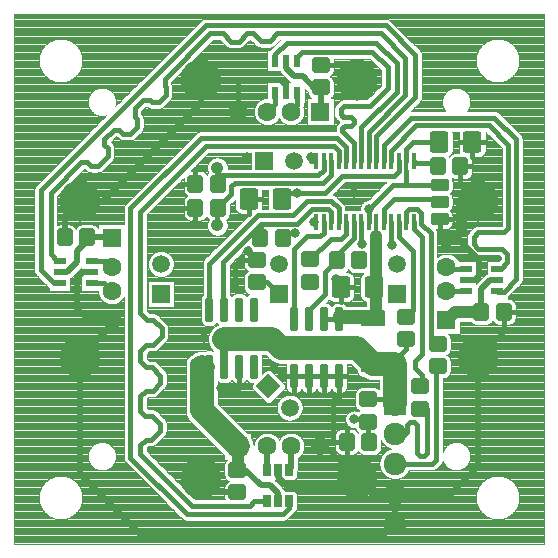
<source format=gbr>
G04 DipTrace 4.1.3.1*
G04 2 - Bottom.gbr*
%MOIN*%
G04 #@! TF.FileFunction,Copper,L2,Bot*
G04 #@! TF.Part,Single*
%AMOUTLINE0*
4,1,28,
-0.031496,-0.025984,
-0.031496,0.025984,
-0.031174,0.02843,
-0.03023,0.030709,
-0.028729,0.032666,
-0.026772,0.034167,
-0.024493,0.035111,
-0.022047,0.035433,
0.022047,0.035433,
0.024493,0.035111,
0.026772,0.034167,
0.028729,0.032666,
0.03023,0.030709,
0.031174,0.02843,
0.031496,0.025984,
0.031496,-0.025984,
0.031174,-0.02843,
0.03023,-0.030709,
0.028729,-0.032666,
0.026772,-0.034167,
0.024493,-0.035111,
0.022047,-0.035433,
-0.022047,-0.035433,
-0.024493,-0.035111,
-0.026772,-0.034167,
-0.028729,-0.032666,
-0.03023,-0.030709,
-0.031174,-0.02843,
-0.031496,-0.025984,
0*%
%AMOUTLINE3*
4,1,28,
0.031497,0.025983,
0.031495,-0.025986,
0.031173,-0.028431,
0.030229,-0.03071,
0.028727,-0.032667,
0.02677,-0.034168,
0.024491,-0.035112,
0.022046,-0.035434,
-0.022049,-0.035432,
-0.024494,-0.03511,
-0.026773,-0.034166,
-0.02873,-0.032664,
-0.030231,-0.030707,
-0.031175,-0.028429,
-0.031497,-0.025983,
-0.031495,0.025986,
-0.031173,0.028431,
-0.030229,0.03071,
-0.028727,0.032667,
-0.02677,0.034168,
-0.024491,0.035112,
-0.022046,0.035434,
0.022049,0.035432,
0.024494,0.03511,
0.026773,0.034166,
0.02873,0.032664,
0.030231,0.030707,
0.031175,0.028429,
0.031497,0.025983,
0*%
%AMOUTLINE6*
4,1,28,
0.031495,0.025986,
0.031497,-0.025983,
0.031175,-0.028428,
0.030232,-0.030707,
0.02873,-0.032664,
0.026773,-0.034166,
0.024494,-0.03511,
0.022049,-0.035432,
-0.022046,-0.035434,
-0.024491,-0.035112,
-0.02677,-0.034168,
-0.028727,-0.032667,
-0.030229,-0.03071,
-0.031173,-0.028431,
-0.031495,-0.025986,
-0.031497,0.025983,
-0.031175,0.028428,
-0.030232,0.030707,
-0.02873,0.032664,
-0.026773,0.034166,
-0.024494,0.03511,
-0.022049,0.035432,
0.022046,0.035434,
0.024491,0.035112,
0.02677,0.034168,
0.028727,0.032667,
0.030229,0.03071,
0.031173,0.028431,
0.031495,0.025986,
0*%
%AMOUTLINE9*
4,1,28,
0.025591,0.019803,
0.025591,-0.019803,
0.025259,-0.02232,
0.024288,-0.024665,
0.022742,-0.026679,
0.020728,-0.028225,
0.018383,-0.029196,
0.015866,-0.029528,
-0.015866,-0.029528,
-0.018383,-0.029196,
-0.020728,-0.028225,
-0.022742,-0.026679,
-0.024288,-0.024665,
-0.025259,-0.02232,
-0.025591,-0.019803,
-0.025591,0.019803,
-0.025259,0.02232,
-0.024288,0.024665,
-0.022742,0.026679,
-0.020728,0.028225,
-0.018383,0.029196,
-0.015866,0.029528,
0.015866,0.029528,
0.018383,0.029196,
0.020728,0.028225,
0.022742,0.026679,
0.024288,0.024665,
0.025259,0.02232,
0.025591,0.019803,
0*%
%AMOUTLINE12*
4,1,28,
-0.025591,-0.019803,
-0.025591,0.019803,
-0.025259,0.02232,
-0.024288,0.024665,
-0.022742,0.026679,
-0.020728,0.028225,
-0.018383,0.029196,
-0.015866,0.029528,
0.015866,0.029528,
0.018383,0.029196,
0.020728,0.028225,
0.022742,0.026679,
0.024288,0.024665,
0.025259,0.02232,
0.025591,0.019803,
0.025591,-0.019803,
0.025259,-0.02232,
0.024288,-0.024665,
0.022742,-0.026679,
0.020728,-0.028225,
0.018383,-0.029196,
0.015866,-0.029528,
-0.015866,-0.029528,
-0.018383,-0.029196,
-0.020728,-0.028225,
-0.022742,-0.026679,
-0.024288,-0.024665,
-0.025259,-0.02232,
-0.025591,-0.019803,
0*%
%AMOUTLINE16*
4,1,28,
0.019804,-0.02559,
-0.019802,-0.025591,
-0.022319,-0.02526,
-0.024664,-0.024289,
-0.026678,-0.022743,
-0.028224,-0.020729,
-0.029195,-0.018384,
-0.029527,-0.015867,
-0.029528,0.015865,
-0.029197,0.018382,
-0.028226,0.020727,
-0.02668,0.022741,
-0.024666,0.024287,
-0.022321,0.025258,
-0.019804,0.02559,
0.019802,0.025591,
0.022319,0.02526,
0.024664,0.024289,
0.026678,0.022743,
0.028224,0.020729,
0.029195,0.018384,
0.029527,0.015867,
0.029528,-0.015865,
0.029197,-0.018382,
0.028226,-0.020727,
0.02668,-0.022741,
0.024666,-0.024287,
0.022321,-0.025258,
0.019804,-0.02559,
0*%
%AMOUTLINE19*
4,1,28,
-0.019803,0.025591,
0.019803,0.025591,
0.02232,0.025259,
0.024665,0.024288,
0.026679,0.022742,
0.028225,0.020728,
0.029196,0.018383,
0.029528,0.015866,
0.029528,-0.015866,
0.029196,-0.018383,
0.028225,-0.020728,
0.026679,-0.022742,
0.024665,-0.024288,
0.02232,-0.025259,
0.019803,-0.025591,
-0.019803,-0.025591,
-0.02232,-0.025259,
-0.024665,-0.024288,
-0.026679,-0.022742,
-0.028225,-0.020728,
-0.029196,-0.018383,
-0.029528,-0.015866,
-0.029528,0.015866,
-0.029196,0.018383,
-0.028225,0.020728,
-0.026679,0.022742,
-0.024665,0.024288,
-0.02232,0.025259,
-0.019803,0.025591,
0*%
%AMOUTLINE22*
4,1,4,
0.0,0.041758,
0.041758,0.0,
0.0,-0.041758,
-0.041758,0.0,
0.0,0.041758,
0*%
%AMOUTLINE25*
4,1,28,
-0.041338,-0.01819,
-0.041339,0.018188,
-0.04102,0.020613,
-0.040084,0.022873,
-0.038595,0.024814,
-0.036654,0.026303,
-0.034394,0.027239,
-0.031969,0.027558,
0.031968,0.02756,
0.034393,0.02724,
0.036653,0.026304,
0.038594,0.024815,
0.040083,0.022875,
0.041019,0.020615,
0.041338,0.01819,
0.041339,-0.018188,
0.04102,-0.020613,
0.040084,-0.022873,
0.038595,-0.024814,
0.036654,-0.026303,
0.034394,-0.027239,
0.031969,-0.027558,
-0.031968,-0.02756,
-0.034393,-0.02724,
-0.036653,-0.026304,
-0.038594,-0.024815,
-0.040083,-0.022875,
-0.041019,-0.020615,
-0.041338,-0.01819,
0*%
%AMOUTLINE28*
4,1,28,
0.022047,-0.019686,
-0.022048,-0.019684,
-0.023984,-0.019429,
-0.025788,-0.018682,
-0.027337,-0.017493,
-0.028526,-0.015944,
-0.029273,-0.01414,
-0.029528,-0.012204,
-0.029527,0.012206,
-0.029272,0.014142,
-0.028525,0.015946,
-0.027336,0.017495,
-0.025787,0.018684,
-0.023983,0.019431,
-0.022047,0.019686,
0.022048,0.019684,
0.023984,0.019429,
0.025788,0.018682,
0.027337,0.017493,
0.028526,0.015944,
0.029273,0.01414,
0.029528,0.012204,
0.029527,-0.012206,
0.029272,-0.014142,
0.028525,-0.015946,
0.027336,-0.017495,
0.025787,-0.018684,
0.023983,-0.019431,
0.022047,-0.019686,
0*%
%AMOUTLINE31*
4,1,28,
0.025589,0.019805,
0.025592,-0.019802,
0.025261,-0.022319,
0.024289,-0.024664,
0.022744,-0.026678,
0.02073,-0.028224,
0.018385,-0.029195,
0.015868,-0.029527,
-0.015864,-0.029528,
-0.018381,-0.029197,
-0.020727,-0.028226,
-0.022741,-0.026681,
-0.024286,-0.024667,
-0.025258,-0.022321,
-0.025589,-0.019805,
-0.025592,0.019802,
-0.025261,0.022319,
-0.024289,0.024664,
-0.022744,0.026678,
-0.02073,0.028224,
-0.018385,0.029195,
-0.015868,0.029527,
0.015864,0.029528,
0.018381,0.029197,
0.020727,0.028226,
0.022741,0.026681,
0.024286,0.024667,
0.025258,0.022321,
0.025589,0.019805,
0*%
%AMOUTLINE33*
4,1,28,
-0.025589,-0.019805,
-0.025592,0.019801,
-0.025261,0.022318,
-0.02429,0.024663,
-0.022744,0.026678,
-0.020731,0.028223,
-0.018385,0.029195,
-0.015869,0.029526,
0.015864,0.029529,
0.018381,0.029198,
0.020726,0.028226,
0.02274,0.026681,
0.024286,0.024667,
0.025257,0.022322,
0.025589,0.019805,
0.025592,-0.019801,
0.025261,-0.022318,
0.02429,-0.024663,
0.022744,-0.026678,
0.020731,-0.028223,
0.018385,-0.029195,
0.015869,-0.029526,
-0.015864,-0.029529,
-0.018381,-0.029198,
-0.020726,-0.028226,
-0.02274,-0.026681,
-0.024286,-0.024667,
-0.025257,-0.022322,
-0.025589,-0.019805,
0*%
%AMOUTLINE36*
4,1,28,
0.006497,-0.040945,
-0.006495,-0.040945,
-0.008126,-0.04073,
-0.009645,-0.040101,
-0.010949,-0.0391,
-0.011951,-0.037796,
-0.01258,-0.036276,
-0.012795,-0.034646,
-0.012796,0.034645,
-0.012581,0.036276,
-0.011952,0.037795,
-0.010951,0.0391,
-0.009647,0.040101,
-0.008127,0.04073,
-0.006497,0.040945,
0.006495,0.040945,
0.008126,0.04073,
0.009645,0.040101,
0.010949,0.0391,
0.011951,0.037796,
0.01258,0.036276,
0.012795,0.034646,
0.012796,-0.034645,
0.012581,-0.036276,
0.011952,-0.037795,
0.010951,-0.0391,
0.009647,-0.040101,
0.008127,-0.04073,
0.006497,-0.040945,
0*%
%AMOUTLINE39*
4,1,28,
-0.006497,0.040945,
0.006495,0.040945,
0.008126,0.04073,
0.009645,0.040101,
0.010949,0.0391,
0.011951,0.037796,
0.01258,0.036276,
0.012795,0.034646,
0.012796,-0.034645,
0.012581,-0.036276,
0.011952,-0.037795,
0.010951,-0.0391,
0.009647,-0.040101,
0.008127,-0.04073,
0.006497,-0.040945,
-0.006495,-0.040945,
-0.008126,-0.04073,
-0.009645,-0.040101,
-0.010949,-0.0391,
-0.011951,-0.037796,
-0.01258,-0.036276,
-0.012795,-0.034646,
-0.012796,0.034645,
-0.012581,0.036276,
-0.011952,0.037795,
-0.010951,0.0391,
-0.009647,0.040101,
-0.008127,0.04073,
-0.006497,0.040945,
0*%
%AMOUTLINE42*
4,1,28,
0.003741,-0.026772,
-0.003739,-0.026772,
-0.004656,-0.026651,
-0.005511,-0.026297,
-0.006245,-0.025734,
-0.006808,-0.025,
-0.007162,-0.024146,
-0.007283,-0.023229,
-0.007284,0.023228,
-0.007164,0.024145,
-0.00681,0.025,
-0.006247,0.025734,
-0.005513,0.026297,
-0.004658,0.026651,
-0.003741,0.026772,
0.003739,0.026772,
0.004656,0.026651,
0.005511,0.026297,
0.006245,0.025734,
0.006808,0.025,
0.007162,0.024146,
0.007283,0.023229,
0.007284,-0.023228,
0.007164,-0.024145,
0.00681,-0.025,
0.006247,-0.025734,
0.005513,-0.026297,
0.004658,-0.026651,
0.003741,-0.026772,
0*%
%AMOUTLINE45*
4,1,28,
-0.003741,0.026772,
0.003739,0.026772,
0.004656,0.026651,
0.005511,0.026297,
0.006245,0.025734,
0.006808,0.025,
0.007162,0.024146,
0.007283,0.023229,
0.007284,-0.023228,
0.007164,-0.024145,
0.00681,-0.025,
0.006247,-0.025734,
0.005513,-0.026297,
0.004658,-0.026651,
0.003741,-0.026772,
-0.003739,-0.026772,
-0.004656,-0.026651,
-0.005511,-0.026297,
-0.006245,-0.025734,
-0.006808,-0.025,
-0.007162,-0.024146,
-0.007283,-0.023229,
-0.007284,0.023228,
-0.007164,0.024145,
-0.00681,0.025,
-0.006247,0.025734,
-0.005513,0.026297,
-0.004658,0.026651,
-0.003741,0.026772,
0*%
%AMOUTLINE48*
4,1,28,
-0.0063,0.040748,
0.006298,0.040748,
0.00803,0.04052,
0.009644,0.039852,
0.011031,0.038788,
0.012094,0.037402,
0.012763,0.035788,
0.012991,0.034055,
0.012993,-0.034055,
0.012765,-0.035787,
0.012097,-0.037401,
0.011033,-0.038787,
0.009647,-0.039851,
0.008033,-0.04052,
0.0063,-0.040748,
-0.006298,-0.040748,
-0.00803,-0.04052,
-0.009644,-0.039852,
-0.011031,-0.038788,
-0.012094,-0.037402,
-0.012763,-0.035788,
-0.012991,-0.034055,
-0.012993,0.034055,
-0.012765,0.035787,
-0.012097,0.037401,
-0.011033,0.038787,
-0.009647,0.039851,
-0.008033,0.04052,
-0.0063,0.040748,
0*%
%AMOUTLINE51*
4,1,28,
0.0063,-0.040748,
-0.006298,-0.040748,
-0.00803,-0.04052,
-0.009644,-0.039852,
-0.011031,-0.038788,
-0.012094,-0.037402,
-0.012763,-0.035788,
-0.012991,-0.034055,
-0.012993,0.034055,
-0.012765,0.035787,
-0.012097,0.037401,
-0.011033,0.038787,
-0.009647,0.039851,
-0.008033,0.04052,
-0.0063,0.040748,
0.006298,0.040748,
0.00803,0.04052,
0.009644,0.039852,
0.011031,0.038788,
0.012094,0.037402,
0.012763,0.035788,
0.012991,0.034055,
0.012993,-0.034055,
0.012765,-0.035787,
0.012097,-0.037401,
0.011033,-0.038787,
0.009647,-0.039851,
0.008033,-0.04052,
0.0063,-0.040748,
0*%
%AMOUTLINE54*
4,1,4,
-0.011811,0.021654,
0.011812,0.021653,
0.011811,-0.021654,
-0.011812,-0.021653,
-0.011811,0.021654,
0*%
G04 #@! TA.AperFunction,CopperBalancing*
%ADD16C,0.015748*%
G04 #@! TA.AperFunction,Conductor*
%ADD17C,0.07874*%
%ADD18C,0.025591*%
%ADD19C,0.019685*%
%ADD20C,0.014567*%
%ADD21C,0.03937*%
G04 #@! TA.AperFunction,ViaPad*
%ADD23C,0.031496*%
G04 #@! TA.AperFunction,CopperBalancing*
%ADD25C,0.003937*%
G04 #@! TA.AperFunction,ComponentPad*
%ADD26R,0.059055X0.059055*%
%ADD27C,0.059055*%
%ADD28R,0.075591X0.075591*%
%ADD29C,0.075591*%
%ADD30R,0.062992X0.062992*%
%ADD31C,0.062992*%
%ADD32C,0.137795*%
%ADD33R,0.043307X0.023622*%
%ADD34R,0.023622X0.043307*%
G04 #@! TA.AperFunction,ComponentPad*
%ADD35C,0.041339*%
%ADD62OUTLINE0*%
%ADD65OUTLINE3*%
%ADD68OUTLINE6*%
%ADD71OUTLINE9*%
%ADD74OUTLINE12*%
%ADD78OUTLINE16*%
%ADD81OUTLINE19*%
G04 #@! TA.AperFunction,ComponentPad*
%ADD84OUTLINE22*%
%ADD87OUTLINE25*%
%ADD90OUTLINE28*%
%ADD93OUTLINE31*%
%ADD95OUTLINE33*%
%ADD98OUTLINE36*%
%ADD101OUTLINE39*%
%ADD104OUTLINE42*%
%ADD107OUTLINE45*%
%ADD110OUTLINE48*%
%ADD113OUTLINE51*%
%ADD116OUTLINE54*%
%FSLAX26Y26*%
G04*
G70*
G90*
G75*
G01*
G04 Bottom*
%LPD*%
X1728476Y1469804D2*
D16*
Y1445799D1*
X1754463Y1419812D1*
Y1028231D1*
X1731159Y1004927D1*
Y981138D1*
X1754463Y957833D1*
Y921841D1*
X1751045D1*
X1628469Y1673344D2*
Y1727277D1*
X1718902Y1817710D1*
X1996953D1*
X2069886Y1744777D1*
Y1279003D1*
X2027756Y1236873D1*
X2009727D1*
X2007403Y1239198D1*
X1578469Y1673341D2*
Y1770126D1*
X1700909Y1892567D1*
Y2016211D1*
X1619357Y2097764D1*
X1272995D1*
X1247932Y2072701D1*
X1217823D1*
X1192760Y2097764D1*
X1172241D1*
X1145346Y2070869D1*
X1118568D1*
X1091673Y2097764D1*
X1049962D1*
X898412Y1946214D1*
Y1921189D1*
X901291Y1918310D1*
Y1892100D1*
X877975Y1868783D1*
X855567D1*
X848906Y1875445D1*
X826196D1*
X799245Y1848495D1*
Y1820560D1*
X806209Y1813597D1*
Y1785613D1*
X783990Y1763394D1*
X759840D1*
X746356Y1776878D1*
X729077D1*
X697290Y1745091D1*
Y1726173D1*
X709049Y1714415D1*
Y1689512D1*
X675642Y1656105D1*
X653419D1*
X640814Y1668710D1*
X620909D1*
X518463Y1566264D1*
Y1362608D1*
X540875Y1340196D1*
X548846D1*
X1339539Y2007054D2*
Y2019449D1*
X1355774Y2035684D1*
X1590504D1*
X1641601Y1984587D1*
Y1915398D1*
X1583159Y1856955D1*
X1496336D1*
X1484828Y1845448D1*
Y1829101D1*
X1494025Y1819904D1*
X1519314D1*
X1528469Y1810749D1*
Y1798459D1*
X1520680Y1790671D1*
X1499580D1*
X1489976Y1781067D1*
Y1771264D1*
X1528469Y1732772D1*
Y1673340D1*
X1478469Y1673339D2*
Y1707274D1*
X1463647Y1722096D1*
X1034841D1*
X816366Y1503621D1*
Y1164654D1*
X837787Y1143232D1*
X859337D1*
X888133Y1114437D1*
Y1087970D1*
X859768Y1059605D1*
X836883D1*
X816366Y1039088D1*
Y1005073D1*
X835531Y985908D1*
X855585D1*
X883984Y957509D1*
Y932453D1*
X858180Y906648D1*
X835291D1*
X816366Y887723D1*
Y840547D1*
X833290Y823623D1*
X855764D1*
X882946Y796441D1*
Y773215D1*
X853552Y743822D1*
X834614D1*
X816366Y725573D1*
Y696444D1*
X989344Y523466D1*
X1182175D1*
X1196661Y537954D1*
X1238427D1*
X1703476Y1469803D2*
Y1502572D1*
X1714052Y1513148D1*
X1740831D1*
X1753352Y1500627D1*
Y1463906D1*
X1785240Y1432017D1*
Y1087699D1*
X1807983Y1064957D1*
Y1063157D1*
X2007400Y1314001D2*
X2018550D1*
X2040799Y1336251D1*
Y1363186D1*
X2022992Y1380993D1*
X1943320D1*
X1927881Y1396433D1*
Y1419883D1*
X1942505Y1434508D1*
X2029903D1*
X2043265Y1447870D1*
Y1725862D1*
X1978064Y1791063D1*
X1737173D1*
X1653469Y1707358D1*
Y1673344D1*
X1603469Y1673343D2*
Y1755003D1*
X1734219Y1885753D1*
Y2026203D1*
X1634785Y2125638D1*
X1034996D1*
X484814Y1575455D1*
Y1309164D1*
X528585Y1265392D1*
X548849D1*
X1264736Y2007051D2*
Y2010247D1*
X1266122Y2011633D1*
Y2028247D1*
X1304450Y2066575D1*
X1603913D1*
X1671265Y1999223D1*
Y1904080D1*
X1553469Y1786283D1*
Y1673341D1*
X1503469Y1673339D2*
Y1719062D1*
X1471480Y1751050D1*
X1020129D1*
X783479Y1514400D1*
Y683976D1*
X972352Y495104D1*
X1291755D1*
X1313230Y516579D1*
Y537951D1*
X1553476Y1469798D2*
Y1399014D1*
X1556432Y1396059D1*
X1472693Y1341661D2*
Y1360175D1*
X1528476Y1415958D1*
Y1469797D1*
X1472693Y1341661D2*
X1433606Y1302575D1*
Y1229047D1*
X1379390Y1174831D1*
Y1145843D1*
X1384024Y1345605D2*
X1452451Y1414033D1*
X1487013D1*
X1503476Y1430496D1*
Y1469795D1*
X1576138Y878816D2*
X1651160D1*
X1665781Y864196D1*
D17*
Y994957D1*
X1648979D1*
X1593629D1*
X1538037Y1050549D1*
X1284629D1*
X1256734Y1078444D1*
X1096122D1*
D18*
Y986278D1*
X1701490Y1078034D2*
D16*
Y1047467D1*
X1648979Y994957D1*
X1593629D2*
D3*
X1837399Y1417319D2*
X1861908D1*
X1895315Y1450726D1*
Y1538186D1*
X1944089D1*
X1901102Y1276596D2*
D19*
X1931967D1*
X1945966Y1290594D1*
Y1341245D1*
X1878522Y1408689D1*
Y1538186D1*
X1944089D1*
X1418621Y1992594D2*
D16*
X1489689D1*
X1538189Y1944094D1*
X1302143Y1900753D2*
D19*
Y1925087D1*
X1283135Y1944094D1*
X1153031D1*
X1020866D1*
X1141732Y1837402D2*
D16*
Y1932795D1*
X1153031Y1944094D1*
X1884041Y1656175D2*
Y1598236D1*
X1944089Y1538186D1*
X1479395Y954902D2*
X1429395D1*
Y954899D1*
X1379395D1*
Y954898D1*
X1329395D1*
Y954896D1*
X1417323Y721654D2*
X1431496D1*
X1538189Y614961D1*
X2028675Y1170243D2*
Y1105440D1*
X1944100Y1020864D1*
X564596Y1417961D2*
D19*
Y1487824D1*
X614961Y1538189D1*
X721654Y1141732D2*
Y1127559D1*
X614961Y1020866D1*
X655147Y1302797D2*
X625096D1*
X605845Y1283546D1*
Y1180549D1*
X644661Y1141732D1*
X721654D1*
X614961Y1020866D2*
Y630707D1*
X820718Y424950D1*
X1626546D1*
X1665791Y464196D1*
Y564193D1*
X1665789Y564196D1*
X1588954D1*
X1538189Y614961D1*
X1275831Y644252D2*
Y619873D1*
X1304950Y590753D1*
X1513982D1*
X1538189Y614961D1*
X1944100Y1020864D2*
Y655009D1*
X1853286Y564196D1*
X1665789D1*
X614961Y1538189D2*
X692257D1*
X1020866Y1866798D1*
Y1944094D1*
X1140713Y567919D2*
X1067908D1*
X1020866Y614961D1*
X1387301Y1686665D2*
D16*
Y1674345D1*
X1388311Y1673335D1*
D20*
X1403469D1*
X1131875Y1248709D2*
D16*
Y1325883D1*
X1148954Y1342962D1*
X1205257D1*
X1087421Y914979D2*
X1146122D1*
Y986278D1*
X1505274Y736680D2*
X1458186D1*
Y875098D1*
X1479395D1*
Y954902D1*
X1485070Y1252588D2*
Y1263651D1*
X1470243Y1278478D1*
Y1265298D1*
X1488967Y1246573D1*
X1175520Y1373530D2*
Y1371651D1*
X1193772Y1353399D1*
Y1342962D1*
X1205257D1*
X1263121Y983356D2*
X1266690D1*
X1295150Y954896D1*
X1329395D1*
X1428469Y1673336D2*
Y1642308D1*
X1410621Y1624461D1*
X1073776D1*
Y1650310D1*
X1075419Y1597605D2*
Y1648667D1*
X1073776Y1650310D1*
X1453469Y1673337D2*
Y1625945D1*
X1426694Y1599171D1*
X1131336D1*
X1120815Y1588650D1*
Y1562589D1*
X1073778Y1515554D1*
Y1458184D1*
Y1515759D2*
X1075419Y1517399D1*
X1809238Y1656175D2*
X1808878D1*
X1797454Y1667598D1*
X1728469D1*
Y1673348D1*
X1339703Y1564479D2*
X1431219D1*
X1490167Y1623427D1*
X1662072D1*
X1678469Y1639823D1*
Y1673345D1*
X1395255Y1468484D2*
X1399349Y1464390D1*
D20*
X1403476D1*
Y1469791D1*
X1339703Y1564479D2*
D16*
X1306306D1*
X1288168Y1546341D1*
X1333049Y1431272D2*
X1291790D1*
Y1416083D1*
X1578476Y1469798D2*
Y1512793D1*
X1813567Y1735508D2*
X1727589D1*
X1703469Y1711387D1*
Y1673346D1*
D20*
Y1638701D1*
D16*
Y1593336D1*
X1814423D1*
X1703469D2*
X1659020D1*
X1578476Y1512793D1*
X1678476Y1469802D2*
Y1419529D1*
X1725253Y1372752D1*
Y1176601D1*
X1701490Y1152837D1*
X2007402Y1276600D2*
D19*
X1983955D1*
X1952114Y1244759D1*
Y1168486D1*
X1953871Y1170243D1*
D21*
X1865919D1*
X1837404Y1141728D1*
X1302138Y2007052D2*
D19*
Y1983207D1*
X1330509Y1954836D1*
X1357917D1*
X1401020Y1911734D1*
X1418951D1*
X1422592D1*
Y1917791D1*
X1418623D1*
Y1838702D1*
X1417323Y1837402D1*
X1046122Y986277D2*
D21*
X1024379D1*
Y980593D1*
X1418951Y1916404D2*
D19*
Y1911734D1*
X1952114Y1168598D2*
Y1168486D1*
X639399Y1417965D2*
X721012D1*
X721654Y1417323D1*
X639399Y1417965D2*
Y1404448D1*
X606386Y1371434D1*
Y1335555D1*
X573625Y1302794D1*
X548848D1*
X1141732Y721654D2*
D21*
Y643741D1*
X1140713Y642722D1*
X1275828Y537953D2*
D19*
Y564783D1*
X1249434Y591177D1*
X1218883D1*
X1167339Y642722D1*
X1140713D1*
X997946Y998140D2*
D23*
X1024379D1*
Y980593D1*
X997892Y966600D2*
X1010386D1*
X1024379Y980593D1*
X1141732Y721654D2*
D17*
X1021379Y842007D1*
Y986277D1*
D18*
X1046122D1*
X1814421Y1536249D2*
D16*
Y1544720D1*
X1661883D1*
X1628476Y1511314D1*
Y1469801D1*
X1557377Y1328867D2*
Y1331786D1*
X1547496Y1341667D1*
X1384024Y1270802D2*
X1370936D1*
Y1259654D1*
X1379227D1*
X1279529Y1229528D2*
X1240898Y1268159D1*
X1205260D1*
X1751045Y847038D2*
X1772467D1*
Y698496D1*
X1763199Y689228D1*
X1749638D1*
X1739185Y699681D1*
Y792491D1*
X1728591Y803085D1*
X1717235D1*
X1706554Y792404D1*
Y770587D1*
X1700163Y764196D1*
X1665783D1*
X1665786Y664196D2*
X1790465D1*
X1803521Y677252D1*
Y988354D1*
X1807983D1*
X1479390Y1145846D2*
X1429390D1*
Y1145844D1*
X1593626Y1148495D2*
D21*
X1479390D1*
Y1145846D1*
X1595306Y1252583D2*
X1603476D1*
Y1423343D1*
D20*
Y1469799D1*
X1479390Y1145846D2*
D21*
Y1157459D1*
X1603727D1*
Y1252583D1*
X1580077Y736685D2*
D16*
X1577050D1*
Y811707D1*
X1529459D1*
X1568446D1*
X1576140Y804013D1*
X1653476Y1469801D2*
Y1395297D1*
X1655818Y1392955D1*
X1901101Y1313997D2*
X1842298D1*
X1837400Y1318894D1*
X655148Y1265395D2*
X696416D1*
X721654Y1240157D1*
X1264741Y1900752D2*
Y1861986D1*
X1240157Y1837402D1*
X1318898Y721654D2*
D19*
Y649916D1*
X1313232Y644251D1*
X1901104Y1239194D2*
D16*
X1838362D1*
X1837403Y1240154D1*
X655146Y1340198D2*
X700353D1*
X721654Y1318898D1*
X1339545Y1900755D2*
Y1858049D1*
X1318898Y1837402D1*
X1240157Y721654D2*
D19*
Y645982D1*
X1238429Y644253D1*
X1453476Y1469794D2*
D16*
Y1503261D1*
X1443451Y1513286D1*
X1388633D1*
X1338707Y1463361D1*
X1220555D1*
X1093682Y1336488D1*
Y1179657D1*
X1096117Y1177223D1*
X1220555Y1463361D2*
Y1416077D1*
X1216987D1*
X1478476Y1469795D2*
Y1515245D1*
X1453982Y1539740D1*
X1373753D1*
X1325990Y1491976D1*
X1207988D1*
X1046117Y1330105D1*
Y1177222D1*
X1428476Y1469793D2*
Y1434083D1*
X1417028Y1422634D1*
X1374030D1*
X1329390Y1377993D1*
Y1145841D1*
D23*
X1578476Y1512793D3*
X1556432Y1396059D3*
X1024379Y980593D3*
X1418951Y1916404D3*
X1952114Y1168598D3*
X1379227Y1259654D3*
X1557377Y1328867D3*
X1339703Y1564479D3*
X1395255Y1468484D3*
X1387301Y1686665D3*
X1131875Y1248709D3*
X1333049Y1431272D3*
X1029159Y1083655D3*
X1087421Y914979D3*
X1529459Y811707D3*
X1194213Y1548262D3*
X1000798Y1461694D3*
X997946Y998140D3*
X997892Y966600D3*
X1655818Y1392955D3*
X1470243Y1278478D3*
X1488967Y1246573D3*
X1175520Y1373530D3*
X1171718Y1685360D3*
X1263121Y983356D3*
X637966Y1419778D3*
X1528875Y1566881D3*
X396064Y2159580D2*
D25*
X2162991D1*
X396064Y2155774D2*
X2162991D1*
X396064Y2151969D2*
X2162991D1*
X396064Y2148163D2*
X2162991D1*
X396064Y2144357D2*
X1023560D1*
X1646219D2*
X2162991D1*
X396064Y2140551D2*
X1018782D1*
X1650997D2*
X2162991D1*
X396064Y2136745D2*
X1014975D1*
X1654804D2*
X2162991D1*
X396064Y2132940D2*
X1011169D1*
X1658610D2*
X2162991D1*
X396064Y2129134D2*
X1007364D1*
X1662416D2*
X2162991D1*
X396064Y2125328D2*
X1003556D1*
X1666223D2*
X2162991D1*
X396064Y2121522D2*
X999755D1*
X1670029D2*
X2162991D1*
X396064Y2117717D2*
X995948D1*
X1673836D2*
X2162991D1*
X396064Y2113911D2*
X992142D1*
X1677642D2*
X2162991D1*
X396064Y2110105D2*
X988336D1*
X1681444D2*
X2162991D1*
X396064Y2106299D2*
X984529D1*
X1685251D2*
X2162991D1*
X396064Y2102493D2*
X980723D1*
X1689056D2*
X2162991D1*
X396064Y2098688D2*
X976916D1*
X1692864D2*
X2162991D1*
X396064Y2094882D2*
X973114D1*
X1696669D2*
X2162991D1*
X396064Y2091076D2*
X969308D1*
X1700475D2*
X2162991D1*
X396064Y2087270D2*
X965501D1*
X1704282D2*
X2162991D1*
X396064Y2083465D2*
X961696D1*
X1708084D2*
X2162991D1*
X396064Y2079659D2*
X538009D1*
X564353D2*
X957888D1*
X1711891D2*
X1994702D1*
X2021046D2*
X2162991D1*
X396064Y2075853D2*
X524423D1*
X577940D2*
X954083D1*
X1059177D2*
X1082454D1*
X1181459D2*
X1183545D1*
X1715697D2*
X1981115D1*
X2034633D2*
X2162991D1*
X396064Y2072047D2*
X516172D1*
X586190D2*
X950277D1*
X1055371D2*
X1086261D1*
X1177654D2*
X1187346D1*
X1719503D2*
X1972865D1*
X2042883D2*
X2162991D1*
X396064Y2068241D2*
X509896D1*
X592466D2*
X946470D1*
X1051570D2*
X1090067D1*
X1173846D2*
X1191152D1*
X1723310D2*
X1966589D1*
X2049159D2*
X2162991D1*
X396064Y2064436D2*
X504776D1*
X597587D2*
X942668D1*
X1047762D2*
X1093874D1*
X1170041D2*
X1194959D1*
X1727115D2*
X1961469D1*
X2054280D2*
X2162991D1*
X396064Y2060630D2*
X500458D1*
X601904D2*
X938861D1*
X1043957D2*
X1097680D1*
X1166235D2*
X1198765D1*
X1730923D2*
X1957151D1*
X2058597D2*
X2162991D1*
X396064Y2056824D2*
X496748D1*
X605614D2*
X935055D1*
X1040150D2*
X1101486D1*
X1162428D2*
X1202587D1*
X1734728D2*
X1953441D1*
X2062307D2*
X2162991D1*
X396064Y2053018D2*
X493530D1*
X608832D2*
X931249D1*
X1036344D2*
X1105777D1*
X1158138D2*
X1208215D1*
X1257539D2*
X1259766D1*
X1738530D2*
X1950223D1*
X2065525D2*
X2162991D1*
X396064Y2049213D2*
X490727D1*
X611635D2*
X927442D1*
X1032538D2*
X1116357D1*
X1147560D2*
X1255959D1*
X1742337D2*
X1947420D1*
X2068328D2*
X2162991D1*
X396064Y2045407D2*
X488278D1*
X614084D2*
X923636D1*
X1028731D2*
X1252154D1*
X1746143D2*
X1944971D1*
X2070777D2*
X2162991D1*
X396064Y2041601D2*
X486144D1*
X616218D2*
X919829D1*
X1024929D2*
X1238673D1*
X1749950D2*
X1942837D1*
X2072911D2*
X2162991D1*
X396064Y2037795D2*
X484295D1*
X618067D2*
X916028D1*
X1021122D2*
X1238673D1*
X1752995D2*
X1940988D1*
X2074760D2*
X2162991D1*
X396064Y2033990D2*
X482710D1*
X619652D2*
X912222D1*
X1017316D2*
X1238673D1*
X1754902D2*
X1939403D1*
X2076345D2*
X2162991D1*
X396064Y2030184D2*
X481373D1*
X620990D2*
X908415D1*
X1013510D2*
X1238673D1*
X1755978D2*
X1938066D1*
X2077682D2*
X2162991D1*
X396064Y2026378D2*
X480261D1*
X622101D2*
X904609D1*
X1009703D2*
X1238673D1*
X1756344D2*
X1936954D1*
X2078794D2*
X2162991D1*
X396064Y2022572D2*
X479370D1*
X622992D2*
X900802D1*
X1005898D2*
X1238673D1*
X1756344D2*
X1936063D1*
X2079685D2*
X2162991D1*
X396064Y2018766D2*
X478693D1*
X623669D2*
X896996D1*
X1002091D2*
X1238673D1*
X1756344D2*
X1935386D1*
X2080362D2*
X2162991D1*
X396064Y2014961D2*
X478220D1*
X624142D2*
X893190D1*
X998285D2*
X1238673D1*
X1756344D2*
X1934913D1*
X2080835D2*
X2162991D1*
X396064Y2011155D2*
X477948D1*
X624415D2*
X889383D1*
X994483D2*
X1238673D1*
X1462244D2*
X1583904D1*
X1756344D2*
X1934640D1*
X2081108D2*
X2162991D1*
X396064Y2007349D2*
X477878D1*
X624484D2*
X885581D1*
X990676D2*
X1238673D1*
X1462398D2*
X1587710D1*
X1756344D2*
X1934571D1*
X2081177D2*
X2162991D1*
X396064Y2003543D2*
X478005D1*
X624357D2*
X881774D1*
X986870D2*
X1238673D1*
X1462398D2*
X1591517D1*
X1756344D2*
X1934698D1*
X2081050D2*
X2162991D1*
X396064Y1999738D2*
X478328D1*
X624034D2*
X877969D1*
X983063D2*
X1238673D1*
X1462398D2*
X1595323D1*
X1756344D2*
X1935021D1*
X2080727D2*
X2162991D1*
X396064Y1995932D2*
X478858D1*
X623504D2*
X874163D1*
X979257D2*
X1238673D1*
X1462398D2*
X1599129D1*
X1756344D2*
X1935551D1*
X2080197D2*
X2162991D1*
X396064Y1992126D2*
X479596D1*
X622766D2*
X870356D1*
X975451D2*
X1238673D1*
X1462398D2*
X1602936D1*
X1756344D2*
X1936289D1*
X2079459D2*
X2162991D1*
X396064Y1988320D2*
X480546D1*
X621816D2*
X866550D1*
X971644D2*
X1238673D1*
X1462402D2*
X1606738D1*
X1756344D2*
X1937239D1*
X2078509D2*
X2162991D1*
X396064Y1984514D2*
X481719D1*
X620643D2*
X862743D1*
X967843D2*
X1238673D1*
X1462402D2*
X1610545D1*
X1756344D2*
X1938412D1*
X2077336D2*
X2162991D1*
X396064Y1980709D2*
X483122D1*
X619240D2*
X858941D1*
X964035D2*
X1238673D1*
X1462402D2*
X1614350D1*
X1756344D2*
X1939815D1*
X2075933D2*
X2162991D1*
X396064Y1976903D2*
X484780D1*
X617583D2*
X855135D1*
X960230D2*
X1238673D1*
X1462402D2*
X1618156D1*
X1756344D2*
X1941472D1*
X2074276D2*
X2162991D1*
X396064Y1973097D2*
X486702D1*
X615660D2*
X851328D1*
X956424D2*
X1238673D1*
X1462117D2*
X1619475D1*
X1756344D2*
X1943395D1*
X2072353D2*
X2162991D1*
X396064Y1969291D2*
X488920D1*
X613442D2*
X847522D1*
X952617D2*
X1282558D1*
X1461198D2*
X1619475D1*
X1756344D2*
X1945613D1*
X2070135D2*
X2162991D1*
X396064Y1965486D2*
X491461D1*
X610902D2*
X843715D1*
X948811D2*
X1285949D1*
X1459549D2*
X1619475D1*
X1756344D2*
X1948154D1*
X2067594D2*
X2162991D1*
X396064Y1961680D2*
X494375D1*
X607987D2*
X839909D1*
X945004D2*
X1289755D1*
X1456974D2*
X1619475D1*
X1756344D2*
X1951068D1*
X2064680D2*
X2162991D1*
X396064Y1957874D2*
X497717D1*
X604646D2*
X836104D1*
X941198D2*
X1293558D1*
X1452983D2*
X1619475D1*
X1756344D2*
X1954409D1*
X2061339D2*
X2162991D1*
X396064Y1954068D2*
X501580D1*
X600782D2*
X832297D1*
X937396D2*
X1297364D1*
X1450634D2*
X1619475D1*
X1756344D2*
X1958273D1*
X2057475D2*
X2162991D1*
X396064Y1950262D2*
X506098D1*
X596264D2*
X828495D1*
X933589D2*
X1301171D1*
X1455566D2*
X1619475D1*
X1756344D2*
X1962791D1*
X2052957D2*
X2162991D1*
X396064Y1946457D2*
X511488D1*
X590874D2*
X824688D1*
X929783D2*
X1304976D1*
X1458626D2*
X1619475D1*
X1756344D2*
X1968181D1*
X2047567D2*
X2162991D1*
X396064Y1942651D2*
X518194D1*
X584168D2*
X820882D1*
X925976D2*
X1308782D1*
X1460622D2*
X1619475D1*
X1756344D2*
X1974887D1*
X2040861D2*
X2162991D1*
X396064Y1938845D2*
X527306D1*
X575056D2*
X817076D1*
X922171D2*
X1312589D1*
X1461825D2*
X1619475D1*
X1756344D2*
X1983999D1*
X2031749D2*
X2162991D1*
X396064Y1935039D2*
X547398D1*
X554965D2*
X813269D1*
X920537D2*
X1238677D1*
X1462364D2*
X1619475D1*
X1756344D2*
X2004091D1*
X2011657D2*
X2162991D1*
X396064Y1931234D2*
X809463D1*
X920537D2*
X1238677D1*
X1462402D2*
X1619475D1*
X1756344D2*
X2162991D1*
X396064Y1927428D2*
X805656D1*
X921413D2*
X1238677D1*
X1462402D2*
X1619475D1*
X1756344D2*
X2162991D1*
X396064Y1923622D2*
X801854D1*
X922759D2*
X1238677D1*
X1462402D2*
X1618699D1*
X1756344D2*
X2162991D1*
X396064Y1919816D2*
X798049D1*
X923366D2*
X1238677D1*
X1462402D2*
X1614892D1*
X1756344D2*
X2162991D1*
X396064Y1916010D2*
X677193D1*
X700760D2*
X794241D1*
X923416D2*
X1238677D1*
X1462402D2*
X1611087D1*
X1756344D2*
X1858295D1*
X1881862D2*
X2162991D1*
X396064Y1912205D2*
X667024D1*
X710929D2*
X790436D1*
X923416D2*
X1238677D1*
X1462402D2*
X1607280D1*
X1756344D2*
X1848126D1*
X1892031D2*
X2162991D1*
X396064Y1908399D2*
X660814D1*
X717139D2*
X786629D1*
X923416D2*
X1238677D1*
X1365606D2*
X1370445D1*
X1462402D2*
X1603474D1*
X1756344D2*
X1841916D1*
X1898241D2*
X2162991D1*
X396064Y1904593D2*
X656209D1*
X721744D2*
X782823D1*
X923416D2*
X1238677D1*
X1365606D2*
X1374247D1*
X1462402D2*
X1599668D1*
X1756344D2*
X1837311D1*
X1902846D2*
X2162991D1*
X396064Y1900787D2*
X652575D1*
X725378D2*
X779017D1*
X923416D2*
X1238677D1*
X1365606D2*
X1374874D1*
X1462375D2*
X1595861D1*
X1756344D2*
X1833677D1*
X1906480D2*
X2162991D1*
X396064Y1896982D2*
X649650D1*
X728303D2*
X775210D1*
X923416D2*
X1238677D1*
X1365606D2*
X1375370D1*
X1461879D2*
X1592059D1*
X1756344D2*
X1830752D1*
X1909406D2*
X2162991D1*
X396064Y1893176D2*
X647281D1*
X730672D2*
X771408D1*
X923416D2*
X1238677D1*
X1365606D2*
X1376526D1*
X1460722D2*
X1588252D1*
X1756344D2*
X1828383D1*
X1911774D2*
X2162991D1*
X396064Y1889370D2*
X645370D1*
X732583D2*
X767601D1*
X923243D2*
X1238677D1*
X1365606D2*
X1378465D1*
X1458783D2*
X1584446D1*
X1756344D2*
X1826472D1*
X1913685D2*
X2162991D1*
X396064Y1885564D2*
X643866D1*
X734087D2*
X763795D1*
X922413D2*
X1238677D1*
X1365606D2*
X1381441D1*
X1455804D2*
X1580640D1*
X1756344D2*
X1824969D1*
X1915189D2*
X2162991D1*
X396064Y1881759D2*
X642724D1*
X735228D2*
X759990D1*
X920798D2*
X1230304D1*
X1365606D2*
X1371575D1*
X1463071D2*
X1576833D1*
X1755974D2*
X1823827D1*
X1916331D2*
X2162991D1*
X396064Y1877953D2*
X641921D1*
X736031D2*
X756182D1*
X918184D2*
X1219450D1*
X1365606D2*
X1371575D1*
X1463071D2*
X1490339D1*
X1754898D2*
X1823024D1*
X1917134D2*
X2162991D1*
X396064Y1874147D2*
X641437D1*
X736516D2*
X752377D1*
X914466D2*
X1213180D1*
X1365606D2*
X1371575D1*
X1463071D2*
X1482650D1*
X1752987D2*
X1822539D1*
X1917618D2*
X2162991D1*
X396064Y1870341D2*
X641260D1*
X736693D2*
X748570D1*
X910660D2*
X1208589D1*
X1365606D2*
X1371575D1*
X1463071D2*
X1478593D1*
X1749934D2*
X1822362D1*
X1917795D2*
X2162991D1*
X396064Y1866535D2*
X641394D1*
X736559D2*
X744768D1*
X906853D2*
X1205005D1*
X1365606D2*
X1371575D1*
X1463071D2*
X1474786D1*
X1746129D2*
X1822496D1*
X1917661D2*
X2162991D1*
X396064Y1862730D2*
X641832D1*
X736121D2*
X740962D1*
X903051D2*
X1202142D1*
X1361669D2*
X1371575D1*
X1463071D2*
X1470984D1*
X1742322D2*
X1822934D1*
X1917223D2*
X2162991D1*
X396064Y1858924D2*
X642594D1*
X899244D2*
X1199843D1*
X1361669D2*
X1371575D1*
X1463071D2*
X1467386D1*
X1738520D2*
X1823697D1*
X1916461D2*
X2162991D1*
X396064Y1855118D2*
X643686D1*
X895438D2*
X1198012D1*
X1361474D2*
X1371575D1*
X1734713D2*
X1824789D1*
X1915369D2*
X2162991D1*
X396064Y1851312D2*
X645139D1*
X833192D2*
X842247D1*
X891294D2*
X1196597D1*
X1362458D2*
X1371575D1*
X1730907D2*
X1826241D1*
X1913916D2*
X2162991D1*
X396064Y1847507D2*
X646988D1*
X829386D2*
X850748D1*
X882793D2*
X1195551D1*
X1363504D2*
X1371575D1*
X1727100D2*
X1828091D1*
X1912067D2*
X2162991D1*
X396064Y1843701D2*
X649291D1*
X825580D2*
X1194848D1*
X1364207D2*
X1371575D1*
X1723294D2*
X1830394D1*
X1909764D2*
X2162991D1*
X396064Y1839895D2*
X652136D1*
X821773D2*
X1194479D1*
X1364576D2*
X1371575D1*
X1719488D2*
X1833239D1*
X1906919D2*
X2162991D1*
X396064Y1836089D2*
X655655D1*
X821373D2*
X1194429D1*
X1364626D2*
X1371575D1*
X2008942D2*
X2162991D1*
X396064Y1832283D2*
X660106D1*
X821373D2*
X1194698D1*
X1364357D2*
X1371575D1*
X2013507D2*
X2162991D1*
X396064Y1828478D2*
X666028D1*
X822442D2*
X1195298D1*
X1363757D2*
X1371575D1*
X2017312D2*
X2162991D1*
X396064Y1824672D2*
X675255D1*
X825303D2*
X1196232D1*
X1362823D2*
X1371575D1*
X2021118D2*
X2162991D1*
X396064Y1820866D2*
X699096D1*
X827083D2*
X1197531D1*
X1361524D2*
X1371575D1*
X2024925D2*
X2162991D1*
X396064Y1817060D2*
X695290D1*
X828055D2*
X1199227D1*
X1359828D2*
X1371575D1*
X1463071D2*
X1466344D1*
X2028731D2*
X2162991D1*
X396064Y1813255D2*
X691483D1*
X828336D2*
X1201373D1*
X1357682D2*
X1371575D1*
X1463071D2*
X1469546D1*
X2032538D2*
X2162991D1*
X396064Y1809449D2*
X687681D1*
X828336D2*
X1204049D1*
X1276266D2*
X1282789D1*
X1355007D2*
X1371575D1*
X1463071D2*
X1473353D1*
X2036340D2*
X2162991D1*
X396064Y1805643D2*
X683875D1*
X828336D2*
X1207386D1*
X1272929D2*
X1286126D1*
X1351669D2*
X1371575D1*
X1463071D2*
X1477159D1*
X2040147D2*
X2162991D1*
X396064Y1801837D2*
X680068D1*
X828336D2*
X1211618D1*
X1268697D2*
X1290358D1*
X1347437D2*
X1371575D1*
X1463071D2*
X1479619D1*
X2043953D2*
X2162991D1*
X396064Y1798031D2*
X676262D1*
X828336D2*
X1217247D1*
X1263068D2*
X1295987D1*
X1341808D2*
X1371575D1*
X1463071D2*
X1475814D1*
X2047759D2*
X2162991D1*
X396064Y1794226D2*
X672455D1*
X828336D2*
X1225875D1*
X1254440D2*
X1304615D1*
X1333180D2*
X1371575D1*
X1463071D2*
X1472287D1*
X2051566D2*
X2162991D1*
X396064Y1790420D2*
X668650D1*
X828336D2*
X1469966D1*
X2055371D2*
X2162991D1*
X396064Y1786614D2*
X664844D1*
X828336D2*
X1468570D1*
X2059177D2*
X2162991D1*
X396064Y1782808D2*
X661037D1*
X828151D2*
X1467920D1*
X2062980D2*
X2162991D1*
X396064Y1779003D2*
X657235D1*
X827306D2*
X1467850D1*
X2066786D2*
X2162991D1*
X396064Y1775197D2*
X653428D1*
X825676D2*
X1467850D1*
X2070593D2*
X2162991D1*
X396064Y1771391D2*
X649622D1*
X823034D2*
X1012084D1*
X2074399D2*
X2162991D1*
X396064Y1767585D2*
X645816D1*
X819308D2*
X1005633D1*
X1858505D2*
X1878865D1*
X2078205D2*
X2162991D1*
X396064Y1763780D2*
X642009D1*
X815503D2*
X1001731D1*
X1859202D2*
X1878168D1*
X1969438D2*
X1974222D1*
X2082012D2*
X2162991D1*
X396064Y1759974D2*
X638203D1*
X811696D2*
X997924D1*
X1859314D2*
X1878056D1*
X1969554D2*
X1978024D1*
X2085814D2*
X2162991D1*
X396064Y1756168D2*
X634396D1*
X807890D2*
X994118D1*
X1859314D2*
X1878056D1*
X1969554D2*
X1981831D1*
X2088786D2*
X2162991D1*
X396064Y1752362D2*
X630594D1*
X735689D2*
X739743D1*
X804088D2*
X990311D1*
X1859314D2*
X1878056D1*
X1969554D2*
X1985636D1*
X2090647D2*
X2162991D1*
X396064Y1748556D2*
X626789D1*
X731883D2*
X743549D1*
X800281D2*
X986505D1*
X1859314D2*
X1878056D1*
X1969554D2*
X1989442D1*
X2091681D2*
X2162991D1*
X396064Y1744751D2*
X622982D1*
X728077D2*
X748278D1*
X795552D2*
X982703D1*
X1859314D2*
X1878056D1*
X1969554D2*
X1993249D1*
X2092012D2*
X2162991D1*
X396064Y1740945D2*
X619176D1*
X724270D2*
X978896D1*
X1859314D2*
X1878056D1*
X1969554D2*
X1997055D1*
X2092012D2*
X2162991D1*
X396064Y1737139D2*
X615369D1*
X720469D2*
X975091D1*
X1859314D2*
X1878056D1*
X1969554D2*
X2000862D1*
X2092012D2*
X2162991D1*
X396064Y1733333D2*
X611563D1*
X721256D2*
X971283D1*
X1859314D2*
X1878056D1*
X1969554D2*
X2004668D1*
X2092012D2*
X2162991D1*
X396064Y1729528D2*
X607757D1*
X725059D2*
X967478D1*
X1859314D2*
X1878056D1*
X1969554D2*
X2008470D1*
X2092012D2*
X2162991D1*
X396064Y1725722D2*
X603950D1*
X728000D2*
X963672D1*
X1859314D2*
X1878056D1*
X1969554D2*
X2012277D1*
X2092012D2*
X2162991D1*
X396064Y1721916D2*
X600148D1*
X729837D2*
X959865D1*
X1859314D2*
X1878056D1*
X1969554D2*
X2016083D1*
X2092012D2*
X2162991D1*
X396064Y1718110D2*
X596341D1*
X730857D2*
X956063D1*
X1859314D2*
X1878056D1*
X1969554D2*
X2019890D1*
X2092012D2*
X2162991D1*
X396064Y1714304D2*
X592535D1*
X731176D2*
X952256D1*
X1859314D2*
X1878056D1*
X1969554D2*
X2021139D1*
X2092012D2*
X2162991D1*
X396064Y1710499D2*
X588730D1*
X731176D2*
X948450D1*
X1859314D2*
X1878056D1*
X1969554D2*
X2021139D1*
X2092012D2*
X2162991D1*
X396064Y1706693D2*
X584923D1*
X731176D2*
X944644D1*
X1859144D2*
X1878226D1*
X1969381D2*
X2021139D1*
X2092012D2*
X2162991D1*
X396064Y1702887D2*
X581117D1*
X731176D2*
X940837D1*
X1858352D2*
X1879018D1*
X1968588D2*
X2021139D1*
X2092012D2*
X2162991D1*
X396064Y1699081D2*
X577310D1*
X731176D2*
X937031D1*
X1042953D2*
X1185747D1*
X1856845D2*
X1863051D1*
X1967081D2*
X2021139D1*
X2092012D2*
X2162991D1*
X396064Y1695276D2*
X573508D1*
X731176D2*
X933224D1*
X1039151D2*
X1185747D1*
X1964689D2*
X2021139D1*
X2092012D2*
X2162991D1*
X396064Y1691470D2*
X569702D1*
X731176D2*
X929419D1*
X1035344D2*
X1185747D1*
X1960983D2*
X2021139D1*
X2092012D2*
X2162991D1*
X396064Y1687664D2*
X565895D1*
X731094D2*
X925617D1*
X1031538D2*
X1185747D1*
X1954332D2*
X2021139D1*
X2092012D2*
X2162991D1*
X396064Y1683858D2*
X562089D1*
X730427D2*
X921810D1*
X1027732D2*
X1065219D1*
X1082331D2*
X1185747D1*
X1922529D2*
X2021139D1*
X2092012D2*
X2162991D1*
X396064Y1680052D2*
X558282D1*
X729008D2*
X918004D1*
X1023925D2*
X1055845D1*
X1091705D2*
X1185747D1*
X1923528D2*
X2021139D1*
X2092012D2*
X2162991D1*
X396064Y1676247D2*
X554476D1*
X726659D2*
X914197D1*
X1020119D2*
X1050589D1*
X1096959D2*
X1185747D1*
X1923882D2*
X2021139D1*
X2092012D2*
X2162991D1*
X396064Y1672441D2*
X550671D1*
X723106D2*
X910391D1*
X1016312D2*
X1046879D1*
X1100671D2*
X1185747D1*
X1923882D2*
X2021139D1*
X2092012D2*
X2162991D1*
X396064Y1668635D2*
X546864D1*
X719299D2*
X906585D1*
X1012507D2*
X1044118D1*
X1103430D2*
X1185747D1*
X1923882D2*
X2021139D1*
X2092012D2*
X2162991D1*
X396064Y1664829D2*
X543062D1*
X715493D2*
X902778D1*
X1008705D2*
X1042054D1*
X1105495D2*
X1185747D1*
X1923882D2*
X2021139D1*
X2092012D2*
X2162991D1*
X396064Y1661024D2*
X539255D1*
X711686D2*
X898976D1*
X1004898D2*
X1040559D1*
X1106991D2*
X1185747D1*
X1923882D2*
X2021139D1*
X2092012D2*
X2162991D1*
X396064Y1657218D2*
X535449D1*
X707885D2*
X895169D1*
X1001092D2*
X1039551D1*
X1107999D2*
X1185747D1*
X1923882D2*
X2021139D1*
X2092012D2*
X2162991D1*
X396064Y1653412D2*
X531643D1*
X704079D2*
X891364D1*
X997285D2*
X1038993D1*
X1108555D2*
X1185747D1*
X1923882D2*
X2021139D1*
X2092012D2*
X2162991D1*
X396064Y1649606D2*
X527836D1*
X700272D2*
X887558D1*
X993479D2*
X1038864D1*
X1108690D2*
X1185747D1*
X1923882D2*
X2021139D1*
X2092012D2*
X2162991D1*
X396064Y1645801D2*
X524030D1*
X629129D2*
X632593D1*
X696466D2*
X883751D1*
X989673D2*
X1039151D1*
X1923882D2*
X2021139D1*
X2092012D2*
X2162991D1*
X396064Y1641995D2*
X520223D1*
X625323D2*
X636400D1*
X692659D2*
X879945D1*
X985866D2*
X1039870D1*
X1923882D2*
X2021139D1*
X2092012D2*
X2162991D1*
X396064Y1638189D2*
X516421D1*
X621516D2*
X640726D1*
X688337D2*
X876138D1*
X1028024D2*
X1041051D1*
X1923882D2*
X2021139D1*
X2092012D2*
X2162991D1*
X396064Y1634383D2*
X512615D1*
X617710D2*
X652344D1*
X676715D2*
X872332D1*
X1033245D2*
X1042747D1*
X1923801D2*
X2021139D1*
X2092012D2*
X2162991D1*
X396064Y1630577D2*
X508808D1*
X613904D2*
X868530D1*
X1036440D2*
X1039597D1*
X1923159D2*
X2021139D1*
X2092012D2*
X2162991D1*
X396064Y1626772D2*
X505003D1*
X610097D2*
X864723D1*
X1921840D2*
X2021139D1*
X2092012D2*
X2162991D1*
X396064Y1622966D2*
X501196D1*
X606295D2*
X860917D1*
X1919702D2*
X2021139D1*
X2092012D2*
X2162991D1*
X396064Y1619160D2*
X497390D1*
X602488D2*
X857110D1*
X1916423D2*
X2021139D1*
X2092012D2*
X2162991D1*
X396064Y1615354D2*
X493584D1*
X598682D2*
X853304D1*
X1910997D2*
X2021139D1*
X2092012D2*
X2162991D1*
X396064Y1611549D2*
X489777D1*
X594877D2*
X849499D1*
X955420D2*
X960773D1*
X1857341D2*
X2021139D1*
X2092012D2*
X2162991D1*
X396064Y1607743D2*
X485975D1*
X591070D2*
X845692D1*
X951618D2*
X960773D1*
X1858091D2*
X2021139D1*
X2092012D2*
X2162991D1*
X396064Y1603937D2*
X482168D1*
X587264D2*
X841890D1*
X947811D2*
X960773D1*
X1858202D2*
X2021139D1*
X2092012D2*
X2162991D1*
X396064Y1600131D2*
X478362D1*
X583457D2*
X838083D1*
X944005D2*
X960773D1*
X1498000D2*
X1634685D1*
X1858202D2*
X2021139D1*
X2092012D2*
X2162991D1*
X396064Y1596325D2*
X474556D1*
X579651D2*
X834277D1*
X940198D2*
X960773D1*
X1494194D2*
X1630883D1*
X1858202D2*
X2021139D1*
X2092012D2*
X2162991D1*
X396064Y1592520D2*
X470749D1*
X575849D2*
X830471D1*
X936392D2*
X960773D1*
X1490387D2*
X1627076D1*
X1858202D2*
X2021139D1*
X2092012D2*
X2162991D1*
X396064Y1588714D2*
X467201D1*
X572042D2*
X826664D1*
X932587D2*
X960773D1*
X1486581D2*
X1623270D1*
X1858202D2*
X2021139D1*
X2092012D2*
X2162991D1*
X396064Y1584908D2*
X464852D1*
X568236D2*
X822858D1*
X928780D2*
X960773D1*
X1482776D2*
X1619465D1*
X1858202D2*
X2021139D1*
X2092012D2*
X2162991D1*
X396064Y1581102D2*
X463433D1*
X564429D2*
X819051D1*
X924978D2*
X960773D1*
X1478969D2*
X1615657D1*
X1858202D2*
X2021139D1*
X2092012D2*
X2162991D1*
X396064Y1577297D2*
X462764D1*
X560623D2*
X815245D1*
X921171D2*
X960777D1*
X1223140D2*
X1242957D1*
X1475167D2*
X1611852D1*
X1857856D2*
X2021139D1*
X2092012D2*
X2162991D1*
X396064Y1573491D2*
X462688D1*
X556818D2*
X811444D1*
X917365D2*
X961168D1*
X1223648D2*
X1242449D1*
X1471360D2*
X1608045D1*
X1856787D2*
X2021139D1*
X2092012D2*
X2162991D1*
X396064Y1569685D2*
X462688D1*
X553010D2*
X807636D1*
X913559D2*
X962214D1*
X1223678D2*
X1242419D1*
X1467554D2*
X1604243D1*
X1854873D2*
X2021139D1*
X2092012D2*
X2162991D1*
X396064Y1565879D2*
X462688D1*
X549209D2*
X803831D1*
X909752D2*
X964009D1*
X1223678D2*
X1242419D1*
X1463748D2*
X1600437D1*
X1851789D2*
X2021139D1*
X2092012D2*
X2162991D1*
X396064Y1562073D2*
X462688D1*
X545402D2*
X800024D1*
X905946D2*
X966786D1*
X1223678D2*
X1242419D1*
X1459941D2*
X1596630D1*
X1853289D2*
X2021139D1*
X2092012D2*
X2162991D1*
X396064Y1558268D2*
X462688D1*
X541596D2*
X796218D1*
X902139D2*
X971142D1*
X1223678D2*
X1242419D1*
X1465735D2*
X1592824D1*
X1855811D2*
X2021139D1*
X2092012D2*
X2162991D1*
X396064Y1554462D2*
X462688D1*
X540588D2*
X792412D1*
X898333D2*
X968285D1*
X1223678D2*
X1242419D1*
X1470387D2*
X1589017D1*
X1857337D2*
X2021139D1*
X2092012D2*
X2162991D1*
X396064Y1550656D2*
X462688D1*
X540588D2*
X788605D1*
X894531D2*
X964987D1*
X1223678D2*
X1242419D1*
X1474194D2*
X1585211D1*
X1858087D2*
X2021139D1*
X2092012D2*
X2162991D1*
X396064Y1546850D2*
X462688D1*
X540588D2*
X784803D1*
X890724D2*
X962837D1*
X1223678D2*
X1242419D1*
X1478000D2*
X1581406D1*
X1858202D2*
X2021139D1*
X2092012D2*
X2162991D1*
X396064Y1543045D2*
X462688D1*
X540588D2*
X780996D1*
X886919D2*
X961507D1*
X1223678D2*
X1242419D1*
X1481806D2*
X1577598D1*
X1858202D2*
X2021139D1*
X2092012D2*
X2162991D1*
X396064Y1539239D2*
X462688D1*
X540588D2*
X777190D1*
X883112D2*
X960861D1*
X1128591D2*
X1132182D1*
X1223678D2*
X1242419D1*
X1485613D2*
X1564773D1*
X1858202D2*
X2021139D1*
X2092012D2*
X2162991D1*
X396064Y1535433D2*
X462688D1*
X540588D2*
X773385D1*
X879306D2*
X960773D1*
X1124789D2*
X1132182D1*
X1223678D2*
X1242419D1*
X1489415D2*
X1559005D1*
X1858202D2*
X2021139D1*
X2092012D2*
X2162991D1*
X396064Y1531627D2*
X462688D1*
X540588D2*
X769577D1*
X875500D2*
X960773D1*
X1120982D2*
X1132182D1*
X1223682D2*
X1242423D1*
X1493222D2*
X1555241D1*
X1858202D2*
X2021139D1*
X2092012D2*
X2162991D1*
X396064Y1527822D2*
X462688D1*
X540588D2*
X765991D1*
X871693D2*
X960773D1*
X1117176D2*
X1132186D1*
X1223682D2*
X1242423D1*
X1496593D2*
X1552573D1*
X1858202D2*
X2021139D1*
X2092012D2*
X2162991D1*
X396064Y1524016D2*
X462688D1*
X540588D2*
X763596D1*
X867891D2*
X960773D1*
X1115261D2*
X1132186D1*
X1223682D2*
X1242423D1*
X1498753D2*
X1550685D1*
X1858202D2*
X2021139D1*
X2092012D2*
X2162991D1*
X396064Y1520210D2*
X462688D1*
X540588D2*
X762142D1*
X864084D2*
X960773D1*
X1115261D2*
X1132186D1*
X1223682D2*
X1242423D1*
X1500026D2*
X1549420D1*
X1857852D2*
X2021139D1*
X2092012D2*
X2162991D1*
X396064Y1516404D2*
X462688D1*
X540588D2*
X761446D1*
X860278D2*
X960773D1*
X1115261D2*
X1132521D1*
X1223344D2*
X1242757D1*
X1500572D2*
X1548698D1*
X1856787D2*
X2021139D1*
X2092012D2*
X2162991D1*
X396064Y1512598D2*
X462688D1*
X540588D2*
X761354D1*
X856472D2*
X960773D1*
X1115261D2*
X1133513D1*
X1500604D2*
X1548479D1*
X1854873D2*
X2021139D1*
X2092012D2*
X2162991D1*
X396064Y1508793D2*
X462688D1*
X540588D2*
X761354D1*
X852665D2*
X960773D1*
X1115261D2*
X1135255D1*
X1514971D2*
X1516979D1*
X1539970D2*
X1541978D1*
X1851785D2*
X2021139D1*
X2092012D2*
X2162991D1*
X396064Y1504987D2*
X462688D1*
X540588D2*
X761354D1*
X848860D2*
X960773D1*
X1115261D2*
X1137965D1*
X1853289D2*
X2021139D1*
X2092012D2*
X2162991D1*
X396064Y1501181D2*
X462688D1*
X540588D2*
X761354D1*
X845052D2*
X960773D1*
X1115261D2*
X1142236D1*
X1855811D2*
X2021139D1*
X2092012D2*
X2162991D1*
X396064Y1497375D2*
X462688D1*
X540588D2*
X761354D1*
X841247D2*
X960773D1*
X1115261D2*
X1151575D1*
X1857337D2*
X2021139D1*
X2092012D2*
X2162991D1*
X396064Y1493570D2*
X462688D1*
X540588D2*
X761354D1*
X838493D2*
X961118D1*
X1114915D2*
X1178454D1*
X1858087D2*
X2021139D1*
X2092012D2*
X2162991D1*
X396064Y1489764D2*
X462688D1*
X540588D2*
X761354D1*
X838493D2*
X962110D1*
X1113923D2*
X1174647D1*
X1858198D2*
X2021139D1*
X2092012D2*
X2162991D1*
X396064Y1485958D2*
X462688D1*
X540588D2*
X761354D1*
X838493D2*
X963845D1*
X1112189D2*
X1170841D1*
X1858198D2*
X2021139D1*
X2092012D2*
X2162991D1*
X396064Y1482152D2*
X462688D1*
X540588D2*
X761354D1*
X838493D2*
X966531D1*
X1034698D2*
X1041335D1*
X1109501D2*
X1167035D1*
X1858198D2*
X2021139D1*
X2092012D2*
X2162991D1*
X396064Y1478346D2*
X462688D1*
X540588D2*
X761354D1*
X838493D2*
X970731D1*
X1030500D2*
X1045357D1*
X1105303D2*
X1163228D1*
X1858198D2*
X2021139D1*
X2092012D2*
X2162991D1*
X396064Y1474541D2*
X462688D1*
X540588D2*
X761354D1*
X838493D2*
X979396D1*
X1021837D2*
X1042976D1*
X1104580D2*
X1159427D1*
X1858198D2*
X2021139D1*
X2092012D2*
X2162991D1*
X396064Y1470735D2*
X462688D1*
X540588D2*
X761354D1*
X838493D2*
X1041219D1*
X1106337D2*
X1155619D1*
X1858198D2*
X2021139D1*
X2092012D2*
X2162991D1*
X396064Y1466929D2*
X462688D1*
X540588D2*
X761354D1*
X838493D2*
X1039982D1*
X1107575D2*
X1151814D1*
X1858198D2*
X2021139D1*
X2092012D2*
X2162991D1*
X396064Y1463123D2*
X462688D1*
X540588D2*
X761354D1*
X838493D2*
X1039213D1*
X1108344D2*
X1148008D1*
X1857852D2*
X2021139D1*
X2092012D2*
X2162991D1*
X396064Y1459318D2*
X462688D1*
X590428D2*
X613562D1*
X665239D2*
X675904D1*
X838493D2*
X1038874D1*
X1108682D2*
X1144201D1*
X1856783D2*
X2021139D1*
X2092012D2*
X2162991D1*
X396064Y1455512D2*
X462688D1*
X596387D2*
X607606D1*
X671194D2*
X675904D1*
X838493D2*
X1038959D1*
X1108598D2*
X1140395D1*
X1854869D2*
X1936531D1*
X2092012D2*
X2162991D1*
X396064Y1451706D2*
X462688D1*
X599874D2*
X604115D1*
X838493D2*
X1039470D1*
X1108087D2*
X1136588D1*
X1851785D2*
X1928827D1*
X2092012D2*
X2162991D1*
X396064Y1447900D2*
X462688D1*
X838493D2*
X1040424D1*
X1107133D2*
X1132786D1*
X1846461D2*
X1924770D1*
X2092012D2*
X2162991D1*
X396064Y1444094D2*
X462688D1*
X838493D2*
X1041862D1*
X1105696D2*
X1128980D1*
X1803703D2*
X1920965D1*
X2092012D2*
X2162991D1*
X396064Y1440289D2*
X462688D1*
X838493D2*
X1043857D1*
X1103699D2*
X1125173D1*
X1805730D2*
X1917157D1*
X2092012D2*
X2162991D1*
X396064Y1436483D2*
X462688D1*
X838493D2*
X1046529D1*
X1101028D2*
X1121367D1*
X1806902D2*
X1913352D1*
X2092012D2*
X2162991D1*
X396064Y1432677D2*
X462688D1*
X838493D2*
X1050113D1*
X1097445D2*
X1117560D1*
X1807356D2*
X1909919D1*
X2092012D2*
X2162991D1*
X396064Y1428871D2*
X462688D1*
X838493D2*
X1055138D1*
X1092420D2*
X1113755D1*
X1807367D2*
X1907699D1*
X2092012D2*
X2162991D1*
X396064Y1425066D2*
X462688D1*
X838493D2*
X1063619D1*
X1083938D2*
X1109949D1*
X1807367D2*
X1906381D1*
X2092012D2*
X2162991D1*
X396064Y1421260D2*
X462688D1*
X838493D2*
X1106142D1*
X1807367D2*
X1905797D1*
X2092012D2*
X2162991D1*
X396064Y1417454D2*
X462688D1*
X838493D2*
X1102340D1*
X1807367D2*
X1905755D1*
X2092012D2*
X2162991D1*
X396064Y1413648D2*
X462688D1*
X838493D2*
X1098533D1*
X1807367D2*
X1905755D1*
X2092012D2*
X2162991D1*
X396064Y1409843D2*
X462688D1*
X838493D2*
X1094727D1*
X1807367D2*
X1905755D1*
X2092012D2*
X2162991D1*
X396064Y1406037D2*
X462688D1*
X838493D2*
X1090921D1*
X1807367D2*
X1905755D1*
X2092012D2*
X2162991D1*
X396064Y1402231D2*
X462688D1*
X838493D2*
X1087114D1*
X1807367D2*
X1905755D1*
X2092012D2*
X2162991D1*
X396064Y1398425D2*
X462688D1*
X838493D2*
X1083308D1*
X1807367D2*
X1905755D1*
X2092012D2*
X2162991D1*
X396064Y1394619D2*
X462688D1*
X838493D2*
X1079501D1*
X1807367D2*
X1905831D1*
X2092012D2*
X2162991D1*
X396064Y1390814D2*
X462688D1*
X838493D2*
X1075699D1*
X1807367D2*
X1906492D1*
X2092012D2*
X2162991D1*
X396064Y1387008D2*
X462688D1*
X838493D2*
X1071894D1*
X1175331D2*
X1179042D1*
X1807367D2*
X1907904D1*
X2092012D2*
X2162991D1*
X396064Y1383202D2*
X462688D1*
X838493D2*
X1068087D1*
X1171525D2*
X1181098D1*
X1807367D2*
X1910245D1*
X2092012D2*
X2162991D1*
X396064Y1379396D2*
X462688D1*
X838493D2*
X1064281D1*
X1167718D2*
X1173525D1*
X1807367D2*
X1913790D1*
X2092012D2*
X2162991D1*
X396064Y1375591D2*
X462688D1*
X838493D2*
X1060474D1*
X1163912D2*
X1168472D1*
X1807367D2*
X1917596D1*
X2092012D2*
X2162991D1*
X396064Y1371785D2*
X462688D1*
X838493D2*
X875600D1*
X896054D2*
X1056668D1*
X1160106D2*
X1165354D1*
X1807367D2*
X1921403D1*
X2092012D2*
X2162991D1*
X396064Y1367979D2*
X462688D1*
X838493D2*
X865339D1*
X906315D2*
X1052862D1*
X1156299D2*
X1163324D1*
X1807367D2*
X1925205D1*
X2092012D2*
X2162991D1*
X396064Y1364173D2*
X462688D1*
X838493D2*
X859318D1*
X912336D2*
X1049055D1*
X1152497D2*
X1162091D1*
X1807367D2*
X1834408D1*
X1840394D2*
X1929165D1*
X2092012D2*
X2162991D1*
X396064Y1360367D2*
X462688D1*
X838493D2*
X854916D1*
X916738D2*
X1045253D1*
X1148690D2*
X1161525D1*
X1807367D2*
X1818652D1*
X1856148D2*
X1936081D1*
X2092012D2*
X2162991D1*
X396064Y1356562D2*
X462688D1*
X838493D2*
X851501D1*
X920152D2*
X1041446D1*
X1144885D2*
X1161475D1*
X1807367D2*
X1811747D1*
X1863054D2*
X2016294D1*
X2092012D2*
X2162991D1*
X396064Y1352756D2*
X462688D1*
X838493D2*
X848791D1*
X922862D2*
X1037640D1*
X1141079D2*
X1161475D1*
X1867967D2*
X2018675D1*
X2092012D2*
X2162991D1*
X396064Y1348950D2*
X462688D1*
X838493D2*
X846638D1*
X925016D2*
X1033835D1*
X1137272D2*
X1161475D1*
X1871759D2*
X2018675D1*
X2092012D2*
X2162991D1*
X396064Y1345144D2*
X462688D1*
X838493D2*
X844954D1*
X926699D2*
X1030035D1*
X1133466D2*
X1161475D1*
X1874781D2*
X2018567D1*
X2092012D2*
X2162991D1*
X396064Y1341339D2*
X462688D1*
X838493D2*
X843685D1*
X927969D2*
X1027117D1*
X1129659D2*
X1161479D1*
X1877206D2*
X2014760D1*
X2092012D2*
X2162991D1*
X396064Y1337533D2*
X462688D1*
X838493D2*
X842793D1*
X928861D2*
X1025299D1*
X1125853D2*
X1161479D1*
X1937008D2*
X1971496D1*
X2092012D2*
X2162991D1*
X396064Y1333727D2*
X462688D1*
X838493D2*
X842251D1*
X929403D2*
X1024295D1*
X1122051D2*
X1161479D1*
X1937008D2*
X1971496D1*
X2092012D2*
X2162991D1*
X396064Y1329921D2*
X462688D1*
X838493D2*
X842047D1*
X929606D2*
X1023992D1*
X1118244D2*
X1161479D1*
X1937008D2*
X1971496D1*
X2092012D2*
X2162991D1*
X396064Y1326115D2*
X462688D1*
X838493D2*
X842181D1*
X929472D2*
X1023992D1*
X1115807D2*
X1161499D1*
X1937008D2*
X1971496D1*
X2092012D2*
X2162991D1*
X396064Y1322310D2*
X462688D1*
X838493D2*
X842651D1*
X929003D2*
X1023992D1*
X1115807D2*
X1161967D1*
X1937008D2*
X1971496D1*
X2092012D2*
X2162991D1*
X396064Y1318504D2*
X462688D1*
X838493D2*
X843470D1*
X928184D2*
X1023992D1*
X1115807D2*
X1163098D1*
X1937008D2*
X1971496D1*
X2092012D2*
X2162991D1*
X396064Y1314698D2*
X462688D1*
X838493D2*
X844661D1*
X926992D2*
X1023992D1*
X1115807D2*
X1165001D1*
X1937008D2*
X1971496D1*
X2092012D2*
X2162991D1*
X396064Y1310892D2*
X462688D1*
X615634D2*
X619241D1*
X838493D2*
X846253D1*
X925400D2*
X1023992D1*
X1115807D2*
X1167927D1*
X1937008D2*
X1971496D1*
X2092012D2*
X2162991D1*
X396064Y1307087D2*
X462787D1*
X611828D2*
X619241D1*
X838493D2*
X848303D1*
X923350D2*
X1023992D1*
X1115807D2*
X1172579D1*
X1507336D2*
X1512857D1*
X1937008D2*
X1971496D1*
X2092012D2*
X2162991D1*
X396064Y1303281D2*
X463499D1*
X608025D2*
X619241D1*
X838493D2*
X850886D1*
X920768D2*
X1023992D1*
X1115807D2*
X1171449D1*
X1503479D2*
X1516718D1*
X1937008D2*
X1971496D1*
X2092012D2*
X2162991D1*
X396064Y1299475D2*
X464967D1*
X604219D2*
X619241D1*
X838493D2*
X854143D1*
X917510D2*
X1023992D1*
X1115807D2*
X1167247D1*
X1517820D2*
X1523827D1*
X1937008D2*
X1971496D1*
X2092012D2*
X2162991D1*
X396064Y1295669D2*
X467386D1*
X600412D2*
X619241D1*
X838493D2*
X858307D1*
X913346D2*
X1023992D1*
X1115807D2*
X1164555D1*
X1523349D2*
X1557029D1*
X1937008D2*
X1969488D1*
X2092012D2*
X2162991D1*
X396064Y1291864D2*
X470988D1*
X596606D2*
X619241D1*
X838493D2*
X863896D1*
X907757D2*
X1023992D1*
X1115807D2*
X1162822D1*
X1526655D2*
X1553723D1*
X1937008D2*
X1965306D1*
X2092012D2*
X2162991D1*
X396064Y1288058D2*
X474790D1*
X592801D2*
X619241D1*
X838493D2*
X872682D1*
X898971D2*
X1023992D1*
X1115807D2*
X1161829D1*
X1528801D2*
X1551577D1*
X1937008D2*
X1961503D1*
X2092012D2*
X2162991D1*
X396064Y1284252D2*
X478597D1*
X588782D2*
X619241D1*
X838493D2*
X1023992D1*
X1115807D2*
X1161479D1*
X1530115D2*
X1550262D1*
X1937008D2*
X1957697D1*
X2092012D2*
X2162991D1*
X396064Y1280446D2*
X482403D1*
X584753D2*
X619241D1*
X838493D2*
X1023992D1*
X1115807D2*
X1161479D1*
X1530741D2*
X1549636D1*
X1937008D2*
X1953891D1*
X2092012D2*
X2162991D1*
X396064Y1276640D2*
X486210D1*
X584753D2*
X619241D1*
X838493D2*
X1023992D1*
X1115807D2*
X1161479D1*
X1530819D2*
X1549559D1*
X1937008D2*
X1950084D1*
X2091885D2*
X2162991D1*
X396064Y1272835D2*
X490016D1*
X584753D2*
X619241D1*
X838493D2*
X842047D1*
X929606D2*
X1023992D1*
X1115807D2*
X1161479D1*
X1530819D2*
X1549559D1*
X1937008D2*
X1946278D1*
X2091119D2*
X2162991D1*
X396064Y1269029D2*
X493822D1*
X584753D2*
X619241D1*
X838493D2*
X842047D1*
X929606D2*
X1023992D1*
X1115807D2*
X1161479D1*
X1530819D2*
X1549559D1*
X1937008D2*
X1942471D1*
X2089589D2*
X2162991D1*
X396064Y1265223D2*
X497629D1*
X584753D2*
X619241D1*
X838493D2*
X842047D1*
X929606D2*
X1023992D1*
X1115807D2*
X1161479D1*
X1530819D2*
X1549559D1*
X2087087D2*
X2162991D1*
X396064Y1261417D2*
X501430D1*
X584753D2*
X619241D1*
X838493D2*
X842047D1*
X929606D2*
X1023992D1*
X1115807D2*
X1161479D1*
X1530819D2*
X1549559D1*
X2083427D2*
X2162991D1*
X396064Y1257612D2*
X505238D1*
X584753D2*
X619241D1*
X838493D2*
X842047D1*
X929606D2*
X1023992D1*
X1115807D2*
X1161479D1*
X1530819D2*
X1549559D1*
X2079625D2*
X2162991D1*
X396064Y1253806D2*
X509043D1*
X584753D2*
X619241D1*
X838493D2*
X842047D1*
X929606D2*
X1023992D1*
X1115807D2*
X1161479D1*
X1530819D2*
X1549559D1*
X2075818D2*
X2162991D1*
X396064Y1250000D2*
X512849D1*
X584753D2*
X619241D1*
X838493D2*
X842047D1*
X929606D2*
X1023992D1*
X1115807D2*
X1161594D1*
X1530819D2*
X1549559D1*
X2072012D2*
X2162991D1*
X396064Y1246194D2*
X512942D1*
X584753D2*
X619241D1*
X838493D2*
X842047D1*
X929606D2*
X1023992D1*
X1115807D2*
X1162282D1*
X1530819D2*
X1549559D1*
X2068205D2*
X2162991D1*
X396064Y1242388D2*
X512942D1*
X584753D2*
X619241D1*
X838493D2*
X842047D1*
X929606D2*
X1023992D1*
X1115807D2*
X1163663D1*
X1530819D2*
X1549559D1*
X2064399D2*
X2162991D1*
X396064Y1238583D2*
X675932D1*
X838493D2*
X842047D1*
X929606D2*
X1023992D1*
X1115807D2*
X1165874D1*
X1530815D2*
X1549555D1*
X2060593D2*
X2162991D1*
X396064Y1234777D2*
X676227D1*
X838493D2*
X842047D1*
X929606D2*
X1023992D1*
X1115807D2*
X1169273D1*
X1530815D2*
X1549555D1*
X2056786D2*
X2162991D1*
X396064Y1230971D2*
X676846D1*
X838493D2*
X842047D1*
X929606D2*
X1023992D1*
X1115807D2*
X1132790D1*
X1159445D2*
X1174986D1*
X1530815D2*
X1549555D1*
X2052984D2*
X2162991D1*
X396064Y1227165D2*
X677808D1*
X838493D2*
X842047D1*
X929606D2*
X1023992D1*
X1116134D2*
X1126100D1*
X1166134D2*
X1176097D1*
X1530815D2*
X1549555D1*
X2049177D2*
X2162991D1*
X396064Y1223360D2*
X679130D1*
X838493D2*
X842047D1*
X929606D2*
X1022665D1*
X1119567D2*
X1122667D1*
X1169568D2*
X1172664D1*
X1530588D2*
X1549782D1*
X2045371D2*
X2162991D1*
X396064Y1219554D2*
X680857D1*
X838493D2*
X842047D1*
X929606D2*
X1020593D1*
X1529723D2*
X1550647D1*
X2043307D2*
X2162991D1*
X396064Y1215748D2*
X683033D1*
X838493D2*
X842047D1*
X929606D2*
X1019448D1*
X1528135D2*
X1552239D1*
X2043307D2*
X2162991D1*
X396064Y1211942D2*
X685751D1*
X757558D2*
X761354D1*
X838493D2*
X842047D1*
X929606D2*
X1019071D1*
X1525629D2*
X1554741D1*
X2053692D2*
X2162991D1*
X396064Y1208136D2*
X689142D1*
X754167D2*
X761354D1*
X838493D2*
X842047D1*
X929606D2*
X1019071D1*
X1443824D2*
X1448408D1*
X1521730D2*
X1558640D1*
X2060062D2*
X2162991D1*
X396064Y1204331D2*
X693449D1*
X749857D2*
X761354D1*
X838493D2*
X842047D1*
X929606D2*
X1019071D1*
X1440018D2*
X1455762D1*
X1514379D2*
X1565984D1*
X2063699D2*
X2162991D1*
X396064Y1200525D2*
X699207D1*
X744098D2*
X761354D1*
X838493D2*
X842047D1*
X929606D2*
X1019071D1*
X1436211D2*
X1569790D1*
X2066060D2*
X2162991D1*
X396064Y1196719D2*
X708215D1*
X735089D2*
X761354D1*
X838493D2*
X842047D1*
X929606D2*
X1019071D1*
X1447892D2*
X1460885D1*
X1497892D2*
X1569790D1*
X2067551D2*
X2162991D1*
X396064Y1192913D2*
X761354D1*
X838493D2*
X842047D1*
X929606D2*
X1019071D1*
X1451987D2*
X1456790D1*
X1501987D2*
X1569790D1*
X2068344D2*
X2162991D1*
X396064Y1189108D2*
X761354D1*
X838493D2*
X842047D1*
X929606D2*
X1019071D1*
X2068517D2*
X2162991D1*
X396064Y1185302D2*
X761354D1*
X838493D2*
X1019071D1*
X2068517D2*
X2162991D1*
X396064Y1181496D2*
X761354D1*
X838493D2*
X1019071D1*
X2068517D2*
X2162991D1*
X396064Y1177690D2*
X761354D1*
X838493D2*
X1019071D1*
X2068517D2*
X2162991D1*
X396064Y1173885D2*
X761354D1*
X838493D2*
X1019071D1*
X2068517D2*
X2162991D1*
X396064Y1170079D2*
X761354D1*
X842070D2*
X1019071D1*
X2068517D2*
X2162991D1*
X396064Y1166273D2*
X761354D1*
X845875D2*
X1019071D1*
X2068517D2*
X2162991D1*
X396064Y1162467D2*
X761354D1*
X869848D2*
X1019071D1*
X2068517D2*
X2162991D1*
X396064Y1158661D2*
X761354D1*
X875034D2*
X1019071D1*
X2068517D2*
X2162991D1*
X396064Y1154856D2*
X761354D1*
X878840D2*
X1019071D1*
X2068517D2*
X2162991D1*
X396064Y1151050D2*
X761354D1*
X882647D2*
X1019071D1*
X2068517D2*
X2162991D1*
X396064Y1147244D2*
X761354D1*
X886453D2*
X1019071D1*
X2068302D2*
X2162991D1*
X396064Y1143438D2*
X761354D1*
X890260D2*
X1019071D1*
X2067455D2*
X2162991D1*
X396064Y1139633D2*
X761354D1*
X894066D2*
X1019286D1*
X2065895D2*
X2162991D1*
X396064Y1135827D2*
X761354D1*
X897871D2*
X1020235D1*
X1883151D2*
X1919104D1*
X1988642D2*
X1993907D1*
X2063445D2*
X2162991D1*
X396064Y1132021D2*
X761354D1*
X901678D2*
X1022054D1*
X1883151D2*
X1922883D1*
X1984860D2*
X1997686D1*
X2059663D2*
X2162991D1*
X396064Y1128215D2*
X761354D1*
X905335D2*
X1025084D1*
X1067152D2*
X1075084D1*
X1883151D2*
X1929723D1*
X1978020D2*
X2004526D1*
X2052823D2*
X2162991D1*
X396064Y1124409D2*
X761354D1*
X907833D2*
X1030493D1*
X1061743D2*
X1068887D1*
X1883151D2*
X2162991D1*
X396064Y1120604D2*
X761354D1*
X909364D2*
X1063235D1*
X1883151D2*
X2162991D1*
X396064Y1116798D2*
X761354D1*
X910129D2*
X1058822D1*
X1883151D2*
X2162991D1*
X396064Y1112992D2*
X761354D1*
X910260D2*
X1055234D1*
X1883151D2*
X2162991D1*
X396064Y1109186D2*
X761354D1*
X910260D2*
X1052277D1*
X1883151D2*
X2162991D1*
X396064Y1105381D2*
X761354D1*
X910260D2*
X1049820D1*
X1883151D2*
X2162991D1*
X396064Y1101575D2*
X761354D1*
X910260D2*
X1047790D1*
X1883151D2*
X2162991D1*
X396064Y1097769D2*
X761354D1*
X910260D2*
X1046134D1*
X1883151D2*
X2162991D1*
X396064Y1093963D2*
X761354D1*
X910260D2*
X1044815D1*
X1846425D2*
X2162991D1*
X396064Y1090157D2*
X761354D1*
X910260D2*
X1043803D1*
X1848971D2*
X2162991D1*
X396064Y1086352D2*
X761354D1*
X910198D2*
X1043092D1*
X1850593D2*
X2162991D1*
X396064Y1082546D2*
X761354D1*
X909571D2*
X1042657D1*
X1851497D2*
X2162991D1*
X396064Y1078740D2*
X761354D1*
X908202D2*
X1042500D1*
X1851762D2*
X2162991D1*
X396064Y1074934D2*
X761354D1*
X905915D2*
X1042615D1*
X1851762D2*
X2162991D1*
X396064Y1071129D2*
X761354D1*
X902420D2*
X1043004D1*
X1851762D2*
X2162991D1*
X396064Y1067323D2*
X761354D1*
X898614D2*
X1043677D1*
X1851762D2*
X2162991D1*
X396064Y1063517D2*
X761354D1*
X894807D2*
X1044634D1*
X1851762D2*
X2162991D1*
X396064Y1059711D2*
X761354D1*
X891001D2*
X1045907D1*
X1851762D2*
X2162991D1*
X396064Y1055906D2*
X761354D1*
X887196D2*
X1047507D1*
X1851762D2*
X2162991D1*
X396064Y1052100D2*
X761354D1*
X883388D2*
X1049475D1*
X1851762D2*
X2162991D1*
X396064Y1048294D2*
X761354D1*
X879587D2*
X1051862D1*
X1851762D2*
X2162991D1*
X396064Y1044488D2*
X761354D1*
X875780D2*
X1054738D1*
X1851597D2*
X2162991D1*
X396064Y1040682D2*
X761354D1*
X870852D2*
X1035249D1*
X1850816D2*
X2162991D1*
X396064Y1036877D2*
X761354D1*
X845283D2*
X1004465D1*
X1849340D2*
X2162991D1*
X396064Y1033071D2*
X761354D1*
X841478D2*
X995617D1*
X1846995D2*
X2162991D1*
X396064Y1029265D2*
X761354D1*
X838493D2*
X989597D1*
X1843385D2*
X2162991D1*
X396064Y1025459D2*
X761354D1*
X838493D2*
X984955D1*
X1838429D2*
X2162991D1*
X396064Y1021654D2*
X761354D1*
X838493D2*
X979562D1*
X1223156D2*
X1237854D1*
X1844062D2*
X2162991D1*
X396064Y1017848D2*
X761354D1*
X838493D2*
X975459D1*
X1223167D2*
X1241661D1*
X1847425D2*
X2162991D1*
X396064Y1014042D2*
X761354D1*
X838525D2*
X972580D1*
X1223167D2*
X1245463D1*
X1849621D2*
X2162991D1*
X396064Y1010236D2*
X761354D1*
X842331D2*
X970530D1*
X1223167D2*
X1249478D1*
X1850982D2*
X2162991D1*
X396064Y1006430D2*
X761354D1*
X863131D2*
X969131D1*
X1223167D2*
X1254457D1*
X1851659D2*
X2162991D1*
X396064Y1002625D2*
X761354D1*
X869867D2*
X968289D1*
X1223167D2*
X1261070D1*
X1851762D2*
X2162991D1*
X396064Y998819D2*
X761354D1*
X873804D2*
X967954D1*
X1223167D2*
X1271693D1*
X1851762D2*
X2162991D1*
X396064Y995013D2*
X761354D1*
X877610D2*
X968112D1*
X1223167D2*
X1303066D1*
X1505724D2*
X1517902D1*
X1851762D2*
X2162991D1*
X396064Y991207D2*
X761354D1*
X881412D2*
X967986D1*
X1223167D2*
X1302273D1*
X1506517D2*
X1521707D1*
X1851762D2*
X2162991D1*
X396064Y987402D2*
X761354D1*
X885219D2*
X967770D1*
X1223167D2*
X1302151D1*
X1506639D2*
X1525514D1*
X1851762D2*
X2162991D1*
X396064Y983596D2*
X761354D1*
X889025D2*
X967759D1*
X1223167D2*
X1302151D1*
X1506639D2*
X1529320D1*
X1851762D2*
X2162991D1*
X396064Y979790D2*
X761354D1*
X892832D2*
X967759D1*
X1223167D2*
X1302151D1*
X1506639D2*
X1533126D1*
X1851762D2*
X2162991D1*
X396064Y975984D2*
X761354D1*
X896638D2*
X967759D1*
X1223167D2*
X1239097D1*
X1249245D2*
X1302151D1*
X1506639D2*
X1536929D1*
X1851762D2*
X2162991D1*
X396064Y972178D2*
X761354D1*
X900413D2*
X967759D1*
X1223167D2*
X1233419D1*
X1254925D2*
X1302151D1*
X1506639D2*
X1538497D1*
X1851762D2*
X2162991D1*
X396064Y968373D2*
X761354D1*
X903201D2*
X967759D1*
X1223171D2*
X1229612D1*
X1258731D2*
X1302151D1*
X1506639D2*
X1539609D1*
X1851400D2*
X2162991D1*
X396064Y964567D2*
X761354D1*
X904930D2*
X967759D1*
X1223171D2*
X1225806D1*
X1262537D2*
X1302151D1*
X1506639D2*
X1541500D1*
X1850394D2*
X2162991D1*
X396064Y960761D2*
X761354D1*
X905865D2*
X967759D1*
X1266344D2*
X1302151D1*
X1506639D2*
X1544434D1*
X1848640D2*
X2162991D1*
X396064Y956955D2*
X761354D1*
X906112D2*
X967759D1*
X1270150D2*
X1302151D1*
X1506639D2*
X1549140D1*
X1845925D2*
X2162991D1*
X396064Y953150D2*
X761354D1*
X906112D2*
X967759D1*
X1273957D2*
X1302151D1*
X1506639D2*
X1560290D1*
X1841677D2*
X2162991D1*
X396064Y949344D2*
X761354D1*
X906112D2*
X967759D1*
X1277762D2*
X1302151D1*
X1506639D2*
X1565799D1*
X1832703D2*
X2162991D1*
X396064Y945538D2*
X761354D1*
X906112D2*
X967759D1*
X1281568D2*
X1302151D1*
X1506639D2*
X1573458D1*
X1825648D2*
X2162991D1*
X396064Y941732D2*
X761354D1*
X906112D2*
X967759D1*
X1285371D2*
X1302151D1*
X1506639D2*
X1592573D1*
X1825648D2*
X2162991D1*
X396064Y937927D2*
X761354D1*
X906112D2*
X967759D1*
X1117794D2*
X1124450D1*
X1167791D2*
X1174455D1*
X1289177D2*
X1302151D1*
X1506639D2*
X1612159D1*
X1825648D2*
X2162991D1*
X396064Y934121D2*
X761354D1*
X906112D2*
X967759D1*
X1075003D2*
X1079248D1*
X1112996D2*
X1129249D1*
X1162993D2*
X1179253D1*
X1292984D2*
X1302151D1*
X1506639D2*
X1612159D1*
X1825648D2*
X2162991D1*
X396064Y930315D2*
X761354D1*
X906004D2*
X967759D1*
X1075003D2*
X1191598D1*
X1296748D2*
X1302151D1*
X1506639D2*
X1612159D1*
X1825648D2*
X2162991D1*
X396064Y926509D2*
X761354D1*
X905281D2*
X967759D1*
X1075003D2*
X1189227D1*
X1299115D2*
X1302151D1*
X1506639D2*
X1612159D1*
X1825648D2*
X2162991D1*
X396064Y922703D2*
X761354D1*
X903801D2*
X967759D1*
X1075003D2*
X1188247D1*
X1300100D2*
X1302151D1*
X1506639D2*
X1612159D1*
X1825648D2*
X2162991D1*
X396064Y918898D2*
X761354D1*
X901367D2*
X967759D1*
X1075003D2*
X1188350D1*
X1299992D2*
X1302243D1*
X1506547D2*
X1612159D1*
X1825648D2*
X2162991D1*
X396064Y915092D2*
X761354D1*
X897753D2*
X967759D1*
X1075003D2*
X1189572D1*
X1298774D2*
X1302974D1*
X1505816D2*
X1544126D1*
X1608152D2*
X1612159D1*
X1825648D2*
X2162991D1*
X396064Y911286D2*
X761354D1*
X893946D2*
X967759D1*
X1075003D2*
X1192318D1*
X1296029D2*
X1304507D1*
X1504282D2*
X1539194D1*
X1825648D2*
X2162991D1*
X396064Y907480D2*
X761354D1*
X890140D2*
X967759D1*
X1075003D2*
X1196125D1*
X1292223D2*
X1307087D1*
X1351705D2*
X1357088D1*
X1401701D2*
X1407092D1*
X1451702D2*
X1457093D1*
X1501699D2*
X1536133D1*
X1825648D2*
X2162991D1*
X396064Y903675D2*
X761354D1*
X886333D2*
X967759D1*
X1075003D2*
X1199930D1*
X1288416D2*
X1311404D1*
X1347387D2*
X1361406D1*
X1397383D2*
X1411409D1*
X1447381D2*
X1461411D1*
X1497382D2*
X1534138D1*
X1825648D2*
X2162991D1*
X396064Y899869D2*
X761354D1*
X882528D2*
X967759D1*
X1075003D2*
X1203736D1*
X1284610D2*
X1532934D1*
X1825648D2*
X2162991D1*
X396064Y896063D2*
X761354D1*
X878722D2*
X967759D1*
X1075003D2*
X1207539D1*
X1280803D2*
X1532400D1*
X1825648D2*
X2162991D1*
X396064Y892257D2*
X761354D1*
X874915D2*
X967759D1*
X1075003D2*
X1211345D1*
X1276997D2*
X1302815D1*
X1326951D2*
X1532358D1*
X1825648D2*
X2162991D1*
X396064Y888451D2*
X761354D1*
X870455D2*
X967759D1*
X1075003D2*
X1215152D1*
X1273192D2*
X1293514D1*
X1336248D2*
X1532358D1*
X1825648D2*
X2162991D1*
X396064Y884646D2*
X761354D1*
X844415D2*
X967759D1*
X1075003D2*
X1218958D1*
X1269385D2*
X1287760D1*
X1342004D2*
X1532358D1*
X1825648D2*
X2162991D1*
X396064Y880840D2*
X761354D1*
X840613D2*
X967759D1*
X1075003D2*
X1222764D1*
X1265583D2*
X1283504D1*
X1346260D2*
X1532358D1*
X1825648D2*
X2162991D1*
X396064Y877034D2*
X761354D1*
X838493D2*
X967759D1*
X1075003D2*
X1226571D1*
X1261776D2*
X1280185D1*
X1349583D2*
X1532358D1*
X1825648D2*
X2162991D1*
X396064Y873228D2*
X761354D1*
X838493D2*
X967759D1*
X1075003D2*
X1230377D1*
X1257970D2*
X1277551D1*
X1352215D2*
X1532358D1*
X1825648D2*
X2162991D1*
X396064Y869423D2*
X761354D1*
X838493D2*
X967759D1*
X1075003D2*
X1234186D1*
X1254160D2*
X1275461D1*
X1354303D2*
X1532358D1*
X1825648D2*
X2162991D1*
X396064Y865617D2*
X761354D1*
X838493D2*
X967759D1*
X1075003D2*
X1242588D1*
X1245759D2*
X1273833D1*
X1355933D2*
X1532358D1*
X1825648D2*
X2162991D1*
X396064Y861811D2*
X761354D1*
X838493D2*
X967759D1*
X1077244D2*
X1272612D1*
X1357156D2*
X1532385D1*
X1825648D2*
X2162991D1*
X396064Y858005D2*
X761354D1*
X838493D2*
X967759D1*
X1081050D2*
X1271761D1*
X1358003D2*
X1532885D1*
X1825648D2*
X2162991D1*
X396064Y854199D2*
X761354D1*
X838493D2*
X967759D1*
X1084857D2*
X1271265D1*
X1358501D2*
X1534042D1*
X1825648D2*
X2162991D1*
X396064Y850394D2*
X761354D1*
X838493D2*
X967759D1*
X1088663D2*
X1271104D1*
X1358663D2*
X1535979D1*
X1825648D2*
X2162991D1*
X396064Y846588D2*
X761354D1*
X841454D2*
X967759D1*
X1092470D2*
X1271277D1*
X1358487D2*
X1538959D1*
X1825648D2*
X2162991D1*
X396064Y842782D2*
X761354D1*
X866415D2*
X967759D1*
X1096272D2*
X1271789D1*
X1357975D2*
X1543719D1*
X1825648D2*
X2162991D1*
X396064Y838976D2*
X761354D1*
X871539D2*
X967843D1*
X1100077D2*
X1272654D1*
X1357110D2*
X1517537D1*
X1825648D2*
X2162991D1*
X396064Y835171D2*
X761354D1*
X875345D2*
X968197D1*
X1103885D2*
X1273891D1*
X1355875D2*
X1511012D1*
X1825648D2*
X2162991D1*
X396064Y831365D2*
X761354D1*
X879152D2*
X968831D1*
X1107690D2*
X1275537D1*
X1354231D2*
X1506929D1*
X1825648D2*
X2162991D1*
X396064Y827559D2*
X761354D1*
X882954D2*
X969753D1*
X1111497D2*
X1277648D1*
X1352119D2*
X1504060D1*
X1825648D2*
X2162991D1*
X396064Y823753D2*
X761354D1*
X886761D2*
X970984D1*
X1115303D2*
X1280304D1*
X1349459D2*
X1502018D1*
X1825648D2*
X2162991D1*
X396064Y819948D2*
X761354D1*
X890567D2*
X972545D1*
X1119109D2*
X1283657D1*
X1346110D2*
X1500631D1*
X1825648D2*
X2162991D1*
X396064Y816142D2*
X761354D1*
X894373D2*
X974463D1*
X1122916D2*
X1287959D1*
X1341804D2*
X1499793D1*
X1825648D2*
X2162991D1*
X396064Y812336D2*
X761354D1*
X898180D2*
X976794D1*
X1126718D2*
X1293799D1*
X1335965D2*
X1499466D1*
X1825648D2*
X2162991D1*
X396064Y808530D2*
X761354D1*
X901398D2*
X979600D1*
X1130525D2*
X1303388D1*
X1326379D2*
X1499631D1*
X1825648D2*
X2162991D1*
X396064Y804724D2*
X761354D1*
X903432D2*
X982995D1*
X1134331D2*
X1500297D1*
X1825648D2*
X2162991D1*
X396064Y800919D2*
X761354D1*
X904604D2*
X986798D1*
X1138136D2*
X1501496D1*
X1825648D2*
X2162991D1*
X396064Y797113D2*
X761354D1*
X905062D2*
X990604D1*
X1141944D2*
X1503307D1*
X1825648D2*
X2162991D1*
X396064Y793307D2*
X761354D1*
X905073D2*
X994411D1*
X1145749D2*
X1505871D1*
X1825648D2*
X2162991D1*
X396064Y789501D2*
X761354D1*
X905073D2*
X998217D1*
X1149556D2*
X1509486D1*
X1825648D2*
X2162991D1*
X396064Y785696D2*
X761354D1*
X905073D2*
X1002018D1*
X1153358D2*
X1514925D1*
X1825648D2*
X2162991D1*
X396064Y781890D2*
X761354D1*
X905073D2*
X1005825D1*
X1157164D2*
X1533207D1*
X1825648D2*
X2162991D1*
X396064Y778084D2*
X761354D1*
X905073D2*
X1009631D1*
X1160971D2*
X1479554D1*
X1531000D2*
X1534614D1*
X1825648D2*
X2162991D1*
X396064Y774278D2*
X761354D1*
X905073D2*
X1013438D1*
X1164777D2*
X1473541D1*
X1825648D2*
X2162991D1*
X396064Y770472D2*
X761354D1*
X904900D2*
X1017244D1*
X1168584D2*
X1470026D1*
X1825648D2*
X2162991D1*
X396064Y766667D2*
X761354D1*
X904062D2*
X1021050D1*
X1187480D2*
X1234210D1*
X1246105D2*
X1312950D1*
X1324845D2*
X1467743D1*
X1825648D2*
X2162991D1*
X396064Y762861D2*
X761354D1*
X902448D2*
X1024857D1*
X1187480D2*
X1220819D1*
X1259496D2*
X1299559D1*
X1338236D2*
X1466308D1*
X1825648D2*
X2162991D1*
X396064Y759055D2*
X761354D1*
X899825D2*
X1028659D1*
X1187480D2*
X1214110D1*
X1266205D2*
X1292850D1*
X1344945D2*
X1465571D1*
X1825648D2*
X2162991D1*
X396064Y755249D2*
X761354D1*
X896108D2*
X1032466D1*
X1187480D2*
X1209297D1*
X1271018D2*
X1288037D1*
X1349759D2*
X1465429D1*
X1825648D2*
X2162991D1*
X396064Y751444D2*
X761354D1*
X892301D2*
X1036272D1*
X1187480D2*
X1205563D1*
X1274752D2*
X1284303D1*
X1353492D2*
X1465432D1*
X1825648D2*
X2162991D1*
X396064Y747638D2*
X761354D1*
X888499D2*
X1040077D1*
X1188580D2*
X1202591D1*
X1277724D2*
X1281331D1*
X1356465D2*
X1465432D1*
X1825648D2*
X2162991D1*
X396064Y743832D2*
X761354D1*
X884692D2*
X1043885D1*
X1190514D2*
X1200203D1*
X1358852D2*
X1465432D1*
X1825648D2*
X2162991D1*
X396064Y740026D2*
X761354D1*
X880886D2*
X1047690D1*
X1192083D2*
X1198297D1*
X1360759D2*
X1465432D1*
X1825648D2*
X2162991D1*
X396064Y736220D2*
X685854D1*
X692098D2*
X761354D1*
X877080D2*
X1051497D1*
X1193320D2*
X1196812D1*
X1362243D2*
X1465432D1*
X1619921D2*
X1621967D1*
X1825648D2*
X1866957D1*
X1873201D2*
X2162991D1*
X396064Y732415D2*
X669807D1*
X708146D2*
X761354D1*
X873273D2*
X1055303D1*
X1363350D2*
X1465432D1*
X1619921D2*
X1624669D1*
X1825648D2*
X1850909D1*
X1889248D2*
X2162991D1*
X396064Y728609D2*
X662724D1*
X715228D2*
X761354D1*
X869467D2*
X1059105D1*
X1364108D2*
X1465432D1*
X1619921D2*
X1627949D1*
X1825648D2*
X1843827D1*
X1896331D2*
X2162991D1*
X396064Y724803D2*
X657665D1*
X720287D2*
X761354D1*
X864461D2*
X1062912D1*
X1364538D2*
X1465432D1*
X1619921D2*
X1631979D1*
X1825648D2*
X1838768D1*
X1901390D2*
X2162991D1*
X396064Y720997D2*
X653740D1*
X724213D2*
X761354D1*
X842919D2*
X1066718D1*
X1364642D2*
X1465432D1*
X1619921D2*
X1637070D1*
X1825648D2*
X1834843D1*
X1905315D2*
X2162991D1*
X396064Y717192D2*
X650591D1*
X727362D2*
X761354D1*
X839113D2*
X1070525D1*
X1364427D2*
X1465432D1*
X1619921D2*
X1643970D1*
X1825648D2*
X1831693D1*
X1908465D2*
X2162991D1*
X396064Y713386D2*
X648042D1*
X729911D2*
X761354D1*
X838493D2*
X1074331D1*
X1363885D2*
X1465694D1*
X1619659D2*
X1649634D1*
X1825648D2*
X1829144D1*
X1911013D2*
X2162991D1*
X396064Y709580D2*
X645982D1*
X731971D2*
X761354D1*
X838493D2*
X1078136D1*
X1363008D2*
X1466589D1*
X1618764D2*
X1640730D1*
X1913073D2*
X2162991D1*
X396064Y705774D2*
X644344D1*
X733609D2*
X761354D1*
X838493D2*
X1081944D1*
X1361774D2*
X1468209D1*
X1617140D2*
X1634743D1*
X1914711D2*
X2162991D1*
X396064Y701969D2*
X643079D1*
X734874D2*
X761354D1*
X841970D2*
X1085745D1*
X1360151D2*
X1470741D1*
X1539808D2*
X1545549D1*
X1614608D2*
X1630160D1*
X1915976D2*
X2162991D1*
X396064Y698163D2*
X642159D1*
X735794D2*
X761354D1*
X845776D2*
X1089552D1*
X1358087D2*
X1474664D1*
X1535882D2*
X1549475D1*
X1610682D2*
X1626476D1*
X1916896D2*
X2162991D1*
X396064Y694357D2*
X641567D1*
X736386D2*
X761354D1*
X849583D2*
X1093358D1*
X1355510D2*
X1482010D1*
X1528531D2*
X1556829D1*
X1603319D2*
X1623458D1*
X1917488D2*
X2162991D1*
X396064Y690551D2*
X641286D1*
X736667D2*
X761354D1*
X853385D2*
X1095984D1*
X1352301D2*
X1620967D1*
X1917769D2*
X2162991D1*
X396064Y686745D2*
X641314D1*
X736639D2*
X761354D1*
X857190D2*
X1095984D1*
X1348248D2*
X1618921D1*
X1917741D2*
X2162991D1*
X396064Y682940D2*
X641648D1*
X736304D2*
X761377D1*
X860997D2*
X1095984D1*
X1342992D2*
X1617261D1*
X1917407D2*
X2162991D1*
X396064Y679134D2*
X642294D1*
X735659D2*
X761900D1*
X864803D2*
X1095984D1*
X1342992D2*
X1615946D1*
X1916761D2*
X2162991D1*
X396064Y675328D2*
X643270D1*
X734682D2*
X763150D1*
X868610D2*
X1103904D1*
X1342992D2*
X1614954D1*
X1915785D2*
X2162991D1*
X396064Y671522D2*
X644597D1*
X733356D2*
X765276D1*
X872416D2*
X1100798D1*
X1342992D2*
X1614262D1*
X1914458D2*
X2162991D1*
X396064Y667717D2*
X646304D1*
X731648D2*
X768613D1*
X876222D2*
X1098772D1*
X1342992D2*
X1613858D1*
X1823442D2*
X1827407D1*
X1912751D2*
X2162991D1*
X396064Y663911D2*
X648442D1*
X729510D2*
X772415D1*
X880029D2*
X1097541D1*
X1342992D2*
X1613739D1*
X1821070D2*
X1829545D1*
X1910613D2*
X2162991D1*
X396064Y660105D2*
X651087D1*
X726866D2*
X776222D1*
X883831D2*
X1096980D1*
X1342992D2*
X1613900D1*
X1817501D2*
X1832189D1*
X1907969D2*
X2162991D1*
X396064Y656299D2*
X654354D1*
X723598D2*
X780028D1*
X887638D2*
X1096934D1*
X1342992D2*
X1614346D1*
X1813696D2*
X1835457D1*
X1904701D2*
X2162991D1*
X396064Y652493D2*
X658442D1*
X719510D2*
X783835D1*
X891444D2*
X1096934D1*
X1342992D2*
X1615081D1*
X1809888D2*
X1839545D1*
X1900613D2*
X2162991D1*
X396064Y648688D2*
X663759D1*
X714194D2*
X787640D1*
X895249D2*
X1096934D1*
X1342962D2*
X1616123D1*
X1806083D2*
X1844861D1*
X1895297D2*
X2162991D1*
X396064Y644882D2*
X671403D1*
X706550D2*
X791446D1*
X899056D2*
X1096934D1*
X1342450D2*
X1617484D1*
X1800823D2*
X1852505D1*
X1887652D2*
X2162991D1*
X396064Y641076D2*
X795253D1*
X902862D2*
X1096934D1*
X1341281D2*
X1619202D1*
X1712371D2*
X2162991D1*
X396064Y637270D2*
X799055D1*
X906669D2*
X1096934D1*
X1339336D2*
X1621314D1*
X1710260D2*
X2162991D1*
X396064Y633465D2*
X802862D1*
X910471D2*
X1096934D1*
X1339294D2*
X1623874D1*
X1707696D2*
X2162991D1*
X396064Y629659D2*
X806668D1*
X914277D2*
X1096934D1*
X1339294D2*
X1626984D1*
X1704589D2*
X2162991D1*
X396064Y625853D2*
X810474D1*
X918084D2*
X1096953D1*
X1339294D2*
X1630780D1*
X1700791D2*
X2162991D1*
X396064Y622047D2*
X533630D1*
X568732D2*
X814281D1*
X921890D2*
X1097430D1*
X1339282D2*
X1635531D1*
X1696039D2*
X1990323D1*
X2025425D2*
X2162991D1*
X396064Y618241D2*
X522165D1*
X580197D2*
X818087D1*
X925697D2*
X1098564D1*
X1338593D2*
X1641806D1*
X1689768D2*
X1978858D1*
X2036890D2*
X2162991D1*
X396064Y614436D2*
X514522D1*
X587840D2*
X821894D1*
X929503D2*
X1100467D1*
X1336636D2*
X1651533D1*
X1680037D2*
X1971215D1*
X2044533D2*
X2162991D1*
X396064Y610630D2*
X508571D1*
X593791D2*
X825699D1*
X933308D2*
X1103400D1*
X1332423D2*
X1965264D1*
X2050484D2*
X2162991D1*
X396064Y606824D2*
X503668D1*
X598694D2*
X829501D1*
X937115D2*
X1108072D1*
X1267701D2*
X1960361D1*
X2055387D2*
X2162991D1*
X396064Y603018D2*
X499512D1*
X602850D2*
X833308D1*
X940917D2*
X1106869D1*
X1271503D2*
X1956205D1*
X2059543D2*
X2162991D1*
X396064Y599213D2*
X495929D1*
X606433D2*
X837114D1*
X944724D2*
X1102678D1*
X1275310D2*
X1952622D1*
X2063126D2*
X2162991D1*
X396064Y595407D2*
X492819D1*
X609543D2*
X840921D1*
X948530D2*
X1099995D1*
X1279115D2*
X1949512D1*
X2066236D2*
X2162991D1*
X396064Y591601D2*
X490104D1*
X612259D2*
X844727D1*
X952336D2*
X1098264D1*
X1282923D2*
X1946797D1*
X2068951D2*
X2162991D1*
X396064Y587795D2*
X487732D1*
X614630D2*
X848533D1*
X956143D2*
X1097276D1*
X1286728D2*
X1944425D1*
X2071323D2*
X2162991D1*
X396064Y583990D2*
X485671D1*
X616692D2*
X852340D1*
X959949D2*
X1096934D1*
X1290534D2*
X1942364D1*
X2073385D2*
X2162991D1*
X396064Y580184D2*
X483891D1*
X618471D2*
X856142D1*
X963756D2*
X1096934D1*
X1294238D2*
X1940584D1*
X2075164D2*
X2162991D1*
X396064Y576378D2*
X482365D1*
X619997D2*
X859949D1*
X967558D2*
X1096934D1*
X1296894D2*
X1939058D1*
X2076690D2*
X2162991D1*
X396064Y572572D2*
X481084D1*
X621278D2*
X863755D1*
X971364D2*
X1096934D1*
X1330324D2*
X1937777D1*
X2077971D2*
X2162991D1*
X396064Y568766D2*
X480028D1*
X622335D2*
X867560D1*
X975171D2*
X1096934D1*
X1335833D2*
X1936720D1*
X2079028D2*
X2162991D1*
X396064Y564961D2*
X479189D1*
X623173D2*
X871367D1*
X978976D2*
X1096934D1*
X1338217D2*
X1935882D1*
X2079866D2*
X2162991D1*
X396064Y561155D2*
X478558D1*
X623804D2*
X875173D1*
X982783D2*
X1096934D1*
X1339205D2*
X1935251D1*
X2080497D2*
X2162991D1*
X396064Y557349D2*
X478135D1*
X624227D2*
X878980D1*
X986589D2*
X1096934D1*
X1339294D2*
X1934828D1*
X2080920D2*
X2162991D1*
X396064Y553543D2*
X477912D1*
X624450D2*
X882786D1*
X990395D2*
X1096934D1*
X1339294D2*
X1934605D1*
X2081143D2*
X2162991D1*
X396064Y549738D2*
X477890D1*
X624472D2*
X886588D1*
X994202D2*
X1097046D1*
X1339294D2*
X1934583D1*
X2081165D2*
X2162991D1*
X396064Y545932D2*
X478062D1*
X624301D2*
X890395D1*
X998004D2*
X1097741D1*
X1339294D2*
X1934755D1*
X2080993D2*
X2162991D1*
X396064Y542126D2*
X478440D1*
X623923D2*
X894201D1*
X1339294D2*
X1935133D1*
X2080615D2*
X2162991D1*
X396064Y538320D2*
X479016D1*
X623346D2*
X898008D1*
X1339294D2*
X1935709D1*
X2080039D2*
X2162991D1*
X396064Y534514D2*
X479804D1*
X622558D2*
X901814D1*
X1339294D2*
X1936497D1*
X2079251D2*
X2162991D1*
X396064Y530709D2*
X480807D1*
X621555D2*
X905619D1*
X1339294D2*
X1937500D1*
X2078248D2*
X2162991D1*
X396064Y526903D2*
X482034D1*
X620328D2*
X909427D1*
X1339294D2*
X1938727D1*
X2077021D2*
X2162991D1*
X396064Y523097D2*
X483499D1*
X618864D2*
X913228D1*
X1339294D2*
X1940192D1*
X2075556D2*
X2162991D1*
X396064Y519291D2*
X485218D1*
X617144D2*
X917035D1*
X1339294D2*
X1941911D1*
X2073837D2*
X2162991D1*
X396064Y515486D2*
X487209D1*
X615154D2*
X920841D1*
X1339266D2*
X1943902D1*
X2071846D2*
X2162991D1*
X396064Y511680D2*
X489500D1*
X612862D2*
X924647D1*
X1338501D2*
X1946193D1*
X2069555D2*
X2162991D1*
X396064Y507874D2*
X492130D1*
X610232D2*
X928454D1*
X1336437D2*
X1948823D1*
X2066925D2*
X2162991D1*
X396064Y504068D2*
X495140D1*
X607222D2*
X932260D1*
X1331954D2*
X1951833D1*
X2063915D2*
X2162991D1*
X396064Y500262D2*
X498597D1*
X603765D2*
X936067D1*
X1328041D2*
X1955290D1*
X2060458D2*
X2162991D1*
X396064Y496457D2*
X502604D1*
X599759D2*
X939873D1*
X1324234D2*
X1959297D1*
X2056451D2*
X2162991D1*
X396064Y492651D2*
X507306D1*
X595056D2*
X943675D1*
X1320432D2*
X1963999D1*
X2051749D2*
X2162991D1*
X396064Y488845D2*
X512965D1*
X589398D2*
X947482D1*
X1316625D2*
X1969657D1*
X2046091D2*
X2162991D1*
X396064Y485039D2*
X520101D1*
X582261D2*
X951287D1*
X1312819D2*
X1976794D1*
X2038954D2*
X2162991D1*
X396064Y481234D2*
X530205D1*
X572157D2*
X955094D1*
X1309012D2*
X1986898D1*
X2028850D2*
X2162991D1*
X396064Y477428D2*
X959315D1*
X1304791D2*
X2162991D1*
X396064Y473622D2*
X968665D1*
X1295441D2*
X2162991D1*
X396064Y469816D2*
X2162991D1*
X396064Y466010D2*
X2162991D1*
X396064Y462205D2*
X2162991D1*
X396064Y458399D2*
X2162991D1*
X396064Y454593D2*
X2162991D1*
X396064Y450787D2*
X2162991D1*
X396064Y446982D2*
X2162991D1*
X396064Y443176D2*
X2162991D1*
X396064Y439370D2*
X2162991D1*
X396064Y435564D2*
X2162991D1*
X396064Y431759D2*
X2162991D1*
X396064Y427953D2*
X2162991D1*
X396064Y424147D2*
X2162991D1*
X396064Y420341D2*
X2162991D1*
X396064Y416535D2*
X2162991D1*
X396064Y412730D2*
X2162991D1*
X396064Y408924D2*
X2162991D1*
X396064Y405118D2*
X2162991D1*
X396064Y401312D2*
X2162991D1*
X396064Y397507D2*
X2162991D1*
X1858076Y1767710D2*
X1858521Y1765791D1*
X1858802Y1763844D1*
X1858919Y1761879D1*
X1858921Y1759493D1*
Y1709541D1*
X1858908Y1708732D1*
X1858759Y1706770D1*
X1858444Y1704828D1*
X1857966Y1702919D1*
X1857329Y1701056D1*
X1856538Y1699256D1*
X1855597Y1697526D1*
X1855072Y1696694D1*
X1854513Y1695885D1*
X1853921Y1695098D1*
X1853295Y1694337D1*
X1853361Y1694328D1*
X1853878Y1694732D1*
X1854406Y1695123D1*
X1854942Y1695499D1*
X1855491Y1695860D1*
X1856049Y1696205D1*
X1856617Y1696534D1*
X1857193Y1696848D1*
X1857778Y1697144D1*
X1858370Y1697427D1*
X1858971Y1697690D1*
X1859579Y1697938D1*
X1860193Y1698169D1*
X1860814Y1698382D1*
X1861440Y1698579D1*
X1862071Y1698757D1*
X1862707Y1698917D1*
X1863348Y1699062D1*
X1863991Y1699186D1*
X1864639Y1699294D1*
X1865289Y1699383D1*
X1865941Y1699454D1*
X1866594Y1699508D1*
X1867251Y1699542D1*
X1868175Y1699560D1*
X1880686D1*
X1880441Y1700094D1*
X1880185Y1700698D1*
X1879945Y1701308D1*
X1879722Y1701925D1*
X1879517Y1702549D1*
X1879329Y1703177D1*
X1879160Y1703811D1*
X1879008Y1704450D1*
X1878874Y1705092D1*
X1878759Y1705738D1*
X1878661Y1706387D1*
X1878581Y1707038D1*
X1878521Y1707692D1*
X1878479Y1708346D1*
X1878454Y1709004D1*
X1878449Y1710173D1*
Y1761627D1*
X1878462Y1762282D1*
X1878493Y1762938D1*
X1878543Y1763592D1*
X1878612Y1764245D1*
X1878698Y1764895D1*
X1878803Y1765543D1*
X1878927Y1766188D1*
X1879068Y1766828D1*
X1879227Y1767465D1*
X1879404Y1768097D1*
X1879598Y1768724D1*
X1879808Y1769331D1*
X1857563D1*
X1858076Y1767710D1*
X1846125Y1686667D2*
X1845518Y1688425D1*
X1846400Y1688862D1*
X1847262Y1689336D1*
X1848105Y1689846D1*
X1848924Y1690391D1*
X1849720Y1690970D1*
X1850492Y1691583D1*
X1850091Y1691114D1*
X1849676Y1690605D1*
X1849276Y1690084D1*
X1848891Y1689552D1*
X1848521Y1689012D1*
X1848165Y1688459D1*
X1847827Y1687898D1*
X1847503Y1687327D1*
X1847346Y1687038D1*
X1847047Y1686455D1*
X1846764Y1685862D1*
X1846125Y1686667D1*
X1242812Y1572306D2*
X1242818Y1519967D1*
X1242934Y1518004D1*
X1243215Y1516055D1*
X1243660Y1514136D1*
X1243782Y1513709D1*
X1223735D1*
X1222332Y1513749D1*
X1222509Y1514381D1*
X1222668Y1515018D1*
X1222810Y1515659D1*
X1222933Y1516303D1*
X1223038Y1516950D1*
X1223125Y1517601D1*
X1223193Y1518253D1*
X1223243Y1518908D1*
X1223274Y1519563D1*
X1223287Y1520492D1*
X1223285Y1572290D1*
X1223280Y1572844D1*
X1223256Y1573500D1*
X1223213Y1574155D1*
X1223152Y1574808D1*
X1223073Y1575459D1*
X1222975Y1576108D1*
X1222860Y1576753D1*
X1222717Y1577438D1*
X1241655D1*
X1243290Y1577018D1*
X1242975Y1575076D1*
X1242825Y1573112D1*
X1242812Y1572306D1*
X1016400Y1640991D2*
X984469Y1640990D1*
X1043844Y1700364D1*
X1186142Y1700365D1*
Y1646193D1*
X1108051D1*
X1108077Y1646378D1*
X1108247Y1648343D1*
X1108303Y1650314D1*
X1108247Y1652285D1*
X1108077Y1654249D1*
X1107797Y1656201D1*
X1107404Y1658134D1*
X1106903Y1660041D1*
X1106294Y1661916D1*
X1105577Y1663753D1*
X1104759Y1665547D1*
X1103839Y1667291D1*
X1102820Y1668980D1*
X1101706Y1670608D1*
X1100503Y1672169D1*
X1099210Y1673659D1*
X1097836Y1675073D1*
X1096383Y1676407D1*
X1094857Y1677655D1*
X1093261Y1678814D1*
X1091602Y1679879D1*
X1089885Y1680849D1*
X1088115Y1681719D1*
X1086298Y1682486D1*
X1084441Y1683148D1*
X1082549Y1683703D1*
X1080629Y1684151D1*
X1078685Y1684487D1*
X1076726Y1684711D1*
X1074757Y1684823D1*
X1072786D1*
X1070816Y1684710D1*
X1068858Y1684486D1*
X1066915Y1684148D1*
X1064993Y1683702D1*
X1063102Y1683146D1*
X1061245Y1682483D1*
X1059429Y1681715D1*
X1057659Y1680845D1*
X1055942Y1679875D1*
X1054283Y1678810D1*
X1052688Y1677650D1*
X1051161Y1676402D1*
X1049709Y1675068D1*
X1048335Y1673654D1*
X1047043Y1672163D1*
X1045840Y1670601D1*
X1044727Y1668974D1*
X1043709Y1667285D1*
X1042789Y1665541D1*
X1041970Y1663747D1*
X1041255Y1661909D1*
X1040646Y1660034D1*
X1040144Y1658126D1*
X1039753Y1656194D1*
X1039472Y1654241D1*
X1039303Y1652277D1*
X1039248Y1650306D1*
X1039304Y1648335D1*
X1039472Y1646370D1*
X1039753Y1644419D1*
X1040146Y1642486D1*
X1040647Y1640579D1*
X1041257Y1638703D1*
X1041972Y1636866D1*
X1042791Y1635072D1*
X1042563Y1633764D1*
X1041259Y1632291D1*
X1040081Y1630714D1*
X1039041Y1629045D1*
X1038140Y1627291D1*
X1037795Y1627500D1*
X1037503Y1628098D1*
X1037197Y1628680D1*
X1036875Y1629252D1*
X1036538Y1629814D1*
X1036185Y1630367D1*
X1035816Y1630911D1*
X1035433Y1631444D1*
X1035035Y1631965D1*
X1034623Y1632475D1*
X1034197Y1632974D1*
X1033757Y1633461D1*
X1033304Y1633936D1*
X1032837Y1634398D1*
X1032358Y1634845D1*
X1031867Y1635281D1*
X1031365Y1635702D1*
X1030849Y1636109D1*
X1030324Y1636501D1*
X1029787Y1636879D1*
X1029240Y1637241D1*
X1028684Y1637589D1*
X1028118Y1637920D1*
X1027542Y1638236D1*
X1026958Y1638535D1*
X1026367Y1638819D1*
X1025768Y1639085D1*
X1025160Y1639336D1*
X1024547Y1639568D1*
X1023928Y1639785D1*
X1023302Y1639983D1*
X1022672Y1640164D1*
X1022035Y1640328D1*
X1021396Y1640474D1*
X1020753Y1640601D1*
X1020106Y1640711D1*
X1019457Y1640803D1*
X1018804Y1640877D1*
X1018151Y1640932D1*
X1017495Y1640970D1*
X1016828Y1640988D1*
X1016400Y1640991D1*
X844409Y1272913D2*
X929213D1*
Y1186142D1*
X842441D1*
Y1272913D1*
X844409D1*
X929168Y1327560D2*
X929034Y1325589D1*
X928810Y1323627D1*
X928496Y1321676D1*
X928094Y1319743D1*
X927605Y1317829D1*
X927030Y1315940D1*
X926369Y1314079D1*
X925623Y1312249D1*
X924795Y1310455D1*
X923887Y1308702D1*
X922900Y1306991D1*
X921836Y1305327D1*
X920697Y1303713D1*
X919486Y1302152D1*
X918205Y1300650D1*
X916857Y1299205D1*
X915445Y1297824D1*
X913971Y1296509D1*
X912440Y1295262D1*
X910852Y1294087D1*
X909213Y1292984D1*
X907526Y1291958D1*
X905793Y1291009D1*
X904020Y1290140D1*
X902207Y1289353D1*
X900362Y1288650D1*
X898487Y1288030D1*
X896585Y1287496D1*
X894660Y1287051D1*
X892718Y1286693D1*
X890761Y1286424D1*
X888794Y1286243D1*
X886822Y1286154D1*
X884846Y1286152D1*
X882873Y1286243D1*
X880906Y1286421D1*
X878949Y1286690D1*
X877007Y1287047D1*
X875083Y1287493D1*
X873180Y1288026D1*
X871304Y1288644D1*
X869458Y1289348D1*
X867647Y1290134D1*
X865873Y1291003D1*
X864140Y1291951D1*
X862451Y1292976D1*
X860812Y1294079D1*
X859226Y1295253D1*
X857693Y1296500D1*
X856219Y1297815D1*
X854806Y1299196D1*
X853458Y1300639D1*
X852176Y1302142D1*
X850965Y1303702D1*
X849825Y1305315D1*
X848761Y1306979D1*
X847773Y1308689D1*
X846864Y1310444D1*
X846035Y1312236D1*
X845290Y1314066D1*
X844629Y1315927D1*
X844051Y1317815D1*
X843562Y1319730D1*
X843160Y1321663D1*
X842846Y1323613D1*
X842621Y1325575D1*
X842486Y1327546D1*
X842441Y1329521D1*
X842486Y1331495D1*
X842619Y1333466D1*
X842844Y1335428D1*
X843157Y1337379D1*
X843559Y1339312D1*
X844049Y1341226D1*
X844623Y1343115D1*
X845285Y1344976D1*
X846030Y1346806D1*
X846858Y1348600D1*
X847766Y1350353D1*
X848753Y1352064D1*
X849818Y1353728D1*
X850957Y1355343D1*
X852168Y1356903D1*
X853449Y1358406D1*
X854797Y1359850D1*
X856209Y1361231D1*
X857682Y1362546D1*
X859214Y1363793D1*
X860802Y1364969D1*
X862441Y1366071D1*
X864127Y1367097D1*
X865861Y1368046D1*
X867634Y1368915D1*
X869446Y1369702D1*
X871291Y1370406D1*
X873167Y1371025D1*
X875068Y1371559D1*
X876993Y1372004D1*
X878936Y1372362D1*
X880892Y1372631D1*
X882860Y1372812D1*
X884832Y1372902D1*
X886807Y1372903D1*
X888781Y1372812D1*
X890748Y1372634D1*
X892705Y1372365D1*
X894647Y1372008D1*
X896571Y1371562D1*
X898474Y1371029D1*
X900349Y1370411D1*
X902196Y1369707D1*
X904007Y1368921D1*
X905781Y1368052D1*
X907513Y1367104D1*
X909202Y1366079D1*
X910841Y1364976D1*
X912428Y1363802D1*
X913961Y1362555D1*
X915434Y1361240D1*
X916848Y1359860D1*
X918196Y1358416D1*
X919478Y1356913D1*
X920689Y1355353D1*
X921828Y1353740D1*
X922892Y1352076D1*
X923881Y1350366D1*
X924790Y1348612D1*
X925618Y1346819D1*
X926364Y1344990D1*
X927025Y1343129D1*
X927602Y1341240D1*
X928092Y1339325D1*
X928493Y1337392D1*
X928807Y1335442D1*
X929033Y1333480D1*
X929168Y1331509D1*
X929213Y1329528D1*
X929168Y1327560D1*
X1358224Y848504D2*
X1358089Y846533D1*
X1357866Y844571D1*
X1357552Y842621D1*
X1357151Y840686D1*
X1356661Y838773D1*
X1356087Y836883D1*
X1355425Y835022D1*
X1354680Y833193D1*
X1353852Y831399D1*
X1352944Y829646D1*
X1351957Y827934D1*
X1350892Y826270D1*
X1349753Y824656D1*
X1348542Y823096D1*
X1347261Y821593D1*
X1345913Y820150D1*
X1344501Y818768D1*
X1343028Y817453D1*
X1341496Y816206D1*
X1339908Y815030D1*
X1338269Y813928D1*
X1336581Y812902D1*
X1334849Y811953D1*
X1333076Y811084D1*
X1331264Y810297D1*
X1329419Y809593D1*
X1327543Y808974D1*
X1325640Y808441D1*
X1323717Y807995D1*
X1321774Y807636D1*
X1319818Y807367D1*
X1317850Y807188D1*
X1315878Y807097D1*
X1313902D1*
X1311929Y807186D1*
X1309962Y807366D1*
X1308005Y807634D1*
X1306063Y807992D1*
X1304138Y808437D1*
X1302236Y808970D1*
X1300361Y809588D1*
X1298514Y810291D1*
X1296703Y811079D1*
X1294929Y811946D1*
X1293196Y812895D1*
X1291508Y813921D1*
X1289869Y815022D1*
X1288281Y816198D1*
X1286749Y817444D1*
X1285274Y818759D1*
X1283862Y820139D1*
X1282513Y821583D1*
X1281232Y823085D1*
X1280021Y824646D1*
X1278882Y826260D1*
X1277816Y827923D1*
X1276829Y829634D1*
X1275920Y831387D1*
X1275092Y833180D1*
X1274346Y835009D1*
X1273684Y836870D1*
X1273108Y838760D1*
X1272618Y840673D1*
X1272217Y842606D1*
X1271902Y844556D1*
X1271677Y846520D1*
X1271542Y848490D1*
X1271497Y850465D1*
X1271542Y852440D1*
X1271676Y854409D1*
X1271900Y856373D1*
X1272214Y858323D1*
X1272615Y860256D1*
X1273104Y862171D1*
X1273680Y864059D1*
X1274341Y865921D1*
X1275087Y867751D1*
X1275913Y869543D1*
X1276823Y871298D1*
X1277810Y873008D1*
X1278874Y874672D1*
X1280013Y876286D1*
X1281223Y877846D1*
X1282504Y879350D1*
X1283853Y880794D1*
X1285265Y882175D1*
X1286739Y883490D1*
X1288270Y884736D1*
X1289857Y885912D1*
X1291496Y887014D1*
X1293184Y888041D1*
X1294916Y888990D1*
X1296690Y889858D1*
X1298501Y890646D1*
X1300348Y891350D1*
X1302223Y891969D1*
X1304125Y892503D1*
X1306049Y892949D1*
X1307992Y893306D1*
X1309949Y893576D1*
X1311915Y893756D1*
X1313888Y893846D1*
X1315864D1*
X1317837Y893756D1*
X1319804Y893577D1*
X1321761Y893308D1*
X1323703Y892951D1*
X1325627Y892505D1*
X1327530Y891972D1*
X1329406Y891354D1*
X1331251Y890651D1*
X1333063Y889865D1*
X1334837Y888996D1*
X1336570Y888049D1*
X1338257Y887022D1*
X1339898Y885920D1*
X1341484Y884745D1*
X1343017Y883499D1*
X1344491Y882184D1*
X1345904Y880803D1*
X1347252Y879360D1*
X1348534Y877857D1*
X1349745Y876297D1*
X1350885Y874684D1*
X1351949Y873020D1*
X1352937Y871310D1*
X1353846Y869556D1*
X1354675Y867762D1*
X1355420Y865933D1*
X1356081Y864072D1*
X1356657Y862184D1*
X1357148Y860270D1*
X1357550Y858336D1*
X1357864Y856386D1*
X1358088Y854424D1*
X1358223Y852453D1*
X1358269Y850471D1*
X1358224Y848504D1*
X2080761Y2005906D2*
X2080681Y2003941D1*
X2080549Y2001979D1*
X2080364Y2000022D1*
X2080125Y1998071D1*
X2079835Y1996126D1*
X2079492Y1994190D1*
X2079097Y1992264D1*
X2078650Y1990349D1*
X2078152Y1988448D1*
X2077602Y1986559D1*
X2077003Y1984686D1*
X2076352Y1982832D1*
X2075652Y1980995D1*
X2074903Y1979176D1*
X2074104Y1977379D1*
X2073259Y1975605D1*
X2072364Y1973853D1*
X2071424Y1972127D1*
X2070437Y1970427D1*
X2069404Y1968753D1*
X2068327Y1967109D1*
X2067206Y1965493D1*
X2066042Y1963909D1*
X2064835Y1962357D1*
X2063587Y1960837D1*
X2062298Y1959352D1*
X2060970Y1957903D1*
X2059604Y1956490D1*
X2058199Y1955113D1*
X2056759Y1953776D1*
X2055282Y1952476D1*
X2053770Y1951219D1*
X2052227Y1950001D1*
X2050650Y1948827D1*
X2049042Y1947694D1*
X2047404Y1946606D1*
X2045739Y1945563D1*
X2044045Y1944564D1*
X2042324Y1943613D1*
X2040579Y1942707D1*
X2038810Y1941849D1*
X2037018Y1941039D1*
X2035206Y1940277D1*
X2033374Y1939564D1*
X2031522Y1938902D1*
X2029654Y1938290D1*
X2027770Y1937727D1*
X2025871Y1937217D1*
X2023959Y1936757D1*
X2022037Y1936349D1*
X2020102Y1935993D1*
X2018160Y1935690D1*
X2016210Y1935438D1*
X2014253Y1935240D1*
X2012293Y1935094D1*
X2010329Y1935003D1*
X2008364Y1934962D1*
X2006398Y1934975D1*
X2004432Y1935042D1*
X2002470Y1935161D1*
X2000510Y1935333D1*
X1998558Y1935558D1*
X1996612Y1935836D1*
X1994673Y1936165D1*
X1992744Y1936547D1*
X1990827Y1936982D1*
X1988921Y1937467D1*
X1987030Y1938004D1*
X1985154Y1938591D1*
X1983294Y1939228D1*
X1981451Y1939916D1*
X1979629Y1940654D1*
X1977827Y1941440D1*
X1976046Y1942274D1*
X1974289Y1943156D1*
X1972556Y1944085D1*
X1970849Y1945060D1*
X1969169Y1946081D1*
X1967517Y1947148D1*
X1965894Y1948259D1*
X1964302Y1949412D1*
X1962741Y1950608D1*
X1961214Y1951845D1*
X1959720Y1953123D1*
X1958261Y1954442D1*
X1956839Y1955799D1*
X1955453Y1957194D1*
X1954106Y1958626D1*
X1952798Y1960094D1*
X1951529Y1961596D1*
X1950302Y1963133D1*
X1949117Y1964701D1*
X1947974Y1966301D1*
X1946874Y1967932D1*
X1945820Y1969591D1*
X1944810Y1971277D1*
X1943846Y1972991D1*
X1942929Y1974730D1*
X1942059Y1976493D1*
X1941236Y1978280D1*
X1940463Y1980087D1*
X1939739Y1981915D1*
X1939063Y1983761D1*
X1938438Y1985626D1*
X1937864Y1987505D1*
X1937340Y1989400D1*
X1936867Y1991310D1*
X1936446Y1993230D1*
X1936077Y1995161D1*
X1935761Y1997101D1*
X1935496Y1999050D1*
X1935285Y2001005D1*
X1935126Y2002965D1*
X1935020Y2004928D1*
X1934967Y2006894D1*
Y2008860D1*
X1935021Y2010825D1*
X1935126Y2012789D1*
X1935285Y2014748D1*
X1935497Y2016702D1*
X1935761Y2018651D1*
X1936079Y2020592D1*
X1936448Y2022522D1*
X1936869Y2024444D1*
X1937341Y2026352D1*
X1937865Y2028247D1*
X1938440Y2030127D1*
X1939064Y2031991D1*
X1939740Y2033837D1*
X1940465Y2035665D1*
X1941239Y2037472D1*
X1942060Y2039259D1*
X1942930Y2041022D1*
X1943849Y2042761D1*
X1944812Y2044475D1*
X1945823Y2046161D1*
X1946877Y2047820D1*
X1947976Y2049451D1*
X1949119Y2051051D1*
X1950304Y2052619D1*
X1951533Y2054155D1*
X1952801Y2055657D1*
X1954109Y2057125D1*
X1955457Y2058556D1*
X1956843Y2059951D1*
X1958265Y2061308D1*
X1959723Y2062627D1*
X1961218Y2063906D1*
X1962745Y2065143D1*
X1964306Y2066339D1*
X1965898Y2067492D1*
X1967521Y2068602D1*
X1969173Y2069669D1*
X1970853Y2070690D1*
X1972560Y2071665D1*
X1974293Y2072594D1*
X1976050Y2073476D1*
X1977831Y2074310D1*
X1979633Y2075096D1*
X1981455Y2075833D1*
X1983298Y2076521D1*
X1985157Y2077159D1*
X1987034Y2077745D1*
X1988925Y2078282D1*
X1990831Y2078768D1*
X1992749Y2079201D1*
X1994677Y2079583D1*
X1996615Y2079913D1*
X1998562Y2080190D1*
X2000516Y2080415D1*
X2002474Y2080587D1*
X2004437Y2080706D1*
X2006402Y2080773D1*
X2008367Y2080786D1*
X2010333Y2080745D1*
X2012298Y2080654D1*
X2014259Y2080508D1*
X2016214Y2080308D1*
X2018164Y2080058D1*
X2020108Y2079753D1*
X2022041Y2079398D1*
X2023965Y2078990D1*
X2025875Y2078530D1*
X2027774Y2078020D1*
X2029659Y2077457D1*
X2031526Y2076844D1*
X2033378Y2076181D1*
X2035210Y2075469D1*
X2037022Y2074707D1*
X2038815Y2073898D1*
X2040583Y2073039D1*
X2042328Y2072134D1*
X2044049Y2071181D1*
X2045743Y2070182D1*
X2047408Y2069139D1*
X2049046Y2068051D1*
X2050654Y2066919D1*
X2052230Y2065744D1*
X2053774Y2064526D1*
X2055285Y2063269D1*
X2056761Y2061970D1*
X2058202Y2060633D1*
X2059606Y2059256D1*
X2060974Y2057843D1*
X2062302Y2056392D1*
X2063589Y2054907D1*
X2064837Y2053388D1*
X2066045Y2051836D1*
X2067209Y2050251D1*
X2068329Y2048635D1*
X2069407Y2046991D1*
X2070438Y2045318D1*
X2071425Y2043617D1*
X2072366Y2041890D1*
X2073260Y2040139D1*
X2074106Y2038365D1*
X2074904Y2036567D1*
X2075654Y2034749D1*
X2076353Y2032912D1*
X2077004Y2031056D1*
X2077604Y2029185D1*
X2078154Y2027297D1*
X2078651Y2025395D1*
X2079097Y2023480D1*
X2079492Y2021554D1*
X2079836Y2019618D1*
X2080126Y2017673D1*
X2080364Y2015722D1*
X2080549Y2013764D1*
X2080681Y2011802D1*
X2080761Y2009837D1*
X2080787Y2007874D1*
X2080761Y2005906D1*
X624068D2*
X623988Y2003941D1*
X623856Y2001979D1*
X623671Y2000022D1*
X623432Y1998071D1*
X623142Y1996126D1*
X622799Y1994190D1*
X622404Y1992264D1*
X621957Y1990349D1*
X621459Y1988448D1*
X620909Y1986559D1*
X620310Y1984686D1*
X619659Y1982832D1*
X618959Y1980995D1*
X618210Y1979176D1*
X617411Y1977379D1*
X616566Y1975605D1*
X615671Y1973853D1*
X614731Y1972127D1*
X613744Y1970427D1*
X612711Y1968753D1*
X611634Y1967109D1*
X610513Y1965493D1*
X609349Y1963909D1*
X608142Y1962357D1*
X606894Y1960837D1*
X605605Y1959352D1*
X604277Y1957903D1*
X602911Y1956490D1*
X601507Y1955113D1*
X600066Y1953776D1*
X598589Y1952476D1*
X597077Y1951219D1*
X595534Y1950001D1*
X593957Y1948827D1*
X592349Y1947694D1*
X590711Y1946606D1*
X589046Y1945563D1*
X587352Y1944564D1*
X585631Y1943613D1*
X583886Y1942707D1*
X582117Y1941849D1*
X580325Y1941039D1*
X578513Y1940277D1*
X576681Y1939564D1*
X574829Y1938902D1*
X572961Y1938290D1*
X571077Y1937727D1*
X569178Y1937217D1*
X567266Y1936757D1*
X565344Y1936349D1*
X563409Y1935993D1*
X561467Y1935690D1*
X559517Y1935438D1*
X557560Y1935240D1*
X555600Y1935094D1*
X553636Y1935003D1*
X551671Y1934962D1*
X549705Y1934975D1*
X547739Y1935042D1*
X545777Y1935161D1*
X543818Y1935333D1*
X541865Y1935558D1*
X539919Y1935836D1*
X537980Y1936165D1*
X536051Y1936547D1*
X534134Y1936982D1*
X532228Y1937467D1*
X530337Y1938004D1*
X528461Y1938591D1*
X526601Y1939228D1*
X524759Y1939916D1*
X522936Y1940654D1*
X521134Y1941440D1*
X519353Y1942274D1*
X517596Y1943156D1*
X515864Y1944085D1*
X514156Y1945060D1*
X512476Y1946081D1*
X510824Y1947148D1*
X509201Y1948259D1*
X507609Y1949412D1*
X506049Y1950608D1*
X504521Y1951845D1*
X503028Y1953123D1*
X501568Y1954442D1*
X500146Y1955799D1*
X498760Y1957194D1*
X497413Y1958626D1*
X496105Y1960094D1*
X494836Y1961596D1*
X493609Y1963133D1*
X492424Y1964701D1*
X491281Y1966301D1*
X490181Y1967932D1*
X489127Y1969591D1*
X488117Y1971277D1*
X487154Y1972991D1*
X486236Y1974730D1*
X485366Y1976493D1*
X484543Y1978280D1*
X483770Y1980087D1*
X483046Y1981915D1*
X482370Y1983761D1*
X481745Y1985626D1*
X481171Y1987505D1*
X480647Y1989400D1*
X480175Y1991310D1*
X479753Y1993230D1*
X479385Y1995161D1*
X479068Y1997101D1*
X478803Y1999050D1*
X478592Y2001005D1*
X478433Y2002965D1*
X478327Y2004928D1*
X478274Y2006894D1*
Y2008860D1*
X478328Y2010825D1*
X478433Y2012789D1*
X478592Y2014748D1*
X478804Y2016702D1*
X479068Y2018651D1*
X479386Y2020592D1*
X479755Y2022522D1*
X480176Y2024444D1*
X480648Y2026352D1*
X481172Y2028247D1*
X481747Y2030127D1*
X482371Y2031991D1*
X483047Y2033837D1*
X483772Y2035665D1*
X484546Y2037472D1*
X485367Y2039259D1*
X486238Y2041022D1*
X487156Y2042761D1*
X488119Y2044475D1*
X489130Y2046161D1*
X490184Y2047820D1*
X491283Y2049451D1*
X492427Y2051051D1*
X493612Y2052619D1*
X494840Y2054155D1*
X496108Y2055657D1*
X497416Y2057125D1*
X498764Y2058556D1*
X500150Y2059951D1*
X501572Y2061308D1*
X503030Y2062627D1*
X504525Y2063906D1*
X506052Y2065143D1*
X507613Y2066339D1*
X509205Y2067492D1*
X510828Y2068602D1*
X512480Y2069669D1*
X514160Y2070690D1*
X515867Y2071665D1*
X517600Y2072594D1*
X519357Y2073476D1*
X521138Y2074310D1*
X522940Y2075096D1*
X524762Y2075833D1*
X526605Y2076521D1*
X528465Y2077159D1*
X530341Y2077745D1*
X532232Y2078282D1*
X534138Y2078768D1*
X536056Y2079201D1*
X537984Y2079583D1*
X539923Y2079913D1*
X541869Y2080190D1*
X543823Y2080415D1*
X545781Y2080587D1*
X547744Y2080706D1*
X549709Y2080773D1*
X551675Y2080786D1*
X553640Y2080745D1*
X555605Y2080654D1*
X557566Y2080508D1*
X559521Y2080308D1*
X561471Y2080058D1*
X563415Y2079753D1*
X565348Y2079398D1*
X567272Y2078990D1*
X569182Y2078530D1*
X571081Y2078020D1*
X572966Y2077457D1*
X574833Y2076844D1*
X576685Y2076181D1*
X578517Y2075469D1*
X580329Y2074707D1*
X582122Y2073898D1*
X583890Y2073039D1*
X585635Y2072134D1*
X587356Y2071181D1*
X589050Y2070182D1*
X590715Y2069139D1*
X592353Y2068051D1*
X593961Y2066919D1*
X595537Y2065744D1*
X597081Y2064526D1*
X598592Y2063269D1*
X600068Y2061970D1*
X601509Y2060633D1*
X602913Y2059256D1*
X604281Y2057843D1*
X605609Y2056392D1*
X606896Y2054907D1*
X608144Y2053388D1*
X609352Y2051836D1*
X610516Y2050251D1*
X611636Y2048635D1*
X612714Y2046991D1*
X613745Y2045318D1*
X614732Y2043617D1*
X615673Y2041890D1*
X616567Y2040139D1*
X617413Y2038365D1*
X618211Y2036567D1*
X618961Y2034749D1*
X619660Y2032912D1*
X620311Y2031056D1*
X620911Y2029185D1*
X621461Y2027297D1*
X621958Y2025395D1*
X622404Y2023480D1*
X622799Y2021554D1*
X623143Y2019618D1*
X623433Y2017673D1*
X623671Y2015722D1*
X623856Y2013764D1*
X623988Y2011802D1*
X624068Y2009837D1*
X624094Y2007874D1*
X624068Y2005906D1*
X2080761Y549213D2*
X2080681Y547248D1*
X2080549Y545286D1*
X2080364Y543329D1*
X2080125Y541378D1*
X2079835Y539433D1*
X2079492Y537497D1*
X2079097Y535571D1*
X2078650Y533656D1*
X2078152Y531755D1*
X2077602Y529866D1*
X2077003Y527993D1*
X2076352Y526139D1*
X2075652Y524302D1*
X2074903Y522483D1*
X2074104Y520686D1*
X2073259Y518912D1*
X2072364Y517160D1*
X2071424Y515434D1*
X2070437Y513734D1*
X2069404Y512060D1*
X2068327Y510416D1*
X2067206Y508801D1*
X2066042Y507217D1*
X2064835Y505664D1*
X2063587Y504144D1*
X2062298Y502659D1*
X2060970Y501210D1*
X2059604Y499797D1*
X2058199Y498420D1*
X2056759Y497083D1*
X2055282Y495783D1*
X2053770Y494526D1*
X2052227Y493308D1*
X2050650Y492134D1*
X2049042Y491001D1*
X2047404Y489913D1*
X2045739Y488870D1*
X2044045Y487871D1*
X2042324Y486920D1*
X2040579Y486014D1*
X2038810Y485156D1*
X2037018Y484346D1*
X2035206Y483584D1*
X2033374Y482871D1*
X2031522Y482209D1*
X2029654Y481597D1*
X2027770Y481034D1*
X2025871Y480524D1*
X2023959Y480064D1*
X2022037Y479656D1*
X2020102Y479301D1*
X2018160Y478997D1*
X2016210Y478745D1*
X2014253Y478547D1*
X2012293Y478402D1*
X2010329Y478310D1*
X2008364Y478269D1*
X2006398Y478282D1*
X2004432Y478349D1*
X2002470Y478469D1*
X2000510Y478640D1*
X1998558Y478865D1*
X1996612Y479143D1*
X1994673Y479472D1*
X1992744Y479854D1*
X1990827Y480289D1*
X1988921Y480774D1*
X1987030Y481311D1*
X1985154Y481898D1*
X1983294Y482535D1*
X1981451Y483223D1*
X1979629Y483961D1*
X1977827Y484747D1*
X1976046Y485581D1*
X1974289Y486463D1*
X1972556Y487392D1*
X1970849Y488367D1*
X1969169Y489388D1*
X1967517Y490455D1*
X1965894Y491566D1*
X1964302Y492719D1*
X1962741Y493915D1*
X1961214Y495152D1*
X1959720Y496430D1*
X1958261Y497749D1*
X1956839Y499106D1*
X1955453Y500501D1*
X1954106Y501933D1*
X1952798Y503402D1*
X1951529Y504903D1*
X1950302Y506440D1*
X1949117Y508008D1*
X1947974Y509608D1*
X1946874Y511239D1*
X1945820Y512898D1*
X1944810Y514584D1*
X1943846Y516298D1*
X1942929Y518037D1*
X1942059Y519801D1*
X1941236Y521587D1*
X1940463Y523394D1*
X1939739Y525222D1*
X1939063Y527068D1*
X1938438Y528933D1*
X1937864Y530812D1*
X1937340Y532707D1*
X1936867Y534617D1*
X1936446Y536537D1*
X1936077Y538469D1*
X1935761Y540408D1*
X1935496Y542357D1*
X1935285Y544312D1*
X1935126Y546272D1*
X1935020Y548235D1*
X1934967Y550201D1*
Y552167D1*
X1935021Y554133D1*
X1935126Y556096D1*
X1935285Y558055D1*
X1935497Y560009D1*
X1935761Y561958D1*
X1936079Y563899D1*
X1936448Y565829D1*
X1936869Y567751D1*
X1937341Y569659D1*
X1937865Y571554D1*
X1938440Y573434D1*
X1939064Y575298D1*
X1939740Y577144D1*
X1940465Y578972D1*
X1941239Y580780D1*
X1942060Y582566D1*
X1942930Y584329D1*
X1943849Y586068D1*
X1944812Y587782D1*
X1945823Y589469D1*
X1946877Y591127D1*
X1947976Y592759D1*
X1949119Y594358D1*
X1950304Y595927D1*
X1951533Y597462D1*
X1952801Y598965D1*
X1954109Y600432D1*
X1955457Y601864D1*
X1956843Y603259D1*
X1958265Y604615D1*
X1959723Y605934D1*
X1961218Y607213D1*
X1962745Y608450D1*
X1964306Y609646D1*
X1965898Y610799D1*
X1967521Y611909D1*
X1969173Y612976D1*
X1970853Y613997D1*
X1972560Y614972D1*
X1974293Y615902D1*
X1976050Y616783D1*
X1977831Y617617D1*
X1979633Y618403D1*
X1981455Y619140D1*
X1983298Y619828D1*
X1985157Y620466D1*
X1987034Y621052D1*
X1988925Y621589D1*
X1990831Y622075D1*
X1992749Y622508D1*
X1994677Y622890D1*
X1996615Y623220D1*
X1998562Y623497D1*
X2000516Y623722D1*
X2002474Y623894D1*
X2004437Y624013D1*
X2006402Y624080D1*
X2008367Y624093D1*
X2010333Y624052D1*
X2012298Y623961D1*
X2014259Y623815D1*
X2016214Y623615D1*
X2018164Y623365D1*
X2020108Y623060D1*
X2022041Y622705D1*
X2023965Y622297D1*
X2025875Y621837D1*
X2027774Y621327D1*
X2029659Y620764D1*
X2031526Y620151D1*
X2033378Y619488D1*
X2035210Y618776D1*
X2037022Y618014D1*
X2038815Y617205D1*
X2040583Y616346D1*
X2042328Y615441D1*
X2044049Y614488D1*
X2045743Y613490D1*
X2047408Y612446D1*
X2049046Y611358D1*
X2050654Y610226D1*
X2052230Y609051D1*
X2053774Y607833D1*
X2055285Y606576D1*
X2056761Y605277D1*
X2058202Y603940D1*
X2059606Y602563D1*
X2060974Y601150D1*
X2062302Y599699D1*
X2063589Y598214D1*
X2064837Y596696D1*
X2066045Y595143D1*
X2067209Y593558D1*
X2068329Y591942D1*
X2069407Y590298D1*
X2070438Y588625D1*
X2071425Y586924D1*
X2072366Y585197D1*
X2073260Y583446D1*
X2074106Y581672D1*
X2074904Y579874D1*
X2075654Y578056D1*
X2076353Y576219D1*
X2077004Y574364D1*
X2077604Y572492D1*
X2078154Y570604D1*
X2078651Y568702D1*
X2079097Y566787D1*
X2079492Y564861D1*
X2079836Y562925D1*
X2080126Y560980D1*
X2080364Y559029D1*
X2080549Y557071D1*
X2080681Y555109D1*
X2080761Y553144D1*
X2080787Y551181D1*
X2080761Y549213D1*
X624068D2*
X623988Y547248D1*
X623856Y545286D1*
X623671Y543329D1*
X623432Y541378D1*
X623142Y539433D1*
X622799Y537497D1*
X622404Y535571D1*
X621957Y533656D1*
X621459Y531755D1*
X620909Y529866D1*
X620310Y527993D1*
X619659Y526139D1*
X618959Y524302D1*
X618210Y522483D1*
X617411Y520686D1*
X616566Y518912D1*
X615671Y517160D1*
X614731Y515434D1*
X613744Y513734D1*
X612711Y512060D1*
X611634Y510416D1*
X610513Y508801D1*
X609349Y507217D1*
X608142Y505664D1*
X606894Y504144D1*
X605605Y502659D1*
X604277Y501210D1*
X602911Y499797D1*
X601507Y498420D1*
X600066Y497083D1*
X598589Y495783D1*
X597077Y494526D1*
X595534Y493308D1*
X593957Y492134D1*
X592349Y491001D1*
X590711Y489913D1*
X589046Y488870D1*
X587352Y487871D1*
X585631Y486920D1*
X583886Y486014D1*
X582117Y485156D1*
X580325Y484346D1*
X578513Y483584D1*
X576681Y482871D1*
X574829Y482209D1*
X572961Y481597D1*
X571077Y481034D1*
X569178Y480524D1*
X567266Y480064D1*
X565344Y479656D1*
X563409Y479301D1*
X561467Y478997D1*
X559517Y478745D1*
X557560Y478547D1*
X555600Y478402D1*
X553636Y478310D1*
X551671Y478269D1*
X549705Y478282D1*
X547739Y478349D1*
X545777Y478469D1*
X543818Y478640D1*
X541865Y478865D1*
X539919Y479143D1*
X537980Y479472D1*
X536051Y479854D1*
X534134Y480289D1*
X532228Y480774D1*
X530337Y481311D1*
X528461Y481898D1*
X526601Y482535D1*
X524759Y483223D1*
X522936Y483961D1*
X521134Y484747D1*
X519353Y485581D1*
X517596Y486463D1*
X515864Y487392D1*
X514156Y488367D1*
X512476Y489388D1*
X510824Y490455D1*
X509201Y491566D1*
X507609Y492719D1*
X506049Y493915D1*
X504521Y495152D1*
X503028Y496430D1*
X501568Y497749D1*
X500146Y499106D1*
X498760Y500501D1*
X497413Y501933D1*
X496105Y503402D1*
X494836Y504903D1*
X493609Y506440D1*
X492424Y508008D1*
X491281Y509608D1*
X490181Y511239D1*
X489127Y512898D1*
X488117Y514584D1*
X487154Y516298D1*
X486236Y518037D1*
X485366Y519801D1*
X484543Y521587D1*
X483770Y523394D1*
X483046Y525222D1*
X482370Y527068D1*
X481745Y528933D1*
X481171Y530812D1*
X480647Y532707D1*
X480175Y534617D1*
X479753Y536537D1*
X479385Y538469D1*
X479068Y540408D1*
X478803Y542357D1*
X478592Y544312D1*
X478433Y546272D1*
X478327Y548235D1*
X478274Y550201D1*
Y552167D1*
X478328Y554133D1*
X478433Y556096D1*
X478592Y558055D1*
X478804Y560009D1*
X479068Y561958D1*
X479386Y563899D1*
X479755Y565829D1*
X480176Y567751D1*
X480648Y569659D1*
X481172Y571554D1*
X481747Y573434D1*
X482371Y575298D1*
X483047Y577144D1*
X483772Y578972D1*
X484546Y580780D1*
X485367Y582566D1*
X486238Y584329D1*
X487156Y586068D1*
X488119Y587782D1*
X489130Y589469D1*
X490184Y591127D1*
X491283Y592759D1*
X492427Y594358D1*
X493612Y595927D1*
X494840Y597462D1*
X496108Y598965D1*
X497416Y600432D1*
X498764Y601864D1*
X500150Y603259D1*
X501572Y604615D1*
X503030Y605934D1*
X504525Y607213D1*
X506052Y608450D1*
X507613Y609646D1*
X509205Y610799D1*
X510828Y611909D1*
X512480Y612976D1*
X514160Y613997D1*
X515867Y614972D1*
X517600Y615902D1*
X519357Y616783D1*
X521138Y617617D1*
X522940Y618403D1*
X524762Y619140D1*
X526605Y619828D1*
X528465Y620466D1*
X530341Y621052D1*
X532232Y621589D1*
X534138Y622075D1*
X536056Y622508D1*
X537984Y622890D1*
X539923Y623220D1*
X541869Y623497D1*
X543823Y623722D1*
X545781Y623894D1*
X547744Y624013D1*
X549709Y624080D1*
X551675Y624093D1*
X553640Y624052D1*
X555605Y623961D1*
X557566Y623815D1*
X559521Y623615D1*
X561471Y623365D1*
X563415Y623060D1*
X565348Y622705D1*
X567272Y622297D1*
X569182Y621837D1*
X571081Y621327D1*
X572966Y620764D1*
X574833Y620151D1*
X576685Y619488D1*
X578517Y618776D1*
X580329Y618014D1*
X582122Y617205D1*
X583890Y616346D1*
X585635Y615441D1*
X587356Y614488D1*
X589050Y613490D1*
X590715Y612446D1*
X592353Y611358D1*
X593961Y610226D1*
X595537Y609051D1*
X597081Y607833D1*
X598592Y606576D1*
X600068Y605277D1*
X601509Y603940D1*
X602913Y602563D1*
X604281Y601150D1*
X605609Y599699D1*
X606896Y598214D1*
X608144Y596696D1*
X609352Y595143D1*
X610516Y593558D1*
X611636Y591942D1*
X612714Y590298D1*
X613745Y588625D1*
X614732Y586924D1*
X615673Y585197D1*
X616567Y583446D1*
X617413Y581672D1*
X618211Y579874D1*
X618961Y578056D1*
X619660Y576219D1*
X620311Y574364D1*
X620911Y572492D1*
X621461Y570604D1*
X621958Y568702D1*
X622404Y566787D1*
X622799Y564861D1*
X623143Y562925D1*
X623433Y560980D1*
X623671Y559029D1*
X623856Y557071D1*
X623988Y555109D1*
X624068Y553144D1*
X624094Y551181D1*
X624068Y549213D1*
X736259Y687008D2*
X736135Y685043D1*
X735930Y683085D1*
X735646Y681136D1*
X735278Y679202D1*
X734832Y677285D1*
X734306Y675387D1*
X733702Y673513D1*
X733020Y671667D1*
X732261Y669849D1*
X731428Y668066D1*
X730521Y666318D1*
X729543Y664609D1*
X728495Y662942D1*
X727377Y661320D1*
X726193Y659747D1*
X724945Y658224D1*
X723635Y656755D1*
X722265Y655341D1*
X720837Y653986D1*
X719353Y652690D1*
X717818Y651458D1*
X716232Y650291D1*
X714600Y649190D1*
X712923Y648159D1*
X711203Y647198D1*
X709446Y646310D1*
X707654Y645495D1*
X705828Y644756D1*
X703975Y644093D1*
X702094Y643508D1*
X700192Y643001D1*
X698269Y642575D1*
X696331Y642228D1*
X694381Y641963D1*
X692420Y641780D1*
X690454Y641677D1*
X688484Y641656D1*
X686517Y641718D1*
X684552Y641861D1*
X682597Y642085D1*
X680652Y642391D1*
X678720Y642778D1*
X676808Y643244D1*
X674916Y643790D1*
X673049Y644415D1*
X671209Y645115D1*
X669400Y645892D1*
X667625Y646744D1*
X665886Y647669D1*
X664188Y648665D1*
X662533Y649731D1*
X660923Y650865D1*
X659362Y652066D1*
X657852Y653329D1*
X656396Y654655D1*
X654996Y656039D1*
X653656Y657482D1*
X652377Y658979D1*
X651160Y660526D1*
X650009Y662125D1*
X648927Y663769D1*
X647912Y665457D1*
X646970Y667185D1*
X646100Y668951D1*
X645303Y670752D1*
X644583Y672585D1*
X643940Y674446D1*
X643374Y676332D1*
X642887Y678240D1*
X642480Y680167D1*
X642155Y682108D1*
X641909Y684062D1*
X641745Y686024D1*
X641664Y687991D1*
Y689961D1*
X641745Y691928D1*
X641909Y693890D1*
X642155Y695844D1*
X642480Y697785D1*
X642887Y699711D1*
X643374Y701619D1*
X643940Y703505D1*
X644583Y705366D1*
X645303Y707199D1*
X646098Y709000D1*
X646969Y710766D1*
X647912Y712495D1*
X648925Y714182D1*
X650009Y715827D1*
X651159Y717425D1*
X652375Y718974D1*
X653655Y720470D1*
X654996Y721912D1*
X656395Y723297D1*
X657850Y724622D1*
X659361Y725887D1*
X660921Y727087D1*
X662531Y728220D1*
X664186Y729287D1*
X665885Y730283D1*
X667623Y731207D1*
X669399Y732059D1*
X671207Y732837D1*
X673047Y733538D1*
X674915Y734161D1*
X676807Y734707D1*
X678720Y735175D1*
X680651Y735562D1*
X682596Y735867D1*
X684551Y736092D1*
X686516Y736235D1*
X688483Y736297D1*
X690453Y736276D1*
X692419Y736173D1*
X694379Y735990D1*
X696331Y735724D1*
X698268Y735378D1*
X700190Y734951D1*
X702093Y734445D1*
X703974Y733860D1*
X705828Y733197D1*
X707652Y732458D1*
X709445Y731643D1*
X711202Y730755D1*
X712921Y729794D1*
X714598Y728762D1*
X716231Y727663D1*
X717816Y726496D1*
X719353Y725264D1*
X720836Y723969D1*
X722264Y722613D1*
X723634Y721199D1*
X724945Y719730D1*
X726193Y718206D1*
X727377Y716633D1*
X728493Y715012D1*
X729542Y713345D1*
X730521Y711636D1*
X731428Y709888D1*
X732261Y708105D1*
X733020Y706287D1*
X733701Y704441D1*
X734306Y702567D1*
X734832Y700669D1*
X735278Y698752D1*
X735646Y696818D1*
X735930Y694869D1*
X736135Y692911D1*
X736259Y690946D1*
X736299Y688976D1*
X736259Y687008D1*
X1105339Y676299D2*
X1096378D1*
Y691730D1*
X1045625Y742484D1*
X983341Y804772D1*
X981991Y806203D1*
X980694Y807685D1*
X979453Y809213D1*
X978269Y810785D1*
X977144Y812400D1*
X976080Y814056D1*
X975077Y815751D1*
X974138Y817480D1*
X973264Y819244D1*
X972455Y821038D1*
X971713Y822861D1*
X971039Y824711D1*
X970434Y826584D1*
X969899Y828478D1*
X969434Y830391D1*
X969039Y832319D1*
X968718Y834261D1*
X968467Y836214D1*
X968289Y838173D1*
X968184Y840139D1*
X968151Y842007D1*
Y986277D1*
X968188Y988245D1*
X968297Y990210D1*
X968478Y992171D1*
X968676Y993689D1*
X968512Y994948D1*
X968365Y996911D1*
X968349Y998879D1*
X968463Y1000844D1*
X968709Y1002797D1*
X969083Y1004728D1*
X969584Y1006631D1*
X970210Y1008497D1*
X970959Y1010318D1*
X971828Y1012084D1*
X972812Y1013787D1*
X973908Y1015423D1*
X975109Y1016982D1*
X976412Y1018458D1*
X977808Y1019844D1*
X979295Y1021134D1*
X980865Y1022322D1*
X982513Y1023407D1*
X984215Y1024371D1*
X984818Y1024962D1*
X986273Y1026287D1*
X987777Y1027558D1*
X989325Y1028772D1*
X990919Y1029928D1*
X992554Y1031025D1*
X994228Y1032059D1*
X995940Y1033033D1*
X997685Y1033941D1*
X999463Y1034785D1*
X1001272Y1035562D1*
X1003108Y1036272D1*
X1004970Y1036912D1*
X1006853Y1037484D1*
X1008756Y1037987D1*
X1010676Y1038419D1*
X1012612Y1038778D1*
X1014559Y1039067D1*
X1016516Y1039282D1*
X1018479Y1039427D1*
X1020445Y1039497D1*
X1022413Y1039495D1*
X1024381Y1039420D1*
X1026344Y1039273D1*
X1028299Y1039054D1*
X1030240Y1038762D1*
X1031794Y1039497D1*
X1033643Y1040172D1*
X1035549Y1040663D1*
X1037492Y1040967D1*
X1039459Y1041079D1*
X1052600Y1041080D1*
X1054415Y1041000D1*
X1056364Y1040728D1*
X1058280Y1040268D1*
X1059430Y1039894D1*
X1058815Y1040476D1*
X1057437Y1041882D1*
X1056112Y1043337D1*
X1054841Y1044841D1*
X1053627Y1046390D1*
X1052471Y1047983D1*
X1051374Y1049618D1*
X1050340Y1051293D1*
X1049366Y1053004D1*
X1048458Y1054749D1*
X1047614Y1056528D1*
X1046837Y1058336D1*
X1046127Y1060172D1*
X1045487Y1062034D1*
X1044915Y1063917D1*
X1044412Y1065820D1*
X1043980Y1067740D1*
X1043621Y1069676D1*
X1043332Y1071623D1*
X1043117Y1073580D1*
X1042972Y1075543D1*
X1042902Y1077510D1*
X1042904Y1079478D1*
X1042979Y1081445D1*
X1043126Y1083408D1*
X1043345Y1085365D1*
X1043638Y1087311D1*
X1044001Y1089245D1*
X1044436Y1091165D1*
X1044942Y1093067D1*
X1045517Y1094950D1*
X1046163Y1096810D1*
X1046875Y1098644D1*
X1047656Y1100451D1*
X1048503Y1102228D1*
X1049415Y1103972D1*
X1050391Y1105682D1*
X1051429Y1107354D1*
X1052529Y1108987D1*
X1053688Y1110577D1*
X1054906Y1112125D1*
X1056178Y1113626D1*
X1057507Y1115079D1*
X1058887Y1116482D1*
X1060319Y1117832D1*
X1061801Y1119129D1*
X1063328Y1120370D1*
X1064900Y1121554D1*
X1066516Y1122678D1*
X1068172Y1123743D1*
X1069866Y1124745D1*
X1071596Y1125685D1*
X1073360Y1126559D1*
X1075154Y1127367D1*
X1076007Y1127715D1*
X1075547Y1128147D1*
X1074207Y1129588D1*
X1073014Y1131152D1*
X1071979Y1132828D1*
X1070416Y1133121D1*
X1069409Y1131429D1*
X1068243Y1129845D1*
X1066927Y1128382D1*
X1065475Y1127054D1*
X1063900Y1125874D1*
X1062218Y1124853D1*
X1060445Y1124001D1*
X1058596Y1123327D1*
X1056690Y1122835D1*
X1054747Y1122531D1*
X1052780Y1122419D1*
X1039639D1*
X1037824Y1122499D1*
X1035875Y1122769D1*
X1033962Y1123230D1*
X1032102Y1123873D1*
X1030315Y1124696D1*
X1028615Y1125688D1*
X1027021Y1126843D1*
X1025547Y1128146D1*
X1024207Y1129587D1*
X1023014Y1131151D1*
X1021980Y1132825D1*
X1021113Y1134592D1*
X1020423Y1136434D1*
X1019916Y1138336D1*
X1019596Y1140277D1*
X1019467Y1142240D1*
X1019465Y1146469D1*
X1019463Y1211850D1*
X1019543Y1213665D1*
X1019814Y1215614D1*
X1020274Y1217528D1*
X1020919Y1219387D1*
X1021740Y1221175D1*
X1022734Y1222874D1*
X1023888Y1224469D1*
X1024385Y1226427D1*
Y1330105D1*
X1024474Y1332071D1*
X1024740Y1334021D1*
X1025182Y1335938D1*
X1025795Y1337808D1*
X1026575Y1339614D1*
X1027516Y1341343D1*
X1028609Y1342979D1*
X1029846Y1344512D1*
X1030762Y1345484D1*
X1182323Y1497045D1*
X1155752D1*
X1155096Y1497056D1*
X1154441Y1497088D1*
X1153786Y1497138D1*
X1153134Y1497207D1*
X1152483Y1497294D1*
X1151836Y1497398D1*
X1151192Y1497521D1*
X1150551Y1497663D1*
X1149913Y1497822D1*
X1149282Y1497999D1*
X1148656Y1498193D1*
X1148034Y1498406D1*
X1147420Y1498635D1*
X1146812Y1498882D1*
X1146211Y1499146D1*
X1145618Y1499427D1*
X1145034Y1499724D1*
X1144457Y1500038D1*
X1143890Y1500367D1*
X1143332Y1500714D1*
X1142785Y1501075D1*
X1142247Y1501451D1*
X1141720Y1501843D1*
X1141205Y1502248D1*
X1140701Y1502669D1*
X1140210Y1503104D1*
X1139730Y1503551D1*
X1139264Y1504013D1*
X1138810Y1504487D1*
X1138370Y1504974D1*
X1137945Y1505474D1*
X1137533Y1505984D1*
X1137135Y1506507D1*
X1136753Y1507039D1*
X1136386Y1507584D1*
X1136034Y1508138D1*
X1135698Y1508701D1*
X1135379Y1509274D1*
X1135075Y1509856D1*
X1134787Y1510446D1*
X1134517Y1511043D1*
X1134264Y1511648D1*
X1134028Y1512261D1*
X1133808Y1512879D1*
X1133606Y1513504D1*
X1133423Y1514134D1*
X1133257Y1514768D1*
X1133109Y1515407D1*
X1132979Y1516051D1*
X1132866Y1516697D1*
X1132773Y1517346D1*
X1132697Y1517999D1*
X1132640Y1518652D1*
X1132602Y1519307D1*
X1132581Y1519963D1*
X1132579Y1521656D1*
X1132577Y1543617D1*
X1114866Y1525907D1*
X1114867Y1497614D1*
X1114865Y1497238D1*
X1114753Y1495273D1*
X1114478Y1493324D1*
X1114041Y1491406D1*
X1113445Y1489530D1*
X1112696Y1487710D1*
X1111797Y1485959D1*
X1110756Y1484290D1*
X1109579Y1482713D1*
X1108273Y1481240D1*
X1106850Y1479881D1*
X1105319Y1478644D1*
X1103689Y1477539D1*
X1102738Y1476979D1*
X1102823Y1476854D1*
X1103841Y1475165D1*
X1104762Y1473421D1*
X1105581Y1471627D1*
X1106297Y1469790D1*
X1106907Y1467915D1*
X1107408Y1466008D1*
X1107801Y1464075D1*
X1108081Y1462123D1*
X1108249Y1460159D1*
X1108306Y1458184D1*
X1108251Y1456217D1*
X1108081Y1454252D1*
X1107801Y1452299D1*
X1107409Y1450367D1*
X1106908Y1448459D1*
X1106299Y1446584D1*
X1105584Y1444747D1*
X1104765Y1442953D1*
X1103845Y1441209D1*
X1102827Y1439520D1*
X1101714Y1437892D1*
X1100510Y1436331D1*
X1099219Y1434840D1*
X1097845Y1433425D1*
X1096392Y1432092D1*
X1094866Y1430844D1*
X1093270Y1429684D1*
X1091612Y1428618D1*
X1089895Y1427648D1*
X1088125Y1426778D1*
X1086308Y1426010D1*
X1084451Y1425348D1*
X1082560Y1424791D1*
X1080639Y1424345D1*
X1078696Y1424008D1*
X1076738Y1423783D1*
X1074768Y1423671D1*
X1072797D1*
X1070828Y1423782D1*
X1068869Y1424007D1*
X1066925Y1424343D1*
X1065005Y1424790D1*
X1063113Y1425345D1*
X1061256Y1426008D1*
X1059438Y1426774D1*
X1057669Y1427644D1*
X1055951Y1428614D1*
X1054293Y1429680D1*
X1052697Y1430839D1*
X1051171Y1432087D1*
X1049718Y1433420D1*
X1048344Y1434835D1*
X1047051Y1436324D1*
X1045848Y1437886D1*
X1044734Y1439513D1*
X1043715Y1441202D1*
X1042795Y1442946D1*
X1041976Y1444740D1*
X1041260Y1446577D1*
X1040651Y1448453D1*
X1040150Y1450360D1*
X1039757Y1452293D1*
X1039476Y1454244D1*
X1039307Y1456209D1*
X1039251Y1458180D1*
X1039307Y1460151D1*
X1039476Y1462115D1*
X1039756Y1464068D1*
X1040147Y1466000D1*
X1040648Y1467908D1*
X1041257Y1469783D1*
X1041972Y1471621D1*
X1042793Y1473415D1*
X1043713Y1475159D1*
X1044730Y1476848D1*
X1045811Y1478429D1*
X1044669Y1479302D1*
X1043197Y1480608D1*
X1041837Y1482030D1*
X1040601Y1483562D1*
X1039496Y1485190D1*
X1038531Y1486907D1*
X1037892Y1487710D1*
X1037609Y1487118D1*
X1037310Y1486535D1*
X1036993Y1485959D1*
X1036663Y1485394D1*
X1036315Y1484837D1*
X1035953Y1484290D1*
X1035575Y1483753D1*
X1035182Y1483228D1*
X1034776Y1482713D1*
X1034354Y1482210D1*
X1033919Y1481719D1*
X1033471Y1481240D1*
X1033009Y1480773D1*
X1032534Y1480320D1*
X1032047Y1479881D1*
X1031549Y1479454D1*
X1031038Y1479042D1*
X1030516Y1478644D1*
X1029984Y1478261D1*
X1029441Y1477892D1*
X1028887Y1477539D1*
X1028324Y1477202D1*
X1027753Y1476881D1*
X1027172Y1476575D1*
X1026583Y1476286D1*
X1025987Y1476013D1*
X1025382Y1475757D1*
X1024772Y1475518D1*
X1024154Y1475297D1*
X1023530Y1475091D1*
X1022902Y1474904D1*
X1022268Y1474734D1*
X1021630Y1474581D1*
X1020987Y1474448D1*
X1020341Y1474331D1*
X1019693Y1474232D1*
X1019042Y1474152D1*
X1018388Y1474091D1*
X1017734Y1474046D1*
X1017079Y1474021D1*
X1016482Y1474013D1*
X984391Y1474016D1*
X983736Y1474035D1*
X983080Y1474072D1*
X982427Y1474127D1*
X981774Y1474201D1*
X981125Y1474293D1*
X980478Y1474403D1*
X979835Y1474531D1*
X979194Y1474677D1*
X978559Y1474840D1*
X977929Y1475021D1*
X977303Y1475219D1*
X976684Y1475436D1*
X976070Y1475668D1*
X975463Y1475919D1*
X974864Y1476185D1*
X974272Y1476469D1*
X973689Y1476768D1*
X973113Y1477084D1*
X972547Y1477415D1*
X971991Y1477762D1*
X971444Y1478125D1*
X970907Y1478503D1*
X970382Y1478895D1*
X969866Y1479302D1*
X969364Y1479723D1*
X968873Y1480159D1*
X968394Y1480606D1*
X967927Y1481068D1*
X967474Y1481543D1*
X967034Y1482030D1*
X966608Y1482529D1*
X966196Y1483039D1*
X965798Y1483560D1*
X965415Y1484093D1*
X965046Y1484636D1*
X964693Y1485190D1*
X964356Y1485753D1*
X964034Y1486324D1*
X963728Y1486906D1*
X963440Y1487495D1*
X963167Y1488091D1*
X962911Y1488696D1*
X962672Y1489306D1*
X962450Y1489924D1*
X962244Y1490547D1*
X962058Y1491176D1*
X961887Y1491810D1*
X961735Y1492448D1*
X961601Y1493091D1*
X961484Y1493736D1*
X961386Y1494385D1*
X961306Y1495035D1*
X961244Y1495689D1*
X961199Y1496344D1*
X961175Y1496999D1*
X961167Y1497596D1*
X961169Y1537560D1*
X961189Y1538215D1*
X961226Y1538871D1*
X961281Y1539525D1*
X961354Y1540177D1*
X961446Y1540827D1*
X961556Y1541474D1*
X961685Y1542117D1*
X961831Y1542757D1*
X961993Y1543392D1*
X962175Y1544022D1*
X962373Y1544648D1*
X962589Y1545268D1*
X962822Y1545881D1*
X963072Y1546488D1*
X963339Y1547088D1*
X963622Y1547680D1*
X963921Y1548262D1*
X964238Y1548839D1*
X964568Y1549404D1*
X964916Y1549961D1*
X965278Y1550508D1*
X965656Y1551045D1*
X966049Y1551570D1*
X966455Y1552085D1*
X966877Y1552588D1*
X967312Y1553079D1*
X967760Y1553558D1*
X968222Y1554025D1*
X968697Y1554478D1*
X969184Y1554917D1*
X969682Y1555344D1*
X970193Y1555756D1*
X970714Y1556154D1*
X971247Y1556537D1*
X971790Y1556906D1*
X972344Y1557259D1*
X972303Y1557770D1*
X971740Y1558131D1*
X971198Y1558501D1*
X970667Y1558886D1*
X970146Y1559285D1*
X969636Y1559698D1*
X969139Y1560126D1*
X968652Y1560567D1*
X968180Y1561021D1*
X967719Y1561488D1*
X967272Y1561969D1*
X966839Y1562461D1*
X966419Y1562966D1*
X966013Y1563480D1*
X965622Y1564008D1*
X965245Y1564545D1*
X964885Y1565093D1*
X964538Y1565651D1*
X964207Y1566218D1*
X963894Y1566794D1*
X963596Y1567378D1*
X963314Y1567971D1*
X963049Y1568571D1*
X962799Y1569178D1*
X962568Y1569791D1*
X962354Y1570412D1*
X962157Y1571038D1*
X961978Y1571669D1*
X961816Y1572304D1*
X961672Y1572945D1*
X961546Y1573589D1*
X961437Y1574236D1*
X961348Y1574886D1*
X961276Y1575538D1*
X961222Y1576193D1*
X961186Y1576848D1*
X961168Y1577516D1*
X961167Y1583711D1*
Y1617688D1*
X838097Y1494618D1*
X838098Y1460311D1*
Y1173654D1*
X846789Y1164965D1*
X859320D1*
X861278Y1164878D1*
X863228Y1164613D1*
X865147Y1164173D1*
X867017Y1163563D1*
X868824Y1162785D1*
X870554Y1161846D1*
X872192Y1160755D1*
X873724Y1159521D1*
X874705Y1158600D1*
X903488Y1129815D1*
X904811Y1128370D1*
X906003Y1126804D1*
X907049Y1125136D1*
X907938Y1123382D1*
X908667Y1121554D1*
X909226Y1119667D1*
X909613Y1117738D1*
X909823Y1115781D1*
X909865Y1114437D1*
Y1087987D1*
X909778Y1086029D1*
X909513Y1084079D1*
X909073Y1082160D1*
X908463Y1080290D1*
X907685Y1078483D1*
X906747Y1076753D1*
X905655Y1075115D1*
X904421Y1073583D1*
X903500Y1072602D1*
X875147Y1044251D1*
X873701Y1042927D1*
X872135Y1041735D1*
X870467Y1040689D1*
X868713Y1039799D1*
X866885Y1039071D1*
X864997Y1038512D1*
X863068Y1038125D1*
X861112Y1037915D1*
X859768Y1037873D1*
X845886D1*
X838100Y1030087D1*
X838098Y1014073D1*
X844533Y1007642D1*
X855568Y1007640D1*
X857526Y1007554D1*
X859476Y1007289D1*
X861395Y1006849D1*
X863265Y1006239D1*
X865072Y1005461D1*
X866802Y1004522D1*
X868440Y1003430D1*
X869972Y1002197D1*
X870953Y1001276D1*
X899340Y972888D1*
X900663Y971442D1*
X901854Y969877D1*
X902900Y968210D1*
X903790Y966454D1*
X904518Y964626D1*
X905077Y962740D1*
X905465Y960810D1*
X905675Y958853D1*
X905717Y957509D1*
Y932470D1*
X905630Y930512D1*
X905366Y928562D1*
X904927Y926643D1*
X904315Y924773D1*
X903537Y922966D1*
X902598Y921236D1*
X901508Y919598D1*
X900273Y918066D1*
X899352Y917085D1*
X873559Y891294D1*
X872113Y889970D1*
X870547Y888778D1*
X868881Y887732D1*
X867125Y886843D1*
X865297Y886114D1*
X863411Y885555D1*
X861480Y885168D1*
X859524Y884958D1*
X858180Y884916D1*
X844294D1*
X838098Y878722D1*
Y849550D1*
X842293Y845354D1*
X855747Y845356D1*
X857705Y845269D1*
X859655Y845004D1*
X861573Y844564D1*
X863444Y843954D1*
X865251Y843176D1*
X866980Y842238D1*
X868618Y841146D1*
X870151Y839912D1*
X871131Y838991D1*
X898302Y811819D1*
X899625Y810374D1*
X900816Y808808D1*
X901862Y807140D1*
X902752Y805386D1*
X903480Y803558D1*
X904039Y801671D1*
X904427Y799741D1*
X904636Y797785D1*
X904678Y796441D1*
Y773232D1*
X904592Y771274D1*
X904327Y769324D1*
X903887Y767406D1*
X903277Y765535D1*
X902499Y763728D1*
X901560Y761999D1*
X900469Y760361D1*
X899235Y758828D1*
X898314Y757848D1*
X868932Y728466D1*
X867486Y727143D1*
X865920Y725951D1*
X864252Y724906D1*
X862497Y724016D1*
X860669Y723287D1*
X858782Y722728D1*
X856853Y722341D1*
X854896Y722131D1*
X853552Y722089D1*
X843617D1*
X838098Y716571D1*
Y705446D1*
X998346Y545197D1*
X1098343Y545198D1*
X1098218Y545633D1*
X1098047Y546266D1*
X1097895Y546904D1*
X1097761Y547547D1*
X1097644Y548193D1*
X1097546Y548841D1*
X1097466Y549492D1*
X1097404Y550146D1*
X1097360Y550801D1*
X1097335Y551455D1*
X1097327Y552052D1*
Y583785D1*
X1097336Y584441D1*
X1097364Y585096D1*
X1097409Y585751D1*
X1097472Y586404D1*
X1097555Y587055D1*
X1097655Y587703D1*
X1097773Y588349D1*
X1097908Y588991D1*
X1098062Y589629D1*
X1098234Y590262D1*
X1098423Y590891D1*
X1098629Y591513D1*
X1098853Y592130D1*
X1099093Y592740D1*
X1099350Y593344D1*
X1099625Y593940D1*
X1099916Y594529D1*
X1100223Y595108D1*
X1100546Y595680D1*
X1100885Y596241D1*
X1101239Y596794D1*
X1101609Y597336D1*
X1101993Y597867D1*
X1102392Y598388D1*
X1102806Y598898D1*
X1103234Y599395D1*
X1103675Y599882D1*
X1104129Y600354D1*
X1104596Y600815D1*
X1105076Y601262D1*
X1105568Y601696D1*
X1106073Y602115D1*
X1106589Y602521D1*
X1107115Y602912D1*
X1107654Y603289D1*
X1108201Y603650D1*
X1108759Y603996D1*
X1109325Y604327D1*
X1109902Y604640D1*
X1110486Y604938D1*
X1111080Y605222D1*
X1111024Y605445D1*
X1109273Y606344D1*
X1107604Y607386D1*
X1106026Y608563D1*
X1104554Y609867D1*
X1103194Y611290D1*
X1101958Y612822D1*
X1100853Y614450D1*
X1099888Y616165D1*
X1099071Y617955D1*
X1098404Y619807D1*
X1097895Y621707D1*
X1097546Y623644D1*
X1097360Y625604D1*
X1097327Y626856D1*
X1097329Y658946D1*
X1097441Y660911D1*
X1097717Y662860D1*
X1098154Y664778D1*
X1098749Y666654D1*
X1099499Y668474D1*
X1100398Y670224D1*
X1101438Y671894D1*
X1102615Y673471D1*
X1103921Y674945D1*
X1105339Y676299D1*
X1853106Y1694118D2*
X1853361Y1694328D1*
X1853106Y1694118D1*
X1115415Y1227438D2*
X1115413Y1327486D1*
X1178290Y1390362D1*
X1178618Y1389223D1*
X1179283Y1387371D1*
X1180102Y1385583D1*
X1181067Y1383867D1*
X1182172Y1382236D1*
X1181887Y1382139D1*
X1181240Y1382030D1*
X1180596Y1381904D1*
X1179955Y1381760D1*
X1179320Y1381598D1*
X1178689Y1381419D1*
X1178063Y1381222D1*
X1177442Y1381008D1*
X1176828Y1380777D1*
X1176222Y1380528D1*
X1175621Y1380262D1*
X1175029Y1379980D1*
X1174444Y1379682D1*
X1173869Y1379369D1*
X1173301Y1379038D1*
X1172744Y1378692D1*
X1172196Y1378331D1*
X1171659Y1377954D1*
X1171131Y1377563D1*
X1170615Y1377157D1*
X1170112Y1376738D1*
X1169619Y1376304D1*
X1169139Y1375857D1*
X1168672Y1375396D1*
X1168218Y1374923D1*
X1167776Y1374437D1*
X1167349Y1373940D1*
X1166936Y1373430D1*
X1166537Y1372909D1*
X1166152Y1372378D1*
X1165782Y1371835D1*
X1165428Y1371283D1*
X1165089Y1370720D1*
X1164766Y1370150D1*
X1164459Y1369570D1*
X1164168Y1368982D1*
X1163894Y1368386D1*
X1163636Y1367782D1*
X1163396Y1367172D1*
X1163172Y1366555D1*
X1162966Y1365932D1*
X1162777Y1365303D1*
X1162606Y1364671D1*
X1162451Y1364033D1*
X1162316Y1363391D1*
X1162198Y1362745D1*
X1162098Y1362097D1*
X1162016Y1361446D1*
X1161953Y1360793D1*
X1161907Y1360138D1*
X1161879Y1359483D1*
X1161870Y1358594D1*
X1161871Y1327094D1*
X1161879Y1326497D1*
X1161906Y1325841D1*
X1161949Y1325186D1*
X1162012Y1324534D1*
X1162092Y1323883D1*
X1162190Y1323234D1*
X1162306Y1322588D1*
X1162441Y1321946D1*
X1162593Y1321307D1*
X1162762Y1320673D1*
X1162950Y1320045D1*
X1163155Y1319421D1*
X1163377Y1318804D1*
X1163617Y1318193D1*
X1163873Y1317589D1*
X1164146Y1316992D1*
X1164434Y1316403D1*
X1164740Y1315823D1*
X1165062Y1315251D1*
X1165399Y1314688D1*
X1165752Y1314135D1*
X1166121Y1313592D1*
X1166504Y1313059D1*
X1166902Y1312538D1*
X1167314Y1312026D1*
X1167740Y1311528D1*
X1168180Y1311041D1*
X1168633Y1310567D1*
X1169100Y1310105D1*
X1169579Y1309656D1*
X1170070Y1309222D1*
X1170572Y1308801D1*
X1171088Y1308394D1*
X1171613Y1308001D1*
X1172150Y1307623D1*
X1172697Y1307261D1*
X1173253Y1306913D1*
X1173819Y1306583D1*
X1174395Y1306266D1*
X1174979Y1305967D1*
X1175571Y1305684D1*
X1174765Y1305045D1*
X1173050Y1304080D1*
X1171420Y1302975D1*
X1169890Y1301739D1*
X1168467Y1300379D1*
X1167163Y1298906D1*
X1165986Y1297329D1*
X1164944Y1295659D1*
X1164045Y1293908D1*
X1163295Y1292089D1*
X1162699Y1290213D1*
X1162264Y1288294D1*
X1161988Y1286345D1*
X1161877Y1284379D1*
X1161874Y1281833D1*
X1161875Y1252291D1*
X1161908Y1251038D1*
X1162094Y1249080D1*
X1162444Y1247143D1*
X1162953Y1245241D1*
X1163619Y1243390D1*
X1164437Y1241601D1*
X1165402Y1239885D1*
X1166507Y1238256D1*
X1167743Y1236724D1*
X1169102Y1235302D1*
X1170576Y1233997D1*
X1172152Y1232820D1*
X1173823Y1231780D1*
X1175573Y1230881D1*
X1177392Y1230131D1*
X1179270Y1229535D1*
X1178196Y1228478D1*
X1176631Y1227285D1*
X1175190Y1225945D1*
X1173887Y1224471D1*
X1172734Y1222877D1*
X1171740Y1221176D1*
X1170255Y1221621D1*
X1169220Y1223294D1*
X1168028Y1224858D1*
X1166688Y1226299D1*
X1165213Y1227604D1*
X1163619Y1228757D1*
X1161920Y1229749D1*
X1160133Y1230572D1*
X1158273Y1231217D1*
X1156360Y1231676D1*
X1154409Y1231946D1*
X1152596Y1232028D1*
X1139285Y1232024D1*
X1137322Y1231895D1*
X1135381Y1231576D1*
X1133479Y1231068D1*
X1131636Y1230378D1*
X1129870Y1229512D1*
X1128196Y1228476D1*
X1126631Y1227283D1*
X1125190Y1225944D1*
X1123887Y1224470D1*
X1122734Y1222875D1*
X1121740Y1221175D1*
X1120335Y1221472D1*
X1119315Y1223155D1*
X1118134Y1224730D1*
X1116806Y1226182D1*
X1115415Y1227438D1*
X1517531Y1508865D2*
X1519367Y1509577D1*
X1521270Y1510077D1*
X1523217Y1510360D1*
X1524735Y1510427D1*
X1532440Y1510425D1*
X1534402Y1510289D1*
X1536337Y1509932D1*
X1538219Y1509358D1*
X1540026Y1508575D1*
X1542329Y1508773D1*
X1544154Y1509508D1*
X1546050Y1510033D1*
X1547996Y1510340D1*
X1548937Y1510804D1*
X1548870Y1512782D1*
X1548936Y1514760D1*
X1549133Y1516728D1*
X1549461Y1518680D1*
X1549919Y1520605D1*
X1550505Y1522495D1*
X1551215Y1524341D1*
X1552047Y1526136D1*
X1552997Y1527871D1*
X1554062Y1529539D1*
X1555235Y1531133D1*
X1556512Y1532644D1*
X1557887Y1534067D1*
X1559354Y1535395D1*
X1560906Y1536622D1*
X1562537Y1537741D1*
X1564239Y1538751D1*
X1566004Y1539644D1*
X1567825Y1540417D1*
X1569694Y1541067D1*
X1571602Y1541591D1*
X1573542Y1541984D1*
X1575503Y1542249D1*
X1577320Y1542371D1*
X1636644Y1601694D1*
X1499168D1*
X1458478Y1561003D1*
X1459815Y1560675D1*
X1461685Y1560062D1*
X1463491Y1559282D1*
X1465219Y1558341D1*
X1466856Y1557248D1*
X1468388Y1556010D1*
X1469361Y1555096D1*
X1493844Y1530613D1*
X1495171Y1529160D1*
X1496361Y1527592D1*
X1497404Y1525924D1*
X1498293Y1524168D1*
X1499018Y1522339D1*
X1499576Y1520451D1*
X1499961Y1518522D1*
X1500169Y1516563D1*
X1500209Y1515228D1*
X1500207Y1510425D1*
X1507440Y1510424D1*
X1509402Y1510287D1*
X1511337Y1509930D1*
X1513219Y1509357D1*
X1515026Y1508575D1*
X2091618Y1279021D2*
Y1744777D1*
X2091576Y1746121D1*
X2091366Y1748077D1*
X2090979Y1750007D1*
X2090420Y1751894D1*
X2089692Y1753722D1*
X2088802Y1755476D1*
X2087756Y1757144D1*
X2086563Y1758711D1*
X2085240Y1760156D1*
X2012379Y1833018D1*
X2011358Y1833982D1*
X2009827Y1835218D1*
X2008190Y1836311D1*
X2006462Y1837252D1*
X2004656Y1838031D1*
X2002786Y1838644D1*
X2000869Y1839087D1*
X1998919Y1839353D1*
X1996953Y1839442D1*
X1906142Y1839441D1*
X1907295Y1840849D1*
X1908479Y1842423D1*
X1909597Y1844045D1*
X1910646Y1845711D1*
X1911623Y1847420D1*
X1912530Y1849168D1*
X1913364Y1850951D1*
X1914122Y1852769D1*
X1914804Y1854615D1*
X1915408Y1856490D1*
X1915934Y1858387D1*
X1916381Y1860304D1*
X1916748Y1862239D1*
X1917033Y1864188D1*
X1917238Y1866146D1*
X1917361Y1868110D1*
X1917402Y1870079D1*
X1917361Y1872049D1*
X1917238Y1874013D1*
X1917033Y1875971D1*
X1916748Y1877920D1*
X1916381Y1879854D1*
X1915934Y1881772D1*
X1915408Y1883669D1*
X1914803Y1885543D1*
X1914122Y1887390D1*
X1913364Y1889207D1*
X1912530Y1890991D1*
X1911623Y1892739D1*
X1910644Y1894448D1*
X1909596Y1896114D1*
X1908479Y1897735D1*
X1907295Y1899308D1*
X1906047Y1900832D1*
X1904736Y1902302D1*
X1903366Y1903715D1*
X1901938Y1905071D1*
X1900455Y1906366D1*
X1898919Y1907598D1*
X1897333Y1908765D1*
X1895701Y1909865D1*
X1894024Y1910896D1*
X1892304Y1911857D1*
X1890547Y1912745D1*
X1888755Y1913560D1*
X1886930Y1914299D1*
X1885076Y1914962D1*
X1883196Y1915547D1*
X1881293Y1916054D1*
X1879370Y1916480D1*
X1877433Y1916827D1*
X1875482Y1917092D1*
X1873521Y1917276D1*
X1871555Y1917378D1*
X1869585Y1917399D1*
X1867618Y1917337D1*
X1865654Y1917194D1*
X1863698Y1916970D1*
X1861753Y1916664D1*
X1859823Y1916277D1*
X1857909Y1915810D1*
X1856017Y1915264D1*
X1854150Y1914640D1*
X1852310Y1913940D1*
X1850501Y1913161D1*
X1848726Y1912310D1*
X1846987Y1911386D1*
X1845289Y1910390D1*
X1843634Y1909323D1*
X1842024Y1908189D1*
X1840463Y1906990D1*
X1838953Y1905724D1*
X1837497Y1904399D1*
X1836098Y1903014D1*
X1834757Y1901572D1*
X1833478Y1900076D1*
X1832261Y1898528D1*
X1831112Y1896929D1*
X1830028Y1895285D1*
X1829014Y1893597D1*
X1828071Y1891869D1*
X1827201Y1890102D1*
X1826406Y1888302D1*
X1825685Y1886469D1*
X1825042Y1884608D1*
X1824476Y1882722D1*
X1823990Y1880814D1*
X1823583Y1878887D1*
X1823257Y1876946D1*
X1823012Y1874992D1*
X1822848Y1873030D1*
X1822766Y1871063D1*
Y1869093D1*
X1822848Y1867126D1*
X1823012Y1865164D1*
X1823257Y1863210D1*
X1823583Y1861269D1*
X1823990Y1859343D1*
X1824476Y1857434D1*
X1825042Y1855549D1*
X1825685Y1853688D1*
X1826406Y1851854D1*
X1827202Y1850054D1*
X1828072Y1848287D1*
X1829014Y1846559D1*
X1830029Y1844871D1*
X1831112Y1843227D1*
X1832262Y1841629D1*
X1833479Y1840081D1*
X1834025Y1839442D1*
X1718900D1*
X1718639Y1839440D1*
X1749573Y1870374D1*
X1750491Y1871348D1*
X1751727Y1872879D1*
X1752820Y1874516D1*
X1753761Y1876244D1*
X1754541Y1878050D1*
X1755154Y1879920D1*
X1755596Y1881837D1*
X1755862Y1883787D1*
X1755951Y1885753D1*
Y2026186D1*
X1755912Y2027524D1*
X1755703Y2029480D1*
X1755319Y2031409D1*
X1754761Y2033297D1*
X1754035Y2035126D1*
X1753147Y2036882D1*
X1752104Y2038550D1*
X1750913Y2040118D1*
X1749587Y2041571D1*
X1650152Y2141005D1*
X1649172Y2141927D1*
X1647639Y2143161D1*
X1646001Y2144252D1*
X1644272Y2145190D1*
X1642465Y2145969D1*
X1640594Y2146580D1*
X1638676Y2147020D1*
X1636726Y2147283D1*
X1634703Y2147370D1*
X1035013D1*
X1033676Y2147329D1*
X1031719Y2147122D1*
X1029790Y2146738D1*
X1027903Y2146180D1*
X1026073Y2145454D1*
X1024318Y2144566D1*
X1022650Y2143522D1*
X1021083Y2142332D1*
X1019629Y2141005D1*
X733921Y1855298D1*
X734306Y1856490D1*
X734832Y1858387D1*
X735278Y1860304D1*
X735646Y1862239D1*
X735930Y1864188D1*
X736135Y1866146D1*
X736259Y1868110D1*
X736299Y1870079D1*
X736259Y1872049D1*
X736135Y1874013D1*
X735930Y1875971D1*
X735646Y1877920D1*
X735278Y1879854D1*
X734832Y1881772D1*
X734306Y1883669D1*
X733701Y1885543D1*
X733020Y1887390D1*
X732261Y1889207D1*
X731428Y1890991D1*
X730521Y1892739D1*
X729542Y1894448D1*
X728493Y1896114D1*
X727377Y1897735D1*
X726193Y1899308D1*
X724945Y1900832D1*
X723634Y1902302D1*
X722264Y1903715D1*
X720836Y1905071D1*
X719353Y1906366D1*
X717816Y1907598D1*
X716231Y1908765D1*
X714598Y1909865D1*
X712921Y1910896D1*
X711202Y1911857D1*
X709445Y1912745D1*
X707652Y1913560D1*
X705828Y1914299D1*
X703974Y1914962D1*
X702093Y1915547D1*
X700190Y1916054D1*
X698268Y1916480D1*
X696331Y1916827D1*
X694379Y1917092D1*
X692419Y1917276D1*
X690453Y1917378D1*
X688483Y1917399D1*
X686516Y1917337D1*
X684551Y1917194D1*
X682596Y1916970D1*
X680651Y1916664D1*
X678720Y1916277D1*
X676807Y1915810D1*
X674915Y1915264D1*
X673047Y1914640D1*
X671207Y1913940D1*
X669399Y1913161D1*
X667623Y1912310D1*
X665885Y1911386D1*
X664186Y1910390D1*
X662531Y1909323D1*
X660921Y1908189D1*
X659361Y1906990D1*
X657850Y1905724D1*
X656395Y1904399D1*
X654996Y1903014D1*
X653655Y1901572D1*
X652375Y1900076D1*
X651159Y1898528D1*
X650009Y1896929D1*
X648925Y1895285D1*
X647912Y1893597D1*
X646969Y1891869D1*
X646098Y1890102D1*
X645303Y1888302D1*
X644583Y1886469D1*
X643940Y1884608D1*
X643374Y1882722D1*
X642887Y1880814D1*
X642480Y1878887D1*
X642155Y1876946D1*
X641909Y1874992D1*
X641745Y1873030D1*
X641664Y1871063D1*
Y1869093D1*
X641745Y1867126D1*
X641909Y1865164D1*
X642155Y1863210D1*
X642480Y1861269D1*
X642887Y1859343D1*
X643374Y1857434D1*
X643940Y1855549D1*
X644583Y1853688D1*
X645303Y1851854D1*
X646100Y1850054D1*
X646970Y1848287D1*
X647912Y1846559D1*
X648927Y1844871D1*
X650009Y1843227D1*
X651160Y1841629D1*
X652377Y1840081D1*
X653656Y1838584D1*
X654996Y1837142D1*
X656396Y1835757D1*
X657852Y1834432D1*
X659362Y1833168D1*
X660923Y1831967D1*
X662533Y1830833D1*
X664188Y1829768D1*
X665886Y1828772D1*
X667625Y1827846D1*
X669400Y1826995D1*
X671209Y1826218D1*
X673049Y1825517D1*
X674916Y1824892D1*
X676808Y1824346D1*
X678720Y1823881D1*
X680652Y1823493D1*
X682597Y1823188D1*
X684552Y1822963D1*
X686517Y1822820D1*
X688484Y1822759D1*
X690454Y1822780D1*
X692420Y1822882D1*
X694381Y1823066D1*
X696331Y1823331D1*
X698269Y1823677D1*
X700192Y1824104D1*
X702094Y1824610D1*
X703749Y1825125D1*
X469459Y1590835D1*
X468542Y1589861D1*
X467306Y1588329D1*
X466213Y1586693D1*
X465273Y1584965D1*
X464492Y1583159D1*
X463879Y1581289D1*
X463437Y1579371D1*
X463171Y1577421D1*
X463081Y1575455D1*
Y1309181D1*
X463122Y1307844D1*
X463329Y1305887D1*
X463714Y1303958D1*
X464272Y1302071D1*
X464997Y1300241D1*
X465886Y1298486D1*
X466929Y1296818D1*
X468119Y1295251D1*
X469446Y1293797D1*
X513337Y1249906D1*
Y1239723D1*
X584361D1*
Y1281663D1*
X584650Y1281814D1*
X586352Y1282801D1*
X587966Y1283925D1*
X589484Y1285181D1*
X590396Y1286047D1*
X619634Y1315285D1*
X619635Y1302062D1*
X619636Y1239726D1*
X676310Y1239724D1*
Y1239178D1*
X676395Y1237215D1*
X676564Y1235257D1*
X676819Y1233308D1*
X677157Y1231373D1*
X677580Y1229454D1*
X678085Y1227554D1*
X678672Y1225678D1*
X679340Y1223831D1*
X680087Y1222013D1*
X680912Y1220230D1*
X681814Y1218483D1*
X682790Y1216778D1*
X683839Y1215115D1*
X684959Y1213501D1*
X686148Y1211937D1*
X687404Y1210425D1*
X688724Y1208970D1*
X690106Y1207572D1*
X691547Y1206236D1*
X693045Y1204965D1*
X694596Y1203759D1*
X696198Y1202619D1*
X697849Y1201552D1*
X699543Y1200558D1*
X701280Y1199636D1*
X703054Y1198793D1*
X704864Y1198025D1*
X706705Y1197337D1*
X708573Y1196731D1*
X710466Y1196205D1*
X712381Y1195761D1*
X714312Y1195402D1*
X716259Y1195125D1*
X718214Y1194934D1*
X720177Y1194827D1*
X722142Y1194806D1*
X724106Y1194870D1*
X726066Y1195018D1*
X728017Y1195252D1*
X729955Y1195570D1*
X731879Y1195971D1*
X733783Y1196455D1*
X735665Y1197022D1*
X737521Y1197669D1*
X739346Y1198396D1*
X741139Y1199202D1*
X742895Y1200085D1*
X744612Y1201043D1*
X746283Y1202073D1*
X747911Y1203177D1*
X749488Y1204349D1*
X751013Y1205588D1*
X752483Y1206892D1*
X753895Y1208259D1*
X755247Y1209685D1*
X756535Y1211169D1*
X757759Y1212707D1*
X758913Y1214298D1*
X759999Y1215936D1*
X761012Y1217619D1*
X761747Y1218970D1*
Y683993D1*
X761786Y682656D1*
X761995Y680699D1*
X762379Y678770D1*
X762937Y676883D1*
X763663Y675054D1*
X764551Y673298D1*
X765594Y671630D1*
X766785Y670062D1*
X768112Y668609D1*
X956972Y479749D1*
X957946Y478832D1*
X959478Y477596D1*
X961114Y476503D1*
X962843Y475562D1*
X964648Y474782D1*
X966518Y474169D1*
X968436Y473727D1*
X970386Y473461D1*
X972352Y473371D1*
X1291755D1*
X1293098Y473413D1*
X1295055Y473623D1*
X1296986Y474010D1*
X1298871Y474570D1*
X1300699Y475298D1*
X1302455Y476188D1*
X1304122Y477234D1*
X1305688Y478425D1*
X1307180Y479795D1*
X1328585Y501199D1*
X1329501Y502173D1*
X1330978Y503776D1*
X1332690Y504743D1*
X1334249Y505942D1*
X1335622Y507349D1*
X1336782Y508938D1*
X1337706Y510675D1*
X1338375Y512524D1*
X1338776Y514451D1*
X1338899Y516311D1*
X1338898Y559835D1*
X1338726Y561794D1*
X1338278Y563710D1*
X1337563Y565542D1*
X1336597Y567255D1*
X1335398Y568814D1*
X1333990Y570188D1*
X1332402Y571348D1*
X1330665Y572272D1*
X1328815Y572940D1*
X1326887Y573340D1*
X1325028Y573463D1*
X1301304D1*
X1299341Y573307D1*
X1297924Y573357D1*
X1297136Y575160D1*
X1296202Y576892D1*
X1295127Y578541D1*
X1293920Y580094D1*
X1292568Y581562D1*
X1266205Y607925D1*
X1265546Y608559D1*
X1265348Y608740D1*
X1287871Y608741D1*
X1288526Y608768D1*
X1289180Y608825D1*
X1289831Y608913D1*
X1290475Y609033D1*
X1291114Y609182D1*
X1291745Y609361D1*
X1292367Y609571D1*
X1292979Y609808D1*
X1293577Y610076D1*
X1294164Y610371D1*
X1295797Y609932D1*
X1297647Y609262D1*
X1299575Y608864D1*
X1301434Y608739D1*
X1325273Y608740D1*
X1327232Y608913D1*
X1329147Y609361D1*
X1330979Y610075D1*
X1332693Y611042D1*
X1334252Y612241D1*
X1335625Y613648D1*
X1336785Y615238D1*
X1337709Y616974D1*
X1338377Y618823D1*
X1338777Y620751D1*
X1338902Y622610D1*
Y637205D1*
X1339093Y637512D1*
X1340052Y639231D1*
X1340866Y641022D1*
X1341529Y642875D1*
X1342035Y644777D1*
X1342382Y646715D1*
X1342566Y648676D1*
X1342598Y649933D1*
Y682997D1*
X1343528Y683570D1*
X1345155Y684673D1*
X1346732Y685845D1*
X1348257Y687084D1*
X1349727Y688388D1*
X1351139Y689755D1*
X1352491Y691181D1*
X1353780Y692665D1*
X1355003Y694203D1*
X1356157Y695794D1*
X1357243Y697432D1*
X1358256Y699115D1*
X1359196Y700841D1*
X1360059Y702606D1*
X1360845Y704408D1*
X1361552Y706241D1*
X1362181Y708104D1*
X1362727Y709991D1*
X1363190Y711900D1*
X1363572Y713828D1*
X1363869Y715772D1*
X1364081Y717724D1*
X1364209Y719685D1*
X1364252Y721654D1*
X1364210Y723615D1*
X1364083Y725576D1*
X1363870Y727530D1*
X1363573Y729472D1*
X1363193Y731400D1*
X1362728Y733310D1*
X1362182Y735198D1*
X1361555Y737060D1*
X1360848Y738894D1*
X1360062Y740694D1*
X1359198Y742459D1*
X1358259Y744186D1*
X1357245Y745870D1*
X1356161Y747508D1*
X1355005Y749098D1*
X1353783Y750636D1*
X1352495Y752121D1*
X1351143Y753547D1*
X1349731Y754915D1*
X1348262Y756219D1*
X1346738Y757458D1*
X1345160Y758631D1*
X1343533Y759734D1*
X1341861Y760765D1*
X1340144Y761723D1*
X1338388Y762606D1*
X1336597Y763412D1*
X1334772Y764139D1*
X1332916Y764787D1*
X1331034Y765354D1*
X1329130Y765839D1*
X1327206Y766240D1*
X1325266Y766559D1*
X1323316Y766793D1*
X1321356Y766941D1*
X1319392Y767005D1*
X1317427Y766984D1*
X1315465Y766878D1*
X1313509Y766686D1*
X1311563Y766411D1*
X1309631Y766051D1*
X1307717Y765608D1*
X1305823Y765083D1*
X1303954Y764475D1*
X1302113Y763787D1*
X1300303Y763021D1*
X1298529Y762177D1*
X1296793Y761256D1*
X1295098Y760262D1*
X1293448Y759194D1*
X1291845Y758056D1*
X1290294Y756850D1*
X1288797Y755579D1*
X1287354Y754243D1*
X1285972Y752846D1*
X1284652Y751391D1*
X1283396Y749879D1*
X1282207Y748315D1*
X1281087Y746701D1*
X1280037Y745039D1*
X1279522Y744159D1*
X1279047Y744991D1*
X1278000Y746654D1*
X1276881Y748269D1*
X1275693Y749835D1*
X1274440Y751348D1*
X1273121Y752806D1*
X1271740Y754205D1*
X1270301Y755542D1*
X1268804Y756815D1*
X1267255Y758024D1*
X1265654Y759163D1*
X1264004Y760232D1*
X1262311Y761230D1*
X1260576Y762152D1*
X1258802Y762999D1*
X1256993Y763768D1*
X1255154Y764457D1*
X1253286Y765067D1*
X1251392Y765594D1*
X1249479Y766039D1*
X1247547Y766402D1*
X1245601Y766680D1*
X1243646Y766874D1*
X1241684Y766982D1*
X1239719Y767005D1*
X1237755Y766944D1*
X1235795Y766798D1*
X1233844Y766566D1*
X1231904Y766251D1*
X1229980Y765852D1*
X1228075Y765369D1*
X1226193Y764804D1*
X1224336Y764159D1*
X1222509Y763433D1*
X1220717Y762630D1*
X1218959Y761749D1*
X1217243Y760794D1*
X1215568Y759764D1*
X1213941Y758663D1*
X1212362Y757492D1*
X1210836Y756255D1*
X1209365Y754953D1*
X1207951Y753587D1*
X1206598Y752161D1*
X1205308Y750680D1*
X1204083Y749143D1*
X1202927Y747554D1*
X1201839Y745917D1*
X1200824Y744235D1*
X1199883Y742509D1*
X1199017Y740745D1*
X1198228Y738945D1*
X1197520Y737113D1*
X1197194Y736184D1*
X1196888Y735248D1*
X1196604Y734306D1*
X1196340Y733358D1*
X1196096Y732404D1*
X1195873Y731445D1*
X1195671Y730482D1*
X1195490Y729514D1*
X1195329Y728543D1*
X1195190Y727570D1*
X1195072Y726592D1*
X1194976Y725613D1*
X1194887Y724412D1*
X1194850Y725071D1*
X1194778Y726052D1*
X1194688Y727033D1*
X1194580Y728010D1*
X1194453Y728987D1*
X1194308Y729961D1*
X1194146Y730930D1*
X1193966Y731899D1*
X1193766Y732862D1*
X1193551Y733823D1*
X1193318Y734780D1*
X1193066Y735731D1*
X1192797Y736677D1*
X1192510Y737619D1*
X1191885Y739486D1*
X1191192Y741328D1*
X1190430Y743143D1*
X1189602Y744929D1*
X1188709Y746682D1*
X1187752Y748403D1*
X1187087Y749516D1*
Y767008D1*
X1171654D1*
X1074608Y864054D1*
Y938189D1*
X1075551Y937202D1*
X1077026Y935898D1*
X1078619Y934744D1*
X1080319Y933752D1*
X1082106Y932929D1*
X1083966Y932285D1*
X1085879Y931825D1*
X1087829Y931555D1*
X1089643Y931474D1*
X1102954Y931478D1*
X1104917Y931606D1*
X1106858Y931925D1*
X1108760Y932433D1*
X1110602Y933123D1*
X1112369Y933990D1*
X1114043Y935025D1*
X1115608Y936218D1*
X1117049Y937558D1*
X1118352Y939031D1*
X1119505Y940626D1*
X1120500Y942327D1*
X1121387Y943051D1*
X1121676Y942462D1*
X1121984Y941882D1*
X1122311Y941314D1*
X1122656Y940755D1*
X1123018Y940209D1*
X1123399Y939675D1*
X1123797Y939152D1*
X1124211Y938644D1*
X1124643Y938150D1*
X1125089Y937668D1*
X1125551Y937202D1*
X1126029Y936752D1*
X1126520Y936318D1*
X1127026Y935899D1*
X1127545Y935497D1*
X1128076Y935113D1*
X1128619Y934745D1*
X1129175Y934396D1*
X1129741Y934066D1*
X1130319Y933753D1*
X1130906Y933459D1*
X1131501Y933185D1*
X1132106Y932930D1*
X1132719Y932696D1*
X1133339Y932482D1*
X1133966Y932286D1*
X1134598Y932113D1*
X1135236Y931959D1*
X1135879Y931827D1*
X1136525Y931715D1*
X1137176Y931625D1*
X1137828Y931556D1*
X1138483Y931508D1*
X1139139Y931482D1*
X1140159Y931475D1*
X1152954Y931479D1*
X1153609Y931500D1*
X1154264Y931543D1*
X1154917Y931608D1*
X1155567Y931693D1*
X1156215Y931799D1*
X1156858Y931927D1*
X1157497Y932075D1*
X1158131Y932244D1*
X1158760Y932434D1*
X1159382Y932644D1*
X1159996Y932874D1*
X1160602Y933125D1*
X1161201Y933394D1*
X1161790Y933682D1*
X1162369Y933991D1*
X1162938Y934318D1*
X1163496Y934663D1*
X1164043Y935026D1*
X1164577Y935407D1*
X1165098Y935804D1*
X1165608Y936219D1*
X1166102Y936650D1*
X1166583Y937097D1*
X1167049Y937559D1*
X1167499Y938035D1*
X1167933Y938528D1*
X1168352Y939033D1*
X1168753Y939551D1*
X1169139Y940083D1*
X1169505Y940627D1*
X1169856Y941182D1*
X1170186Y941749D1*
X1170499Y942325D1*
X1170791Y942912D1*
X1171067Y943509D1*
X1171984Y941883D1*
X1173018Y940210D1*
X1174211Y938646D1*
X1175551Y937203D1*
X1177025Y935900D1*
X1178619Y934747D1*
X1180319Y933755D1*
X1182106Y932932D1*
X1183966Y932287D1*
X1185879Y931828D1*
X1187829Y931556D1*
X1189643Y931476D1*
X1193110Y931478D1*
X1192453Y930818D1*
X1191189Y929310D1*
X1190152Y927639D1*
X1189361Y925839D1*
X1188833Y923944D1*
X1188579Y921993D1*
X1188604Y920026D1*
X1188907Y918083D1*
X1189482Y916202D1*
X1190316Y914421D1*
X1191396Y912776D1*
X1192625Y911373D1*
X1234537Y869463D1*
X1236045Y868199D1*
X1237715Y867161D1*
X1239516Y866371D1*
X1241411Y865844D1*
X1243361Y865589D1*
X1245328Y865614D1*
X1247272Y865916D1*
X1249152Y866491D1*
X1250933Y867327D1*
X1252579Y868407D1*
X1253982Y869634D1*
X1295891Y911547D1*
X1297155Y913054D1*
X1298193Y914724D1*
X1298983Y916526D1*
X1299510Y918421D1*
X1299765Y920371D1*
X1299740Y922337D1*
X1299438Y924281D1*
X1298864Y926163D1*
X1298028Y927942D1*
X1296948Y929589D1*
X1295720Y930991D1*
X1253890Y972820D1*
X1252394Y974097D1*
X1250731Y975148D1*
X1248937Y975954D1*
X1247046Y976497D1*
X1245098Y976768D1*
X1243131Y976760D1*
X1241185Y976472D1*
X1239299Y975913D1*
X1237512Y975093D1*
X1235858Y974029D1*
X1234373Y972740D1*
X1222776Y961144D1*
X1222772Y1021261D1*
X1222643Y1023224D1*
X1222312Y1025215D1*
X1234685Y1025217D1*
X1246991Y1012911D1*
X1248333Y1011613D1*
X1249798Y1010298D1*
X1251310Y1009038D1*
X1252867Y1007835D1*
X1254469Y1006689D1*
X1256112Y1005604D1*
X1257793Y1004580D1*
X1259510Y1003619D1*
X1261262Y1002723D1*
X1263047Y1001891D1*
X1264861Y1001127D1*
X1266702Y1000430D1*
X1268567Y999802D1*
X1270454Y999243D1*
X1272361Y998753D1*
X1274285Y998335D1*
X1276222Y997988D1*
X1278171Y997714D1*
X1280129Y997510D1*
X1282093Y997381D1*
X1284063Y997323D1*
X1288056Y997320D1*
X1303804D1*
X1304289Y997239D1*
X1304034Y996634D1*
X1303798Y996021D1*
X1303583Y995402D1*
X1303386Y994776D1*
X1303210Y994143D1*
X1303055Y993507D1*
X1302920Y992864D1*
X1302804Y992218D1*
X1302711Y991568D1*
X1302638Y990916D1*
X1302585Y990262D1*
X1302554Y989608D1*
X1302543Y988951D1*
X1302547Y920581D1*
X1302566Y919925D1*
X1302606Y919270D1*
X1302667Y918618D1*
X1302748Y917966D1*
X1302850Y917319D1*
X1302972Y916673D1*
X1303115Y916034D1*
X1303280Y915398D1*
X1303463Y914768D1*
X1303668Y914144D1*
X1303891Y913528D1*
X1304134Y912919D1*
X1304398Y912318D1*
X1304678Y911724D1*
X1304979Y911142D1*
X1305298Y910568D1*
X1305635Y910005D1*
X1305990Y909453D1*
X1306362Y908912D1*
X1306752Y908385D1*
X1307157Y907869D1*
X1307580Y907366D1*
X1308018Y906878D1*
X1308471Y906404D1*
X1308940Y905945D1*
X1309423Y905500D1*
X1309919Y905071D1*
X1310429Y904659D1*
X1310953Y904262D1*
X1311488Y903883D1*
X1312035Y903521D1*
X1312593Y903177D1*
X1313163Y902850D1*
X1313743Y902543D1*
X1314331Y902253D1*
X1314929Y901983D1*
X1315535Y901732D1*
X1316150Y901500D1*
X1316770Y901289D1*
X1317398Y901096D1*
X1318030Y900924D1*
X1318669Y900773D1*
X1319312Y900642D1*
X1319958Y900531D1*
X1320609Y900441D1*
X1321261Y900373D1*
X1321916Y900324D1*
X1322572Y900297D1*
X1323255Y900290D1*
X1335955Y900293D1*
X1336612Y900311D1*
X1337266Y900350D1*
X1337919Y900411D1*
X1338571Y900492D1*
X1339218Y900594D1*
X1339864Y900718D1*
X1340503Y900861D1*
X1341139Y901025D1*
X1341769Y901209D1*
X1342392Y901412D1*
X1343009Y901636D1*
X1343618Y901879D1*
X1344219Y902142D1*
X1344812Y902424D1*
X1345395Y902724D1*
X1345969Y903043D1*
X1346531Y903379D1*
X1347084Y903735D1*
X1347625Y904106D1*
X1348152Y904496D1*
X1348668Y904902D1*
X1349171Y905324D1*
X1349659Y905762D1*
X1350133Y906217D1*
X1350592Y906684D1*
X1351037Y907167D1*
X1351466Y907664D1*
X1351878Y908175D1*
X1352274Y908697D1*
X1352654Y909232D1*
X1353016Y909780D1*
X1353360Y910339D1*
X1353686Y910907D1*
X1353993Y911487D1*
X1354396Y912319D1*
X1354678Y911726D1*
X1354979Y911142D1*
X1355298Y910568D1*
X1355635Y910007D1*
X1355990Y909454D1*
X1356362Y908913D1*
X1356752Y908386D1*
X1357157Y907870D1*
X1357580Y907367D1*
X1358018Y906879D1*
X1358471Y906406D1*
X1358940Y905946D1*
X1359423Y905501D1*
X1359919Y905072D1*
X1360429Y904660D1*
X1360953Y904264D1*
X1361488Y903885D1*
X1362035Y903522D1*
X1362593Y903178D1*
X1363163Y902852D1*
X1363743Y902545D1*
X1364331Y902255D1*
X1364929Y901984D1*
X1365535Y901734D1*
X1366150Y901501D1*
X1366770Y901290D1*
X1367398Y901097D1*
X1368030Y900925D1*
X1368669Y900774D1*
X1369312Y900643D1*
X1369959Y900533D1*
X1370609Y900442D1*
X1371261Y900374D1*
X1371916Y900325D1*
X1372572Y900298D1*
X1373255Y900291D1*
X1385955Y900294D1*
X1386612Y900312D1*
X1387266Y900352D1*
X1387920Y900412D1*
X1388571Y900493D1*
X1389219Y900596D1*
X1389864Y900719D1*
X1390504Y900862D1*
X1391139Y901026D1*
X1391769Y901210D1*
X1392392Y901413D1*
X1393009Y901638D1*
X1393618Y901881D1*
X1394220Y902143D1*
X1394812Y902425D1*
X1395396Y902726D1*
X1395970Y903045D1*
X1396533Y903382D1*
X1397084Y903736D1*
X1397625Y904109D1*
X1398152Y904497D1*
X1398668Y904904D1*
X1399171Y905325D1*
X1399659Y905764D1*
X1400133Y906218D1*
X1400593Y906686D1*
X1401037Y907169D1*
X1401466Y907665D1*
X1401878Y908176D1*
X1402274Y908698D1*
X1402654Y909234D1*
X1403016Y909781D1*
X1403360Y910340D1*
X1403686Y910909D1*
X1403995Y911488D1*
X1404396Y912320D1*
X1404678Y911727D1*
X1404979Y911144D1*
X1405298Y910571D1*
X1405635Y910008D1*
X1405990Y909455D1*
X1406362Y908915D1*
X1406752Y908387D1*
X1407157Y907871D1*
X1407580Y907370D1*
X1408018Y906881D1*
X1408471Y906407D1*
X1408940Y905948D1*
X1409423Y905503D1*
X1409919Y905075D1*
X1410429Y904661D1*
X1410953Y904265D1*
X1411488Y903886D1*
X1412035Y903524D1*
X1412593Y903180D1*
X1413163Y902853D1*
X1413743Y902546D1*
X1414331Y902256D1*
X1414929Y901986D1*
X1415535Y901735D1*
X1416150Y901503D1*
X1416770Y901291D1*
X1417398Y901100D1*
X1418030Y900928D1*
X1418669Y900776D1*
X1419312Y900644D1*
X1419959Y900534D1*
X1420609Y900445D1*
X1421261Y900375D1*
X1421916Y900327D1*
X1422572Y900299D1*
X1423255Y900293D1*
X1435955Y900295D1*
X1436612Y900314D1*
X1437266Y900353D1*
X1437920Y900415D1*
X1438571Y900496D1*
X1439219Y900597D1*
X1439864Y900720D1*
X1440504Y900864D1*
X1441139Y901028D1*
X1441769Y901211D1*
X1442392Y901415D1*
X1443009Y901639D1*
X1443618Y901882D1*
X1444219Y902144D1*
X1444812Y902427D1*
X1445396Y902727D1*
X1445970Y903046D1*
X1446531Y903383D1*
X1447084Y903738D1*
X1447625Y904110D1*
X1448152Y904499D1*
X1448668Y904906D1*
X1449171Y905328D1*
X1449659Y905765D1*
X1450133Y906219D1*
X1450592Y906688D1*
X1451037Y907171D1*
X1451466Y907667D1*
X1451878Y908177D1*
X1452274Y908699D1*
X1452654Y909235D1*
X1453016Y909782D1*
X1453360Y910341D1*
X1453686Y910911D1*
X1453993Y911490D1*
X1454283Y912079D1*
X1454618Y911853D1*
X1454919Y911260D1*
X1455234Y910684D1*
X1455567Y910119D1*
X1455919Y909566D1*
X1456287Y909022D1*
X1456673Y908492D1*
X1457076Y907974D1*
X1457495Y907469D1*
X1457930Y906978D1*
X1458381Y906500D1*
X1458846Y906038D1*
X1459325Y905591D1*
X1459820Y905159D1*
X1460328Y904743D1*
X1460848Y904344D1*
X1461381Y903961D1*
X1461927Y903596D1*
X1462483Y903248D1*
X1463050Y902917D1*
X1463627Y902606D1*
X1464214Y902314D1*
X1464810Y902039D1*
X1465415Y901785D1*
X1466028Y901549D1*
X1466647Y901333D1*
X1467273Y901136D1*
X1467906Y900961D1*
X1468542Y900806D1*
X1469185Y900671D1*
X1469831Y900555D1*
X1470480Y900462D1*
X1471133Y900388D1*
X1471786Y900336D1*
X1472441Y900304D1*
X1473255Y900294D1*
X1485955Y900297D1*
X1486612Y900315D1*
X1487266Y900354D1*
X1487920Y900416D1*
X1488571Y900497D1*
X1489219Y900600D1*
X1489864Y900722D1*
X1490504Y900865D1*
X1491139Y901029D1*
X1491769Y901213D1*
X1492392Y901416D1*
X1493009Y901640D1*
X1493619Y901883D1*
X1494220Y902146D1*
X1494812Y902428D1*
X1495396Y902728D1*
X1495970Y903047D1*
X1496533Y903385D1*
X1497084Y903739D1*
X1497625Y904112D1*
X1498152Y904501D1*
X1498668Y904907D1*
X1499171Y905329D1*
X1499659Y905766D1*
X1500133Y906220D1*
X1500593Y906689D1*
X1501037Y907172D1*
X1501466Y907668D1*
X1501878Y908178D1*
X1502274Y908702D1*
X1502654Y909238D1*
X1503016Y909785D1*
X1503360Y910343D1*
X1503686Y910912D1*
X1503995Y911491D1*
X1504283Y912080D1*
X1504554Y912678D1*
X1504804Y913285D1*
X1505037Y913899D1*
X1505248Y914520D1*
X1505441Y915147D1*
X1505613Y915780D1*
X1505764Y916419D1*
X1505895Y917062D1*
X1506005Y917707D1*
X1506096Y918358D1*
X1506164Y919010D1*
X1506213Y919665D1*
X1506240Y920322D1*
X1506247Y921373D1*
X1506243Y989217D1*
X1506224Y989873D1*
X1506185Y990528D1*
X1506125Y991181D1*
X1506042Y991832D1*
X1505941Y992480D1*
X1505818Y993125D1*
X1505675Y993765D1*
X1505510Y994400D1*
X1505327Y995030D1*
X1505123Y995654D1*
X1504899Y996270D1*
X1504656Y996881D1*
X1504466Y997320D1*
X1515990D1*
X1538516Y974793D1*
X1538629Y973753D1*
X1538967Y971814D1*
X1539467Y969911D1*
X1540127Y968056D1*
X1540942Y966265D1*
X1541906Y964550D1*
X1543010Y962921D1*
X1544249Y961392D1*
X1545613Y959974D1*
X1547092Y958676D1*
X1548676Y957507D1*
X1550353Y956478D1*
X1552110Y955593D1*
X1553937Y954861D1*
X1555819Y954285D1*
X1557743Y953871D1*
X1559697Y953622D1*
X1560311Y953445D1*
X1561869Y952241D1*
X1563470Y951097D1*
X1565112Y950012D1*
X1566793Y948988D1*
X1568510Y948028D1*
X1570262Y947131D1*
X1572047Y946299D1*
X1573861Y945535D1*
X1575702Y944837D1*
X1577567Y944209D1*
X1579454Y943650D1*
X1581361Y943161D1*
X1583285Y942743D1*
X1585222Y942396D1*
X1587172Y942121D1*
X1589130Y941919D1*
X1591093Y941789D1*
X1593063Y941731D1*
X1595822Y941728D1*
X1612552D1*
Y911453D1*
X1612297Y911672D1*
X1610823Y912976D1*
X1609245Y914154D1*
X1607576Y915196D1*
X1605825Y916094D1*
X1604005Y916844D1*
X1602130Y917440D1*
X1600211Y917875D1*
X1598262Y918151D1*
X1596295Y918262D1*
X1593747Y918265D1*
X1556366D1*
X1554724Y918210D1*
X1552768Y917993D1*
X1550837Y917614D1*
X1548944Y917076D1*
X1547102Y916382D1*
X1545325Y915537D1*
X1543625Y914547D1*
X1542013Y913417D1*
X1540500Y912159D1*
X1539098Y910778D1*
X1537816Y909285D1*
X1536664Y907690D1*
X1535647Y906004D1*
X1534776Y904240D1*
X1534054Y902409D1*
X1533487Y900525D1*
X1533079Y898600D1*
X1532833Y896647D1*
X1532752Y894681D1*
Y862949D1*
X1532786Y861697D1*
X1532972Y859738D1*
X1533322Y857801D1*
X1533831Y855900D1*
X1534497Y854049D1*
X1535315Y852259D1*
X1536280Y850543D1*
X1537385Y848915D1*
X1538621Y847383D1*
X1539979Y845961D1*
X1541453Y844656D1*
X1543030Y843479D1*
X1544699Y842437D1*
X1546453Y841538D1*
X1545328Y840734D1*
X1543627Y839744D1*
X1542013Y838614D1*
X1541938Y838554D1*
X1540091Y839339D1*
X1538220Y839987D1*
X1536312Y840509D1*
X1534374Y840903D1*
X1532412Y841165D1*
X1530438Y841298D1*
X1528459Y841297D1*
X1526486Y841164D1*
X1524525Y840899D1*
X1522585Y840505D1*
X1520677Y839982D1*
X1518808Y839332D1*
X1516987Y838559D1*
X1515222Y837665D1*
X1513520Y836656D1*
X1511888Y835537D1*
X1510337Y834310D1*
X1508870Y832982D1*
X1507495Y831559D1*
X1506218Y830047D1*
X1505045Y828454D1*
X1503980Y826786D1*
X1503030Y825051D1*
X1502198Y823256D1*
X1501488Y821409D1*
X1500902Y819520D1*
X1500444Y817594D1*
X1500115Y815643D1*
X1499919Y813675D1*
X1499853Y811697D1*
X1499920Y809719D1*
X1500118Y807751D1*
X1500449Y805801D1*
X1500908Y803875D1*
X1501495Y801986D1*
X1502206Y800139D1*
X1503039Y798345D1*
X1503991Y796610D1*
X1505056Y794944D1*
X1506231Y793350D1*
X1507509Y791840D1*
X1508885Y790419D1*
X1510353Y789092D1*
X1511906Y787866D1*
X1513538Y786747D1*
X1515240Y785739D1*
X1517007Y784848D1*
X1518828Y784076D1*
X1520698Y783428D1*
X1522606Y782906D1*
X1524545Y782512D1*
X1526507Y782249D1*
X1528480Y782117D1*
X1530459Y782118D1*
X1532433Y782251D1*
X1533469Y782391D1*
X1533833Y781097D1*
X1534500Y779245D1*
X1535318Y777455D1*
X1536282Y775740D1*
X1537386Y774110D1*
X1538622Y772580D1*
X1539982Y771156D1*
X1541455Y769852D1*
X1543034Y768675D1*
X1543697Y768122D1*
X1542798Y766371D1*
X1542579Y766306D1*
X1542293Y766909D1*
X1541995Y767493D1*
X1541680Y768070D1*
X1541349Y768636D1*
X1541004Y769194D1*
X1540643Y769741D1*
X1540266Y770280D1*
X1539875Y770806D1*
X1539469Y771322D1*
X1539050Y771827D1*
X1538615Y772319D1*
X1538168Y772798D1*
X1537707Y773266D1*
X1537235Y773720D1*
X1536749Y774161D1*
X1536251Y774589D1*
X1535741Y775003D1*
X1535220Y775402D1*
X1534689Y775786D1*
X1534147Y776155D1*
X1533594Y776509D1*
X1533033Y776848D1*
X1532461Y777172D1*
X1531882Y777478D1*
X1531293Y777769D1*
X1530697Y778043D1*
X1530093Y778301D1*
X1529483Y778542D1*
X1528866Y778765D1*
X1528243Y778971D1*
X1527615Y779160D1*
X1526982Y779332D1*
X1526344Y779486D1*
X1525702Y779621D1*
X1525056Y779739D1*
X1524408Y779840D1*
X1523757Y779921D1*
X1523104Y779986D1*
X1522449Y780030D1*
X1521794Y780058D1*
X1520907Y780067D1*
X1489406Y780064D1*
X1488808Y780058D1*
X1488152Y780031D1*
X1487499Y779987D1*
X1486845Y779925D1*
X1486194Y779845D1*
X1485545Y779747D1*
X1484899Y779630D1*
X1484257Y779496D1*
X1483619Y779344D1*
X1482986Y779173D1*
X1482356Y778987D1*
X1481732Y778781D1*
X1481115Y778559D1*
X1480504Y778320D1*
X1479900Y778064D1*
X1479303Y777791D1*
X1478715Y777501D1*
X1478134Y777196D1*
X1477562Y776874D1*
X1477000Y776537D1*
X1476446Y776184D1*
X1475903Y775816D1*
X1475370Y775433D1*
X1474849Y775035D1*
X1474339Y774623D1*
X1473840Y774197D1*
X1473353Y773757D1*
X1472878Y773303D1*
X1472416Y772837D1*
X1471969Y772358D1*
X1471533Y771866D1*
X1471113Y771364D1*
X1470705Y770849D1*
X1470312Y770323D1*
X1469936Y769786D1*
X1469572Y769240D1*
X1469226Y768682D1*
X1468894Y768117D1*
X1468577Y767542D1*
X1468278Y766958D1*
X1467995Y766366D1*
X1467728Y765766D1*
X1467479Y765160D1*
X1467245Y764546D1*
X1467030Y763927D1*
X1466832Y763301D1*
X1466651Y762671D1*
X1466487Y762035D1*
X1466341Y761395D1*
X1466214Y760752D1*
X1466104Y760105D1*
X1466012Y759455D1*
X1465938Y758803D1*
X1465883Y758150D1*
X1465845Y757493D1*
X1465827Y756837D1*
X1465824Y754936D1*
X1465827Y716874D1*
X1465835Y716277D1*
X1465860Y715622D1*
X1465904Y714967D1*
X1465966Y714314D1*
X1466046Y713663D1*
X1466144Y713014D1*
X1466261Y712369D1*
X1466396Y711726D1*
X1466549Y711088D1*
X1466718Y710454D1*
X1466906Y709825D1*
X1467110Y709202D1*
X1467332Y708584D1*
X1467571Y707974D1*
X1467828Y707369D1*
X1468100Y706773D1*
X1468390Y706184D1*
X1468696Y705604D1*
X1469017Y705031D1*
X1469354Y704469D1*
X1469707Y703915D1*
X1470076Y703373D1*
X1470458Y702840D1*
X1470857Y702318D1*
X1471269Y701807D1*
X1471694Y701308D1*
X1472135Y700822D1*
X1472588Y700348D1*
X1473055Y699886D1*
X1473534Y699437D1*
X1474025Y699003D1*
X1474528Y698581D1*
X1475043Y698175D1*
X1475568Y697782D1*
X1476105Y697404D1*
X1476652Y697042D1*
X1477209Y696694D1*
X1477774Y696362D1*
X1478350Y696047D1*
X1478934Y695747D1*
X1479526Y695465D1*
X1480125Y695197D1*
X1480732Y694948D1*
X1481345Y694714D1*
X1481965Y694499D1*
X1482591Y694301D1*
X1483220Y694119D1*
X1483857Y693955D1*
X1484496Y693811D1*
X1485140Y693682D1*
X1485787Y693572D1*
X1486437Y693482D1*
X1487088Y693407D1*
X1487743Y693352D1*
X1488398Y693315D1*
X1489064Y693295D1*
X1491610Y693293D1*
X1521143Y693295D1*
X1521740Y693303D1*
X1522395Y693328D1*
X1523050Y693373D1*
X1523703Y693434D1*
X1524354Y693514D1*
X1525003Y693613D1*
X1525648Y693730D1*
X1526291Y693865D1*
X1526929Y694016D1*
X1527563Y694186D1*
X1528192Y694374D1*
X1528815Y694579D1*
X1529433Y694801D1*
X1530043Y695039D1*
X1530648Y695295D1*
X1531244Y695568D1*
X1531833Y695858D1*
X1532413Y696164D1*
X1532986Y696486D1*
X1533549Y696823D1*
X1534102Y697176D1*
X1534644Y697543D1*
X1535177Y697927D1*
X1535699Y698324D1*
X1536210Y698738D1*
X1536709Y699163D1*
X1537196Y699604D1*
X1537671Y700056D1*
X1538131Y700522D1*
X1538580Y701001D1*
X1539014Y701493D1*
X1539436Y701996D1*
X1539843Y702510D1*
X1540235Y703037D1*
X1540613Y703573D1*
X1540975Y704121D1*
X1541323Y704677D1*
X1541655Y705243D1*
X1541970Y705819D1*
X1542270Y706402D1*
X1542554Y706995D1*
X1543357Y705871D1*
X1544348Y704171D1*
X1545476Y702559D1*
X1546736Y701046D1*
X1548117Y699644D1*
X1549610Y698362D1*
X1551205Y697210D1*
X1552891Y696194D1*
X1554655Y695322D1*
X1556486Y694600D1*
X1558370Y694033D1*
X1560295Y693626D1*
X1562248Y693381D1*
X1564214Y693298D1*
X1595946Y693301D1*
X1597198Y693333D1*
X1599157Y693520D1*
X1601094Y693869D1*
X1602995Y694378D1*
X1604846Y695045D1*
X1606636Y695864D1*
X1608352Y696828D1*
X1609980Y697932D1*
X1611512Y699168D1*
X1612934Y700528D1*
X1614239Y702001D1*
X1615416Y703579D1*
X1616458Y705248D1*
X1617357Y706999D1*
X1618106Y708819D1*
X1618701Y710694D1*
X1619138Y712613D1*
X1619413Y714562D1*
X1619525Y716529D1*
X1619528Y719077D1*
X1619526Y741230D1*
X1619871Y740528D1*
X1620806Y738797D1*
X1621806Y737102D1*
X1622869Y735449D1*
X1623993Y733836D1*
X1625180Y732266D1*
X1626425Y730744D1*
X1627727Y729269D1*
X1629084Y727846D1*
X1630495Y726475D1*
X1631957Y725159D1*
X1633467Y723900D1*
X1635025Y722698D1*
X1636627Y721558D1*
X1638272Y720479D1*
X1639955Y719463D1*
X1641677Y718512D1*
X1643434Y717627D1*
X1645223Y716810D1*
X1647042Y716062D1*
X1648888Y715383D1*
X1650759Y714776D1*
X1652651Y714239D1*
X1652827Y714193D1*
X1652656Y714152D1*
X1650764Y713617D1*
X1648894Y713008D1*
X1647047Y712329D1*
X1645228Y711581D1*
X1643440Y710765D1*
X1641682Y709881D1*
X1639961Y708929D1*
X1638277Y707913D1*
X1636631Y706835D1*
X1635030Y705694D1*
X1633472Y704493D1*
X1631962Y703234D1*
X1630500Y701917D1*
X1629089Y700547D1*
X1627732Y699123D1*
X1626429Y697650D1*
X1625185Y696126D1*
X1623999Y694558D1*
X1622873Y692945D1*
X1621810Y691290D1*
X1620810Y689596D1*
X1619875Y687866D1*
X1619008Y686101D1*
X1618207Y684304D1*
X1617476Y682478D1*
X1616815Y680626D1*
X1616226Y678749D1*
X1615707Y676852D1*
X1615261Y674936D1*
X1614890Y673005D1*
X1614591Y671060D1*
X1614366Y669106D1*
X1614217Y667146D1*
X1614142Y665180D1*
Y663214D1*
X1614217Y661248D1*
X1614366Y659287D1*
X1614591Y657333D1*
X1614888Y655388D1*
X1615261Y653458D1*
X1615706Y651542D1*
X1616224Y649644D1*
X1616815Y647768D1*
X1617475Y645916D1*
X1618206Y644089D1*
X1619007Y642293D1*
X1619874Y640528D1*
X1620808Y638797D1*
X1621808Y637102D1*
X1622871Y635449D1*
X1623996Y633836D1*
X1625182Y632266D1*
X1626428Y630744D1*
X1627730Y629269D1*
X1629087Y627846D1*
X1630497Y626475D1*
X1631959Y625159D1*
X1633470Y623900D1*
X1635028Y622698D1*
X1636630Y621558D1*
X1638274Y620479D1*
X1639958Y619463D1*
X1641680Y618512D1*
X1643437Y617627D1*
X1645226Y616810D1*
X1647045Y616062D1*
X1648890Y615383D1*
X1650761Y614776D1*
X1652654Y614239D1*
X1654564Y613776D1*
X1656492Y613385D1*
X1658433Y613068D1*
X1660386Y612825D1*
X1662345Y612656D1*
X1664310Y612563D1*
X1666277Y612545D1*
X1668243Y612600D1*
X1670205Y612731D1*
X1672161Y612937D1*
X1674108Y613217D1*
X1676042Y613571D1*
X1677962Y613997D1*
X1679865Y614497D1*
X1681747Y615070D1*
X1683605Y615713D1*
X1685438Y616427D1*
X1687243Y617209D1*
X1689016Y618060D1*
X1690755Y618978D1*
X1692458Y619961D1*
X1694123Y621009D1*
X1695747Y622118D1*
X1697327Y623290D1*
X1698861Y624520D1*
X1700348Y625808D1*
X1701785Y627152D1*
X1703168Y628549D1*
X1704499Y629999D1*
X1705772Y631497D1*
X1706988Y633043D1*
X1708144Y634634D1*
X1709239Y636268D1*
X1710270Y637942D1*
X1711238Y639655D1*
X1712139Y641403D1*
X1712635Y642463D1*
X1790448D1*
X1791785Y642504D1*
X1793741Y642711D1*
X1795671Y643096D1*
X1797558Y643654D1*
X1799387Y644379D1*
X1801143Y645268D1*
X1802811Y646311D1*
X1804379Y647501D1*
X1805832Y648828D1*
X1818877Y661874D1*
X1819793Y662846D1*
X1821029Y664378D1*
X1822122Y666014D1*
X1823063Y667743D1*
X1823843Y669549D1*
X1824455Y671419D1*
X1824898Y673336D1*
X1825064Y674382D1*
X1825685Y672585D1*
X1826406Y670752D1*
X1827202Y668951D1*
X1828072Y667185D1*
X1829014Y665457D1*
X1830029Y663769D1*
X1831112Y662125D1*
X1832262Y660526D1*
X1833479Y658979D1*
X1834759Y657482D1*
X1836098Y656039D1*
X1837499Y654655D1*
X1838954Y653329D1*
X1840465Y652066D1*
X1842025Y650865D1*
X1843635Y649731D1*
X1845290Y648665D1*
X1846988Y647669D1*
X1848727Y646744D1*
X1850503Y645892D1*
X1852311Y645115D1*
X1854151Y644415D1*
X1856018Y643790D1*
X1857911Y643244D1*
X1859823Y642778D1*
X1861755Y642391D1*
X1863699Y642085D1*
X1865655Y641861D1*
X1867619Y641718D1*
X1869587Y641656D1*
X1871556Y641677D1*
X1873522Y641780D1*
X1875483Y641963D1*
X1877433Y642228D1*
X1879371Y642575D1*
X1881294Y643001D1*
X1883197Y643508D1*
X1885077Y644093D1*
X1886930Y644756D1*
X1888756Y645495D1*
X1890549Y646310D1*
X1892306Y647198D1*
X1894025Y648159D1*
X1895702Y649190D1*
X1897335Y650291D1*
X1898920Y651458D1*
X1900455Y652690D1*
X1901940Y653986D1*
X1903367Y655341D1*
X1904738Y656755D1*
X1906047Y658224D1*
X1907295Y659747D1*
X1908479Y661320D1*
X1909597Y662942D1*
X1910646Y664609D1*
X1911623Y666318D1*
X1912530Y668066D1*
X1913364Y669849D1*
X1914122Y671667D1*
X1914804Y673513D1*
X1915408Y675387D1*
X1915934Y677285D1*
X1916381Y679202D1*
X1916748Y681136D1*
X1917033Y683085D1*
X1917238Y685043D1*
X1917361Y687008D1*
X1917402Y688976D1*
X1917361Y690946D1*
X1917238Y692911D1*
X1917033Y694869D1*
X1916748Y696818D1*
X1916381Y698752D1*
X1915934Y700669D1*
X1915408Y702567D1*
X1914803Y704441D1*
X1914122Y706287D1*
X1913364Y708105D1*
X1912530Y709888D1*
X1911623Y711636D1*
X1910644Y713345D1*
X1909596Y715012D1*
X1908479Y716633D1*
X1907295Y718206D1*
X1906047Y719730D1*
X1904736Y721199D1*
X1903366Y722613D1*
X1901938Y723969D1*
X1900455Y725264D1*
X1898919Y726496D1*
X1897333Y727663D1*
X1895701Y728762D1*
X1894024Y729794D1*
X1892304Y730755D1*
X1890547Y731643D1*
X1888755Y732458D1*
X1886930Y733197D1*
X1885076Y733860D1*
X1883196Y734445D1*
X1881293Y734951D1*
X1879370Y735378D1*
X1877433Y735724D1*
X1875482Y735990D1*
X1873521Y736173D1*
X1871555Y736276D1*
X1869585Y736297D1*
X1867618Y736235D1*
X1865654Y736092D1*
X1863698Y735867D1*
X1861753Y735562D1*
X1859823Y735175D1*
X1857909Y734707D1*
X1856017Y734161D1*
X1854150Y733538D1*
X1852310Y732837D1*
X1850501Y732059D1*
X1848726Y731207D1*
X1846987Y730283D1*
X1845289Y729287D1*
X1843634Y728220D1*
X1842024Y727087D1*
X1840463Y725887D1*
X1838953Y724622D1*
X1837497Y723297D1*
X1836098Y721912D1*
X1834757Y720470D1*
X1833478Y718974D1*
X1832261Y717425D1*
X1831112Y715827D1*
X1830028Y714182D1*
X1829014Y712495D1*
X1828071Y710766D1*
X1827201Y709000D1*
X1826406Y707199D1*
X1825685Y705366D1*
X1825253Y704118D1*
X1825255Y948906D1*
X1827786D1*
X1829038Y948938D1*
X1830997Y949125D1*
X1832934Y949474D1*
X1834835Y949983D1*
X1836686Y950650D1*
X1838476Y951467D1*
X1840192Y952432D1*
X1841820Y953537D1*
X1843352Y954773D1*
X1844774Y956133D1*
X1846080Y957605D1*
X1847257Y959182D1*
X1848298Y960852D1*
X1849197Y962602D1*
X1849946Y964423D1*
X1850542Y966298D1*
X1850979Y968217D1*
X1851255Y970165D1*
X1851366Y972133D1*
X1851369Y974678D1*
Y1004220D1*
X1851336Y1005472D1*
X1851150Y1007432D1*
X1850801Y1009369D1*
X1850291Y1011269D1*
X1849625Y1013121D1*
X1848807Y1014911D1*
X1847843Y1016626D1*
X1846738Y1018255D1*
X1845501Y1019786D1*
X1844142Y1021209D1*
X1842669Y1022514D1*
X1841092Y1023692D1*
X1839423Y1024732D1*
X1837669Y1025633D1*
X1838476Y1026270D1*
X1840192Y1027235D1*
X1841822Y1028340D1*
X1843352Y1029576D1*
X1844776Y1030936D1*
X1846080Y1032408D1*
X1847257Y1033986D1*
X1848298Y1035655D1*
X1849197Y1037406D1*
X1849946Y1039226D1*
X1850542Y1041101D1*
X1850979Y1043020D1*
X1851255Y1044969D1*
X1851366Y1046936D1*
X1851369Y1049482D1*
Y1079024D1*
X1851336Y1080276D1*
X1851150Y1082235D1*
X1850801Y1084172D1*
X1850291Y1086072D1*
X1849625Y1087924D1*
X1848807Y1089714D1*
X1847843Y1091429D1*
X1846738Y1093059D1*
X1845501Y1094589D1*
X1844142Y1096013D1*
X1843760Y1096374D1*
X1882759D1*
X1882760Y1136699D1*
X1918495D1*
X1919269Y1136119D1*
X1920528Y1134606D1*
X1921908Y1133205D1*
X1923402Y1131923D1*
X1924996Y1130769D1*
X1926682Y1129753D1*
X1928446Y1128881D1*
X1930277Y1128159D1*
X1932161Y1127592D1*
X1934087Y1127185D1*
X1936039Y1126940D1*
X1938005Y1126857D1*
X1969738D1*
X1970990Y1126890D1*
X1972949Y1127076D1*
X1974886Y1127425D1*
X1976786Y1127934D1*
X1978638Y1128601D1*
X1980428Y1129419D1*
X1982143Y1130383D1*
X1983772Y1131488D1*
X1985303Y1132724D1*
X1986727Y1134084D1*
X1988031Y1135556D1*
X1989209Y1137134D1*
X1990249Y1138803D1*
X1991150Y1140556D1*
X1991373Y1140609D1*
X1991655Y1140016D1*
X1991953Y1139432D1*
X1992266Y1138856D1*
X1992597Y1138289D1*
X1992944Y1137731D1*
X1993304Y1137184D1*
X1993681Y1136646D1*
X1994072Y1136119D1*
X1994478Y1135604D1*
X1994898Y1135098D1*
X1995331Y1134606D1*
X1995778Y1134126D1*
X1996239Y1133659D1*
X1996711Y1133205D1*
X1997198Y1132764D1*
X1997696Y1132336D1*
X1998205Y1131923D1*
X1998726Y1131524D1*
X1999257Y1131139D1*
X1999799Y1130769D1*
X2000352Y1130415D1*
X2000913Y1130076D1*
X2001486Y1129753D1*
X2002064Y1129446D1*
X2002654Y1129155D1*
X2003249Y1128881D1*
X2003853Y1128623D1*
X2004463Y1128383D1*
X2005080Y1128159D1*
X2005702Y1127953D1*
X2006331Y1127764D1*
X2006965Y1127592D1*
X2007602Y1127438D1*
X2008244Y1127303D1*
X2008890Y1127185D1*
X2009538Y1127085D1*
X2010189Y1127003D1*
X2010843Y1126938D1*
X2011497Y1126894D1*
X2012152Y1126866D1*
X2013039Y1126857D1*
X2044541D1*
X2045138Y1126865D1*
X2045793Y1126890D1*
X2046448Y1126934D1*
X2047101Y1126996D1*
X2047752Y1127076D1*
X2048400Y1127175D1*
X2049046Y1127291D1*
X2049689Y1127425D1*
X2050327Y1127577D1*
X2050961Y1127748D1*
X2051589Y1127934D1*
X2052213Y1128140D1*
X2052831Y1128362D1*
X2053441Y1128601D1*
X2054046Y1128857D1*
X2054642Y1129130D1*
X2055231Y1129419D1*
X2055812Y1129724D1*
X2056383Y1130046D1*
X2056946Y1130383D1*
X2057500Y1130736D1*
X2058043Y1131105D1*
X2058576Y1131488D1*
X2059097Y1131886D1*
X2059608Y1132298D1*
X2060106Y1132724D1*
X2060593Y1133164D1*
X2061068Y1133617D1*
X2061530Y1134084D1*
X2061978Y1134563D1*
X2062413Y1135054D1*
X2062835Y1135556D1*
X2063241Y1136072D1*
X2063634Y1136597D1*
X2064012Y1137134D1*
X2064374Y1137681D1*
X2064722Y1138238D1*
X2065052Y1138803D1*
X2065369Y1139379D1*
X2065668Y1139962D1*
X2065951Y1140554D1*
X2066218Y1141154D1*
X2066469Y1141761D1*
X2066701Y1142374D1*
X2066917Y1142993D1*
X2067115Y1143619D1*
X2067297Y1144249D1*
X2067461Y1144885D1*
X2067606Y1145525D1*
X2067734Y1146168D1*
X2067844Y1146815D1*
X2067936Y1147465D1*
X2068009Y1148117D1*
X2068064Y1148770D1*
X2068101Y1149427D1*
X2068121Y1150083D1*
X2068123Y1151984D1*
Y1190046D1*
X2068115Y1190643D1*
X2068091Y1191298D1*
X2068046Y1191953D1*
X2067984Y1192606D1*
X2067904Y1193257D1*
X2067806Y1193906D1*
X2067689Y1194551D1*
X2067555Y1195194D1*
X2067403Y1195832D1*
X2067232Y1196466D1*
X2067046Y1197094D1*
X2066840Y1197718D1*
X2066618Y1198336D1*
X2066379Y1198946D1*
X2066123Y1199551D1*
X2065850Y1200147D1*
X2065562Y1200736D1*
X2065256Y1201318D1*
X2064934Y1201888D1*
X2064597Y1202451D1*
X2064244Y1203005D1*
X2063875Y1203549D1*
X2063492Y1204081D1*
X2063094Y1204602D1*
X2062682Y1205113D1*
X2062256Y1205612D1*
X2061816Y1206098D1*
X2061364Y1206573D1*
X2060896Y1207035D1*
X2060417Y1207483D1*
X2059927Y1207919D1*
X2059424Y1208340D1*
X2058908Y1208747D1*
X2058383Y1209139D1*
X2057846Y1209517D1*
X2057299Y1209879D1*
X2056743Y1210227D1*
X2056177Y1210558D1*
X2055601Y1210874D1*
X2055018Y1211173D1*
X2054427Y1211457D1*
X2053827Y1211723D1*
X2053219Y1211974D1*
X2052606Y1212206D1*
X2051987Y1212423D1*
X2051361Y1212621D1*
X2050731Y1212802D1*
X2050096Y1212966D1*
X2049455Y1213112D1*
X2048812Y1213239D1*
X2048165Y1213349D1*
X2047516Y1213441D1*
X2046864Y1213514D1*
X2046210Y1213570D1*
X2045554Y1213606D1*
X2044899Y1213626D1*
X2042915Y1213629D1*
Y1221301D1*
X2046266Y1224648D1*
X2085253Y1263635D1*
X2086173Y1264615D1*
X2087408Y1266148D1*
X2088500Y1267785D1*
X2089438Y1269516D1*
X2090215Y1271323D1*
X2090827Y1273193D1*
X2091266Y1275112D1*
X2091531Y1277063D1*
X2091618Y1279021D1*
X855584Y1847051D2*
X877975D1*
X879319Y1847093D1*
X881276Y1847303D1*
X883205Y1847690D1*
X885092Y1848249D1*
X886920Y1848978D1*
X888675Y1849867D1*
X890343Y1850913D1*
X891909Y1852106D1*
X893354Y1853429D1*
X916659Y1876732D1*
X917579Y1877713D1*
X918814Y1879245D1*
X919906Y1880882D1*
X920844Y1882613D1*
X921621Y1884420D1*
X922232Y1886290D1*
X922672Y1888209D1*
X922937Y1890160D1*
X923024Y1892117D1*
Y1918227D1*
X922984Y1919630D1*
X922776Y1921587D1*
X922391Y1923516D1*
X921833Y1925403D1*
X921108Y1927232D1*
X920219Y1928988D1*
X920144Y1929118D1*
Y1937213D1*
X1058963Y2076031D1*
X1082672Y2076030D1*
X1103201Y2055501D1*
X1104181Y2054580D1*
X1105714Y2053346D1*
X1107352Y2052255D1*
X1109081Y2051316D1*
X1110888Y2050538D1*
X1112759Y2049928D1*
X1114677Y2049488D1*
X1116629Y2049223D1*
X1118584Y2049136D1*
X1145346D1*
X1146690Y2049178D1*
X1148647Y2049388D1*
X1150577Y2049776D1*
X1152463Y2050335D1*
X1154291Y2051063D1*
X1156046Y2051953D1*
X1157714Y2052999D1*
X1159281Y2054192D1*
X1160726Y2055513D1*
X1181244Y2076031D1*
X1183757D1*
X1202455Y2057333D1*
X1203436Y2056412D1*
X1204969Y2055178D1*
X1206606Y2054087D1*
X1208336Y2053148D1*
X1210143Y2052370D1*
X1212013Y2051760D1*
X1213932Y2051320D1*
X1215883Y2051055D1*
X1217839Y2050969D1*
X1247932D1*
X1249276Y2051010D1*
X1251232Y2051220D1*
X1253161Y2051608D1*
X1255049Y2052167D1*
X1256877Y2052895D1*
X1258631Y2053785D1*
X1260299Y2054831D1*
X1261866Y2056024D1*
X1263311Y2057345D1*
X1281996Y2076031D1*
X1283172D1*
X1250755Y2043614D1*
X1249769Y2042562D1*
X1239067D1*
Y1971538D1*
X1281508D1*
X1281764Y1971098D1*
X1282839Y1969450D1*
X1284046Y1967896D1*
X1285379Y1966449D1*
X1313738Y1938089D1*
X1314398Y1937454D1*
X1315780Y1936266D1*
X1305345Y1936265D1*
X1239072Y1936264D1*
Y1882736D1*
X1238686Y1882732D1*
X1236724Y1882626D1*
X1234769Y1882434D1*
X1232823Y1882159D1*
X1230891Y1881799D1*
X1228976Y1881356D1*
X1227083Y1880831D1*
X1225214Y1880223D1*
X1223373Y1879535D1*
X1221563Y1878769D1*
X1219789Y1877925D1*
X1218052Y1877004D1*
X1216358Y1876010D1*
X1214707Y1874942D1*
X1213105Y1873804D1*
X1211554Y1872598D1*
X1210056Y1871327D1*
X1208614Y1869991D1*
X1207232Y1868594D1*
X1205912Y1867139D1*
X1204656Y1865627D1*
X1203467Y1864063D1*
X1202346Y1862449D1*
X1201297Y1860787D1*
X1200320Y1859081D1*
X1199419Y1857336D1*
X1198593Y1855552D1*
X1197846Y1853735D1*
X1197178Y1851886D1*
X1196592Y1850010D1*
X1196085Y1848112D1*
X1195663Y1846193D1*
X1195324Y1844257D1*
X1195070Y1842308D1*
X1194899Y1840350D1*
X1194814Y1838387D1*
Y1836423D1*
X1194899Y1834459D1*
X1195068Y1832501D1*
X1195323Y1830552D1*
X1195661Y1828617D1*
X1196084Y1826698D1*
X1196589Y1824798D1*
X1197176Y1822923D1*
X1197844Y1821075D1*
X1198591Y1819257D1*
X1199416Y1817474D1*
X1200318Y1815727D1*
X1201294Y1814022D1*
X1202343Y1812360D1*
X1203463Y1810745D1*
X1204652Y1809181D1*
X1205908Y1807669D1*
X1207228Y1806214D1*
X1208610Y1804816D1*
X1210051Y1803480D1*
X1211549Y1802209D1*
X1213100Y1801003D1*
X1214702Y1799864D1*
X1216353Y1798797D1*
X1218047Y1797802D1*
X1219783Y1796881D1*
X1221558Y1796037D1*
X1223367Y1795269D1*
X1225209Y1794581D1*
X1227077Y1793975D1*
X1228970Y1793449D1*
X1230885Y1793005D1*
X1232816Y1792646D1*
X1234762Y1792369D1*
X1236718Y1792178D1*
X1238681Y1792071D1*
X1240646Y1792050D1*
X1242610Y1792114D1*
X1244570Y1792262D1*
X1246521Y1792496D1*
X1248459Y1792814D1*
X1250383Y1793215D1*
X1252287Y1793699D1*
X1254169Y1794266D1*
X1256025Y1794913D1*
X1257850Y1795640D1*
X1259643Y1796446D1*
X1261399Y1797329D1*
X1263115Y1798287D1*
X1264787Y1799318D1*
X1266415Y1800421D1*
X1267992Y1801593D1*
X1269517Y1802832D1*
X1270987Y1804136D1*
X1272399Y1805503D1*
X1273751Y1806929D1*
X1275039Y1808413D1*
X1276262Y1809951D1*
X1277417Y1811542D1*
X1278503Y1813180D1*
X1279533Y1814896D1*
X1280034Y1814022D1*
X1281083Y1812360D1*
X1282203Y1810745D1*
X1283392Y1809181D1*
X1284648Y1807669D1*
X1285969Y1806214D1*
X1287350Y1804816D1*
X1288791Y1803480D1*
X1290289Y1802209D1*
X1291840Y1801003D1*
X1293442Y1799864D1*
X1295093Y1798797D1*
X1296787Y1797802D1*
X1298524Y1796881D1*
X1300298Y1796037D1*
X1302108Y1795269D1*
X1303949Y1794581D1*
X1305818Y1793975D1*
X1307710Y1793449D1*
X1309625Y1793005D1*
X1311556Y1792646D1*
X1313503Y1792369D1*
X1315458Y1792178D1*
X1317421Y1792071D1*
X1319386Y1792050D1*
X1321350Y1792114D1*
X1323310Y1792262D1*
X1325261Y1792496D1*
X1327199Y1792814D1*
X1329123Y1793215D1*
X1331028Y1793699D1*
X1332909Y1794266D1*
X1334765Y1794913D1*
X1336591Y1795640D1*
X1338383Y1796446D1*
X1340139Y1797329D1*
X1341856Y1798287D1*
X1343528Y1799318D1*
X1345155Y1800421D1*
X1346732Y1801593D1*
X1348257Y1802832D1*
X1349727Y1804136D1*
X1351139Y1805503D1*
X1352491Y1806929D1*
X1353780Y1808413D1*
X1355003Y1809951D1*
X1356157Y1811542D1*
X1357243Y1813180D1*
X1358256Y1814864D1*
X1359196Y1816589D1*
X1360059Y1818354D1*
X1360845Y1820156D1*
X1361552Y1821990D1*
X1362181Y1823852D1*
X1362727Y1825739D1*
X1363190Y1827648D1*
X1363572Y1829576D1*
X1363869Y1831520D1*
X1364081Y1833472D1*
X1364209Y1835433D1*
X1364252Y1837402D1*
X1364210Y1839364D1*
X1364083Y1841324D1*
X1363870Y1843278D1*
X1363573Y1845220D1*
X1363193Y1847148D1*
X1362728Y1849058D1*
X1362182Y1850946D1*
X1361555Y1852808D1*
X1360961Y1854349D1*
X1361188Y1856083D1*
X1361277Y1858049D1*
X1361278Y1865243D1*
X1365214D1*
Y1914021D1*
X1375238Y1903997D1*
Y1901924D1*
X1375272Y1900672D1*
X1375458Y1898713D1*
X1375807Y1896776D1*
X1376316Y1894875D1*
X1376983Y1893022D1*
X1377801Y1891234D1*
X1378765Y1889518D1*
X1379870Y1887888D1*
X1381106Y1886358D1*
X1382466Y1884934D1*
X1383940Y1883629D1*
X1385085Y1882756D1*
X1371969D1*
Y1792047D1*
X1462677D1*
Y1882756D1*
X1452677D1*
X1452748Y1883190D1*
X1454261Y1884449D1*
X1455663Y1885831D1*
X1456945Y1887323D1*
X1458098Y1888919D1*
X1459114Y1890604D1*
X1459986Y1892367D1*
X1460707Y1894198D1*
X1461274Y1896083D1*
X1461682Y1898008D1*
X1461928Y1899961D1*
X1462009Y1901927D1*
X1462008Y1933659D1*
X1461975Y1934911D1*
X1461789Y1936870D1*
X1461440Y1938807D1*
X1460930Y1940709D1*
X1460264Y1942560D1*
X1459446Y1944349D1*
X1458482Y1946064D1*
X1457377Y1947694D1*
X1456140Y1949224D1*
X1454781Y1950648D1*
X1453308Y1951953D1*
X1451731Y1953130D1*
X1450060Y1954171D1*
X1448308Y1955071D1*
X1448256Y1955294D1*
X1448849Y1955576D1*
X1449433Y1955874D1*
X1450009Y1956188D1*
X1450576Y1956518D1*
X1451134Y1956865D1*
X1451681Y1957226D1*
X1452219Y1957602D1*
X1452745Y1957993D1*
X1453261Y1958399D1*
X1453765Y1958819D1*
X1454257Y1959252D1*
X1454738Y1959699D1*
X1455206Y1960160D1*
X1455660Y1960634D1*
X1456101Y1961119D1*
X1456529Y1961617D1*
X1456942Y1962126D1*
X1457341Y1962647D1*
X1457726Y1963178D1*
X1458094Y1963722D1*
X1458449Y1964273D1*
X1458787Y1964836D1*
X1459112Y1965407D1*
X1459417Y1965987D1*
X1459709Y1966575D1*
X1459983Y1967171D1*
X1460240Y1967774D1*
X1460482Y1968385D1*
X1460705Y1969001D1*
X1460911Y1969625D1*
X1461100Y1970253D1*
X1461272Y1970886D1*
X1461425Y1971524D1*
X1461562Y1972165D1*
X1461678Y1972811D1*
X1461780Y1973459D1*
X1461861Y1974110D1*
X1461925Y1974764D1*
X1461970Y1975419D1*
X1461997Y1976073D1*
X1462007Y1976962D1*
X1462005Y2008462D1*
X1461997Y2009059D1*
X1461972Y2009715D1*
X1461928Y2010369D1*
X1461866Y2011022D1*
X1461786Y2011673D1*
X1461688Y2012323D1*
X1461571Y2012969D1*
X1461437Y2013612D1*
X1461358Y2013951D1*
X1581501Y2013953D1*
X1619869Y1975584D1*
X1619867Y1924399D1*
X1574156Y1878688D1*
X1496353D1*
X1495016Y1878648D1*
X1493059Y1878440D1*
X1491130Y1878055D1*
X1489243Y1877497D1*
X1487413Y1876772D1*
X1485657Y1875883D1*
X1483990Y1874840D1*
X1482421Y1873650D1*
X1480969Y1872323D1*
X1469474Y1860827D1*
X1468556Y1859853D1*
X1467320Y1858322D1*
X1466227Y1856685D1*
X1465286Y1854957D1*
X1464507Y1853151D1*
X1463894Y1851281D1*
X1463451Y1849364D1*
X1463185Y1847413D1*
X1463096Y1845448D1*
Y1829119D1*
X1463135Y1827781D1*
X1463344Y1825824D1*
X1463728Y1823895D1*
X1464286Y1822008D1*
X1465012Y1820178D1*
X1465900Y1818423D1*
X1466944Y1816755D1*
X1468134Y1815186D1*
X1469461Y1813734D1*
X1478646Y1804550D1*
X1479621Y1803631D1*
X1480819Y1802643D1*
X1474622Y1796448D1*
X1473705Y1795472D1*
X1472469Y1793941D1*
X1471375Y1792304D1*
X1470434Y1790576D1*
X1469655Y1788770D1*
X1469042Y1786900D1*
X1468600Y1784983D1*
X1468333Y1783033D1*
X1468244Y1781067D1*
Y1772782D1*
X1020146D1*
X1018808Y1772743D1*
X1016852Y1772534D1*
X1014923Y1772150D1*
X1013035Y1771592D1*
X1011206Y1770866D1*
X1009450Y1769978D1*
X1007782Y1768934D1*
X1006214Y1767744D1*
X1004743Y1766398D1*
X768125Y1529780D1*
X767207Y1528806D1*
X765971Y1527274D1*
X764878Y1525638D1*
X763937Y1523909D1*
X763157Y1522104D1*
X762545Y1520234D1*
X762102Y1518316D1*
X761836Y1516366D1*
X761747Y1514400D1*
Y1462677D1*
X676299D1*
Y1448740D1*
X676119Y1448778D1*
X675129Y1450478D1*
X674000Y1452091D1*
X672741Y1453602D1*
X671360Y1455004D1*
X669867Y1456286D1*
X668272Y1457440D1*
X666587Y1458455D1*
X664823Y1459327D1*
X662992Y1460050D1*
X661108Y1460615D1*
X659182Y1461024D1*
X657230Y1461269D1*
X655264Y1461352D1*
X623531Y1461350D1*
X622278Y1461316D1*
X620319Y1461130D1*
X618383Y1460781D1*
X616482Y1460272D1*
X614630Y1459605D1*
X612840Y1458787D1*
X611125Y1457823D1*
X609496Y1456718D1*
X607965Y1455482D1*
X606542Y1454122D1*
X605238Y1452648D1*
X604060Y1451072D1*
X603020Y1449402D1*
X602119Y1447650D1*
X601896Y1447597D1*
X601614Y1448190D1*
X601316Y1448774D1*
X601003Y1449350D1*
X600672Y1449917D1*
X600325Y1450475D1*
X599965Y1451022D1*
X599588Y1451560D1*
X599197Y1452087D1*
X598791Y1452602D1*
X598371Y1453106D1*
X597938Y1453598D1*
X597491Y1454079D1*
X597030Y1454546D1*
X596556Y1455001D1*
X596071Y1455442D1*
X595573Y1455870D1*
X595064Y1456283D1*
X594543Y1456682D1*
X594010Y1457067D1*
X593469Y1457436D1*
X592916Y1457790D1*
X592354Y1458129D1*
X591783Y1458451D1*
X591203Y1458759D1*
X590615Y1459050D1*
X590020Y1459324D1*
X589416Y1459581D1*
X588806Y1459823D1*
X588189Y1460046D1*
X587566Y1460252D1*
X586937Y1460441D1*
X586304Y1460613D1*
X585667Y1460766D1*
X585024Y1460902D1*
X584379Y1461020D1*
X583730Y1461121D1*
X583079Y1461202D1*
X582427Y1461266D1*
X581772Y1461311D1*
X581115Y1461339D1*
X580228Y1461348D1*
X548728Y1461346D1*
X548131Y1461339D1*
X547475Y1461314D1*
X546822Y1461269D1*
X546168Y1461207D1*
X545517Y1461126D1*
X544867Y1461029D1*
X544222Y1460912D1*
X543580Y1460777D1*
X542942Y1460625D1*
X542308Y1460455D1*
X541678Y1460268D1*
X541055Y1460063D1*
X540196Y1459749D1*
Y1557261D1*
X629909Y1646978D1*
X631812D1*
X638051Y1640738D1*
X639031Y1639816D1*
X640564Y1638581D1*
X642202Y1637491D1*
X643932Y1636552D1*
X645739Y1635774D1*
X647609Y1635163D1*
X649528Y1634723D1*
X651479Y1634459D1*
X653436Y1634373D1*
X675642D1*
X676986Y1634415D1*
X678942Y1634625D1*
X680873Y1635012D1*
X682759Y1635571D1*
X684587Y1636299D1*
X686343Y1637189D1*
X688009Y1638235D1*
X689576Y1639428D1*
X691021Y1640751D1*
X724416Y1674144D1*
X725337Y1675125D1*
X726571Y1676657D1*
X727663Y1678295D1*
X728601Y1680025D1*
X729379Y1681832D1*
X729990Y1683702D1*
X730429Y1685621D1*
X730694Y1687572D1*
X730781Y1689528D1*
Y1714415D1*
X730739Y1715759D1*
X730529Y1717715D1*
X730142Y1719646D1*
X729583Y1721531D1*
X728854Y1723360D1*
X727965Y1725114D1*
X726919Y1726782D1*
X725726Y1728349D1*
X724403Y1729794D1*
X719022Y1735177D1*
X719024Y1736089D1*
X737715Y1754783D1*
X744472Y1748026D1*
X745453Y1747105D1*
X746986Y1745871D1*
X748623Y1744780D1*
X750353Y1743841D1*
X752160Y1743063D1*
X754030Y1742453D1*
X755949Y1742013D1*
X757900Y1741748D1*
X759857Y1741661D1*
X783990D1*
X785333Y1741703D1*
X787290Y1741913D1*
X789219Y1742301D1*
X791106Y1742860D1*
X792934Y1743588D1*
X794689Y1744478D1*
X796357Y1745524D1*
X797924Y1746717D1*
X799369Y1748038D1*
X821576Y1770245D1*
X822497Y1771226D1*
X823731Y1772759D1*
X824823Y1774396D1*
X825761Y1776126D1*
X826539Y1777933D1*
X827150Y1779803D1*
X827589Y1781722D1*
X827854Y1783673D1*
X827941Y1785630D1*
Y1813597D1*
X827899Y1814941D1*
X827689Y1816898D1*
X827302Y1818827D1*
X826743Y1820714D1*
X826014Y1822542D1*
X825125Y1824297D1*
X824079Y1825965D1*
X822886Y1827531D1*
X821563Y1828976D1*
X820978Y1829562D1*
X820976Y1839492D1*
X835197Y1853713D1*
X839904D1*
X840199Y1853416D1*
X841180Y1852496D1*
X842713Y1851261D1*
X844349Y1850169D1*
X846080Y1849231D1*
X847887Y1848454D1*
X849757Y1847843D1*
X851676Y1847403D1*
X853627Y1847138D1*
X855584Y1847051D1*
X1911203Y1382499D2*
X1910010Y1384066D1*
X1908965Y1385734D1*
X1908075Y1387488D1*
X1907346Y1389316D1*
X1906787Y1391203D1*
X1906400Y1393133D1*
X1906190Y1395089D1*
X1906148Y1396433D1*
Y1419867D1*
X1906235Y1421824D1*
X1906500Y1423774D1*
X1906940Y1425693D1*
X1907550Y1427563D1*
X1908328Y1429370D1*
X1909266Y1431100D1*
X1910358Y1432738D1*
X1911592Y1434270D1*
X1912513Y1435251D1*
X1927127Y1449864D1*
X1928572Y1451186D1*
X1930138Y1452378D1*
X1931806Y1453424D1*
X1933560Y1454314D1*
X1935388Y1455042D1*
X1937276Y1455601D1*
X1939205Y1455988D1*
X1941161Y1456198D1*
X1942505Y1456240D1*
X2020900D1*
X2021534Y1456873D1*
X2021533Y1648647D1*
Y1716862D1*
X1970862Y1767531D1*
X1969063Y1769329D1*
X1967799Y1769331D1*
X1967928Y1768963D1*
X1968130Y1768339D1*
X1968314Y1767709D1*
X1968479Y1767073D1*
X1968627Y1766434D1*
X1968757Y1765791D1*
X1968870Y1765144D1*
X1968963Y1764495D1*
X1969038Y1763844D1*
X1969096Y1763190D1*
X1969134Y1762535D1*
X1969155Y1761879D1*
X1969157Y1760186D1*
Y1709388D1*
X1969144Y1708734D1*
X1969113Y1708077D1*
X1969063Y1707424D1*
X1968995Y1706770D1*
X1968908Y1706121D1*
X1968803Y1705472D1*
X1968680Y1704828D1*
X1968538Y1704188D1*
X1968379Y1703551D1*
X1968202Y1702919D1*
X1968008Y1702293D1*
X1967795Y1701672D1*
X1967566Y1701056D1*
X1967319Y1700449D1*
X1967055Y1699849D1*
X1966774Y1699256D1*
X1966476Y1698671D1*
X1966163Y1698094D1*
X1965833Y1697528D1*
X1965487Y1696970D1*
X1965126Y1696421D1*
X1964749Y1695885D1*
X1964358Y1695357D1*
X1963953Y1694843D1*
X1963531Y1694339D1*
X1963097Y1693846D1*
X1962650Y1693367D1*
X1962188Y1692900D1*
X1961714Y1692448D1*
X1961226Y1692008D1*
X1960727Y1691581D1*
X1960217Y1691171D1*
X1959694Y1690773D1*
X1959160Y1690391D1*
X1958617Y1690024D1*
X1958063Y1689672D1*
X1957499Y1689336D1*
X1956927Y1689016D1*
X1956345Y1688713D1*
X1955755Y1688425D1*
X1955156Y1688155D1*
X1954551Y1687902D1*
X1953940Y1687665D1*
X1953322Y1687446D1*
X1952697Y1687244D1*
X1952067Y1687060D1*
X1951432Y1686895D1*
X1950793Y1686747D1*
X1950150Y1686617D1*
X1949503Y1686504D1*
X1948854Y1686411D1*
X1948202Y1686336D1*
X1947549Y1686278D1*
X1946894Y1686240D1*
X1946238Y1686219D1*
X1944546Y1686217D1*
X1921151D1*
X1921356Y1685782D1*
X1921619Y1685181D1*
X1921867Y1684573D1*
X1922098Y1683959D1*
X1922311Y1683339D1*
X1922508Y1682713D1*
X1922686Y1682081D1*
X1922846Y1681445D1*
X1922991Y1680804D1*
X1923115Y1680161D1*
X1923223Y1679513D1*
X1923312Y1678864D1*
X1923383Y1678211D1*
X1923437Y1677558D1*
X1923471Y1676902D1*
X1923490Y1675978D1*
X1923487Y1636013D1*
X1923467Y1635357D1*
X1923430Y1634702D1*
X1923375Y1634049D1*
X1923301Y1633396D1*
X1923210Y1632747D1*
X1923100Y1632100D1*
X1922971Y1631457D1*
X1922825Y1630816D1*
X1922663Y1630181D1*
X1922482Y1629551D1*
X1922283Y1628925D1*
X1922067Y1628306D1*
X1921835Y1627692D1*
X1921584Y1627085D1*
X1921318Y1626486D1*
X1921034Y1625894D1*
X1920735Y1625311D1*
X1920419Y1624735D1*
X1920087Y1624169D1*
X1919740Y1623613D1*
X1919378Y1623066D1*
X1919000Y1622529D1*
X1918608Y1622004D1*
X1918201Y1621488D1*
X1917780Y1620986D1*
X1917344Y1620495D1*
X1916895Y1620016D1*
X1916434Y1619549D1*
X1915959Y1619096D1*
X1915472Y1618656D1*
X1914974Y1618230D1*
X1914463Y1617818D1*
X1913941Y1617420D1*
X1913409Y1617037D1*
X1912866Y1616668D1*
X1912312Y1616315D1*
X1911749Y1615978D1*
X1911177Y1615656D1*
X1910597Y1615350D1*
X1910008Y1615062D1*
X1909412Y1614789D1*
X1908807Y1614533D1*
X1908197Y1614294D1*
X1907579Y1614072D1*
X1906955Y1613866D1*
X1906327Y1613680D1*
X1905693Y1613509D1*
X1905055Y1613357D1*
X1904412Y1613223D1*
X1903766Y1613106D1*
X1903118Y1613008D1*
X1902467Y1612928D1*
X1901814Y1612866D1*
X1901159Y1612822D1*
X1900503Y1612797D1*
X1899907Y1612789D1*
X1868175D1*
X1867518Y1612798D1*
X1866864Y1612825D1*
X1866209Y1612871D1*
X1865555Y1612934D1*
X1864904Y1613017D1*
X1864256Y1613117D1*
X1863610Y1613235D1*
X1862969Y1613370D1*
X1862331Y1613524D1*
X1861697Y1613696D1*
X1861068Y1613885D1*
X1860446Y1614091D1*
X1859829Y1614315D1*
X1859219Y1614555D1*
X1858615Y1614812D1*
X1858020Y1615088D1*
X1857430Y1615378D1*
X1856852Y1615685D1*
X1856280Y1616008D1*
X1855718Y1616346D1*
X1855165Y1616701D1*
X1854622Y1617072D1*
X1854567Y1616849D1*
X1855531Y1615134D1*
X1856333Y1613337D1*
X1856967Y1611474D1*
X1857427Y1609560D1*
X1857709Y1607613D1*
X1857808Y1605647D1*
Y1581130D1*
X1857718Y1579164D1*
X1857446Y1577215D1*
X1856996Y1575299D1*
X1856371Y1573433D1*
X1855579Y1571633D1*
X1854622Y1569913D1*
X1853512Y1568289D1*
X1852256Y1566773D1*
X1850865Y1565379D1*
X1850786Y1564276D1*
X1852182Y1562890D1*
X1853446Y1561381D1*
X1854564Y1559761D1*
X1855529Y1558047D1*
X1856332Y1556251D1*
X1856966Y1554387D1*
X1857425Y1552474D1*
X1857706Y1550526D1*
X1857807Y1548560D1*
Y1524043D1*
X1857717Y1522077D1*
X1857445Y1520129D1*
X1856995Y1518213D1*
X1856370Y1516346D1*
X1855576Y1514546D1*
X1854621Y1512827D1*
X1853509Y1511202D1*
X1852255Y1509686D1*
X1850864Y1508293D1*
X1850291Y1507622D1*
X1850785Y1507189D1*
X1851264Y1506741D1*
X1851730Y1506280D1*
X1852181Y1505803D1*
X1852618Y1505314D1*
X1853038Y1504810D1*
X1853444Y1504294D1*
X1853833Y1503766D1*
X1854206Y1503227D1*
X1854563Y1502676D1*
X1854902Y1502114D1*
X1855223Y1501542D1*
X1855528Y1500961D1*
X1855814Y1500370D1*
X1856081Y1499770D1*
X1856331Y1499164D1*
X1856560Y1498550D1*
X1856772Y1497928D1*
X1856965Y1497301D1*
X1857136Y1496668D1*
X1857290Y1496030D1*
X1857424Y1495387D1*
X1857537Y1494741D1*
X1857631Y1494092D1*
X1857705Y1493440D1*
X1857759Y1492786D1*
X1857793Y1492131D1*
X1857806Y1491366D1*
Y1466957D1*
X1857795Y1466301D1*
X1857765Y1465646D1*
X1857714Y1464991D1*
X1857644Y1464339D1*
X1857554Y1463689D1*
X1857442Y1463042D1*
X1857312Y1462399D1*
X1857163Y1461760D1*
X1856993Y1461126D1*
X1856804Y1460497D1*
X1856596Y1459875D1*
X1856369Y1459260D1*
X1856122Y1458652D1*
X1855858Y1458051D1*
X1855575Y1457459D1*
X1855274Y1456877D1*
X1854955Y1456303D1*
X1854618Y1455740D1*
X1854265Y1455186D1*
X1853895Y1454646D1*
X1853508Y1454115D1*
X1853105Y1453597D1*
X1852686Y1453092D1*
X1852253Y1452600D1*
X1851803Y1452121D1*
X1851340Y1451656D1*
X1850864Y1451207D1*
X1850371Y1450772D1*
X1849867Y1450352D1*
X1849350Y1449948D1*
X1848822Y1449559D1*
X1848281Y1449188D1*
X1847730Y1448833D1*
X1847167Y1448495D1*
X1846594Y1448175D1*
X1846012Y1447873D1*
X1845420Y1447588D1*
X1844820Y1447322D1*
X1844213Y1447075D1*
X1843598Y1446845D1*
X1842976Y1446635D1*
X1842348Y1446445D1*
X1841715Y1446274D1*
X1841076Y1446122D1*
X1840434Y1445991D1*
X1839787Y1445878D1*
X1839138Y1445786D1*
X1838486Y1445714D1*
X1837832Y1445663D1*
X1837176Y1445630D1*
X1836434Y1445618D1*
X1802189Y1445619D1*
X1803110Y1444385D1*
X1804156Y1442718D1*
X1805046Y1440962D1*
X1805774Y1439134D1*
X1806333Y1437248D1*
X1806720Y1435318D1*
X1806930Y1433361D1*
X1806972Y1432017D1*
Y1352526D1*
X1807299Y1352819D1*
X1808798Y1354091D1*
X1810349Y1355297D1*
X1811951Y1356434D1*
X1813601Y1357501D1*
X1815297Y1358496D1*
X1817033Y1359417D1*
X1818807Y1360261D1*
X1820617Y1361028D1*
X1822458Y1361715D1*
X1824327Y1362323D1*
X1826220Y1362848D1*
X1828135Y1363291D1*
X1830067Y1363651D1*
X1832012Y1363927D1*
X1833969Y1364118D1*
X1835930Y1364224D1*
X1837895Y1364245D1*
X1839860Y1364181D1*
X1841819Y1364031D1*
X1843770Y1363798D1*
X1845710Y1363480D1*
X1847633Y1363079D1*
X1849538Y1362593D1*
X1851419Y1362028D1*
X1853274Y1361379D1*
X1855100Y1360652D1*
X1856892Y1359845D1*
X1858648Y1358963D1*
X1860364Y1358005D1*
X1862037Y1356974D1*
X1863663Y1355870D1*
X1865240Y1354698D1*
X1866765Y1353458D1*
X1868235Y1352154D1*
X1869647Y1350787D1*
X1870997Y1349361D1*
X1872286Y1347877D1*
X1873509Y1346339D1*
X1874664Y1344748D1*
X1875749Y1343110D1*
X1876762Y1341425D1*
X1877718Y1339667D1*
X1936613D1*
X1936614Y1264862D1*
X1936615Y1262777D1*
X1967197Y1293358D1*
X1968644Y1294692D1*
X1970198Y1295899D1*
X1971848Y1296975D1*
X1971888Y1298175D1*
Y1339671D1*
X2013487D1*
X2019068Y1345253D1*
X2019067Y1354186D1*
X2013991Y1359260D1*
X1943337Y1359261D1*
X1941379Y1359348D1*
X1939429Y1359613D1*
X1937510Y1360052D1*
X1935640Y1360663D1*
X1933833Y1361441D1*
X1932104Y1362379D1*
X1930466Y1363471D1*
X1928933Y1364705D1*
X1927953Y1365626D1*
X1912525Y1381054D1*
X1911203Y1382499D1*
X1502596Y1302907D2*
X1504129Y1304144D1*
X1505551Y1305504D1*
X1506856Y1306978D1*
X1508033Y1308555D1*
X1509073Y1310224D1*
X1509974Y1311978D1*
X1510777Y1310853D1*
X1511768Y1309152D1*
X1512896Y1307541D1*
X1514155Y1306028D1*
X1515537Y1304626D1*
X1517030Y1303344D1*
X1518625Y1302192D1*
X1520310Y1301176D1*
X1522073Y1300303D1*
X1523904Y1299581D1*
X1525790Y1299014D1*
X1527715Y1298608D1*
X1529667Y1298362D1*
X1531634Y1298280D1*
X1559413Y1298282D1*
X1560769Y1298247D1*
X1559950Y1297702D1*
X1558383Y1296510D1*
X1556923Y1295192D1*
X1555579Y1293755D1*
X1554361Y1292209D1*
X1553277Y1290566D1*
X1552336Y1288837D1*
X1551545Y1287035D1*
X1550908Y1285173D1*
X1550430Y1283265D1*
X1550115Y1281322D1*
X1549966Y1279358D1*
X1549953Y1278552D1*
X1549954Y1226214D1*
X1550070Y1224249D1*
X1550350Y1222302D1*
X1550794Y1220385D1*
X1551399Y1218512D1*
X1552159Y1216696D1*
X1553070Y1214951D1*
X1554125Y1213290D1*
X1555315Y1211723D1*
X1556634Y1210262D1*
X1558071Y1208919D1*
X1559617Y1207701D1*
X1561260Y1206618D1*
X1562988Y1205677D1*
X1564790Y1204885D1*
X1566652Y1204248D1*
X1568563Y1203770D1*
X1570184Y1203496D1*
X1570182Y1191003D1*
X1502984D1*
X1502033Y1192358D1*
X1500766Y1193865D1*
X1499362Y1195243D1*
X1497832Y1196480D1*
X1496192Y1197566D1*
X1494454Y1198490D1*
X1492635Y1199243D1*
X1490755Y1199819D1*
X1488825Y1200211D1*
X1486867Y1200419D1*
X1485671Y1200453D1*
X1473089D1*
X1471518Y1200392D1*
X1469566Y1200148D1*
X1467646Y1199718D1*
X1465776Y1199106D1*
X1463972Y1198319D1*
X1462252Y1197362D1*
X1460633Y1196247D1*
X1459126Y1194980D1*
X1457748Y1193575D1*
X1456510Y1192046D1*
X1455425Y1190404D1*
X1454501Y1188667D1*
X1454106Y1189017D1*
X1453150Y1190736D1*
X1452033Y1192357D1*
X1450766Y1193864D1*
X1449362Y1195241D1*
X1447832Y1196479D1*
X1446192Y1197564D1*
X1444454Y1198488D1*
X1442635Y1199241D1*
X1440755Y1199816D1*
X1438827Y1200210D1*
X1436867Y1200417D1*
X1435744Y1200451D1*
X1445988Y1210696D1*
X1446398Y1210268D1*
X1446864Y1209806D1*
X1447344Y1209358D1*
X1447835Y1208924D1*
X1448339Y1208503D1*
X1448854Y1208097D1*
X1449381Y1207706D1*
X1449919Y1207329D1*
X1450466Y1206969D1*
X1451024Y1206622D1*
X1451591Y1206293D1*
X1452167Y1205979D1*
X1452752Y1205681D1*
X1453345Y1205400D1*
X1453946Y1205136D1*
X1454554Y1204890D1*
X1455168Y1204660D1*
X1455789Y1204448D1*
X1456416Y1204253D1*
X1457047Y1204076D1*
X1457684Y1203916D1*
X1458324Y1203776D1*
X1458970Y1203652D1*
X1459617Y1203547D1*
X1460268Y1203461D1*
X1460920Y1203392D1*
X1461575Y1203343D1*
X1462230Y1203311D1*
X1463159Y1203297D1*
X1507501Y1203298D1*
X1508157Y1203319D1*
X1508812Y1203357D1*
X1509466Y1203415D1*
X1510118Y1203490D1*
X1510768Y1203583D1*
X1511413Y1203696D1*
X1512056Y1203825D1*
X1512696Y1203974D1*
X1513331Y1204139D1*
X1513961Y1204323D1*
X1514585Y1204525D1*
X1515203Y1204744D1*
X1515816Y1204980D1*
X1516421Y1205234D1*
X1517018Y1205504D1*
X1517609Y1205791D1*
X1518190Y1206094D1*
X1518764Y1206415D1*
X1519327Y1206751D1*
X1519881Y1207102D1*
X1520425Y1207469D1*
X1520958Y1207852D1*
X1521480Y1208248D1*
X1521992Y1208660D1*
X1522491Y1209085D1*
X1522978Y1209526D1*
X1523453Y1209979D1*
X1523913Y1210445D1*
X1524362Y1210925D1*
X1524797Y1211416D1*
X1525217Y1211920D1*
X1525623Y1212436D1*
X1526014Y1212962D1*
X1526391Y1213499D1*
X1526752Y1214047D1*
X1527097Y1214605D1*
X1527428Y1215172D1*
X1527741Y1215748D1*
X1528038Y1216333D1*
X1528319Y1216927D1*
X1528583Y1217528D1*
X1528831Y1218135D1*
X1529060Y1218749D1*
X1529273Y1219370D1*
X1529467Y1219997D1*
X1529644Y1220629D1*
X1529803Y1221265D1*
X1529945Y1221906D1*
X1530068Y1222550D1*
X1530173Y1223198D1*
X1530260Y1223849D1*
X1530328Y1224501D1*
X1530378Y1225155D1*
X1530409Y1225811D1*
X1530423Y1226739D1*
X1530425Y1278538D1*
X1530419Y1279092D1*
X1530395Y1279747D1*
X1530353Y1280402D1*
X1530293Y1281055D1*
X1530213Y1281706D1*
X1530115Y1282356D1*
X1530000Y1283001D1*
X1529866Y1283643D1*
X1529714Y1284282D1*
X1529545Y1284916D1*
X1529357Y1285545D1*
X1529152Y1286168D1*
X1528929Y1286785D1*
X1528690Y1287396D1*
X1528433Y1288000D1*
X1528159Y1288596D1*
X1527869Y1289184D1*
X1527562Y1289764D1*
X1527238Y1290335D1*
X1526899Y1290896D1*
X1526545Y1291449D1*
X1526175Y1291991D1*
X1525789Y1292521D1*
X1525388Y1293042D1*
X1524974Y1293550D1*
X1524545Y1294047D1*
X1524102Y1294531D1*
X1523647Y1295003D1*
X1523177Y1295462D1*
X1522696Y1295907D1*
X1522202Y1296339D1*
X1521696Y1296756D1*
X1521177Y1297160D1*
X1520648Y1297549D1*
X1520109Y1297921D1*
X1519559Y1298280D1*
X1519000Y1298622D1*
X1518430Y1298949D1*
X1517853Y1299259D1*
X1517266Y1299552D1*
X1516672Y1299831D1*
X1516070Y1300091D1*
X1515459Y1300335D1*
X1514844Y1300560D1*
X1514222Y1300769D1*
X1513594Y1300961D1*
X1512962Y1301134D1*
X1512324Y1301289D1*
X1511682Y1301427D1*
X1511037Y1301546D1*
X1510388Y1301647D1*
X1509738Y1301730D1*
X1509085Y1301795D1*
X1508430Y1301841D1*
X1507774Y1301869D1*
X1506980Y1301878D1*
X1501087D1*
X1502596Y1302907D1*
X395671Y2163386D2*
X2163386Y2163385D1*
X2163385Y395669D1*
X395669Y395671D1*
Y2163385D1*
X1878449Y1735508D2*
D16*
X1969157D1*
X1923803Y1686217D2*
Y1735508D1*
X1530425Y1252585D2*
X1485070Y1252588D1*
X1485067Y1203295D1*
X1223287Y1546339D2*
X1177932Y1546336D1*
X1177934Y1497043D1*
X1000615Y1517399D2*
X961168D1*
X1000615D2*
Y1474014D1*
Y1597605D2*
X961167D1*
X1000615Y1640991D2*
Y1597605D1*
X2028675Y1170243D2*
X2068122D1*
X2028675Y1126858D2*
Y1170243D1*
X564594Y1461346D2*
X564596Y1417961D1*
X1462007Y1992596D2*
X1418621Y1992594D1*
X1097328Y567919D2*
X1140713D1*
X1814419Y1445618D2*
X1814420Y1479163D1*
X1857806Y1479161D2*
X1814420Y1479163D1*
X1884041Y1656175D2*
X1923488D1*
X1884041Y1612790D2*
Y1656175D1*
X1205257Y1342962D2*
X1161871Y1342961D1*
X1465825Y736677D2*
X1505274Y736680D1*
X1505277Y693294D2*
X1505272Y780066D1*
X1146122Y986278D2*
X1146123Y931472D1*
X1479395Y954902D2*
X1479396Y900297D1*
X1479395Y954902D2*
X1506240D1*
X1429395Y954899D2*
X1429396Y900295D1*
X1379395Y954898D2*
X1379396Y900294D1*
X1329395Y954896D2*
X1329396Y900293D1*
X1302550Y954896D2*
X1329395D1*
X1901102Y1276596D2*
X1936606Y1276597D1*
X655147Y1302797D2*
X619643Y1302795D1*
X1302143Y1900753D2*
X1302142Y1936257D1*
X1275831Y644252D2*
X1275829Y608745D1*
D62*
X1813567Y1735508D3*
X1923803D3*
D65*
X1595306Y1252583D3*
X1485070Y1252588D3*
D68*
X1288168Y1546341D3*
X1177932Y1546336D3*
D71*
X1075419Y1517399D3*
X1000615D3*
X1075419Y1597605D3*
X1000615D3*
D74*
X1953871Y1170243D3*
X2028675D3*
D71*
X639399Y1417965D3*
X564596Y1417961D3*
D78*
X1418623Y1917791D3*
X1418620Y1992594D3*
D81*
X1140713Y642722D3*
Y567919D3*
D26*
X1673229Y1229528D3*
D27*
X1673228Y1329528D3*
D26*
X885827Y1229528D3*
D27*
Y1329528D3*
D26*
X1229528Y1673228D3*
D27*
X1329528D3*
D84*
X1244172Y921182D3*
D27*
X1314883Y850471D3*
D26*
X1279529Y1229528D3*
D27*
X1279527Y1329528D3*
D87*
X1593626Y1148495D3*
X1593629Y994957D3*
D90*
X1814420Y1479163D3*
X1814421Y1536249D3*
X1814423Y1593336D3*
D28*
X1665781Y864195D3*
D29*
X1665784Y764195D3*
X1665786Y664195D3*
X1665789Y564195D3*
X1665791Y464195D3*
D30*
X1837404Y1141728D3*
D31*
X1837402Y1240153D3*
X1837401Y1318893D3*
X1837399Y1417319D3*
D32*
X1944099Y1020864D3*
X1944090Y1538187D3*
D30*
X721654Y1417323D3*
D31*
Y1318898D3*
Y1240157D3*
Y1141732D3*
D32*
X614961Y1538189D3*
Y1020866D3*
D30*
X1417323Y1837402D3*
D31*
X1318898D3*
X1240157D3*
X1141732D3*
D32*
X1538189Y1944094D3*
X1020866D3*
D30*
X1141732Y721654D3*
D31*
X1240157D3*
X1318898D3*
X1417323D3*
D32*
X1020866Y614961D3*
X1538189D3*
D74*
X1809238Y1656175D3*
X1884041D3*
D78*
X1701490Y1078034D3*
Y1152837D3*
D93*
X1291790Y1416082D3*
X1216987Y1416078D3*
D95*
X1472693Y1341661D3*
X1547496Y1341667D3*
D81*
X1384024Y1345605D3*
Y1270802D3*
D78*
X1205260Y1268159D3*
X1205257Y1342962D3*
D81*
X1751045Y921841D3*
Y847038D3*
X1807983Y1063157D3*
Y988354D3*
X1576138Y878816D3*
X1576140Y804013D3*
D95*
X1505274Y736680D3*
X1580077Y736685D3*
D98*
X1046117Y1177222D3*
X1096117Y1177223D3*
X1146117Y1177224D3*
X1196117Y1177225D3*
D101*
X1196122Y986280D3*
X1146122Y986279D3*
X1096122Y986278D3*
X1046122Y986277D3*
D104*
X1403469Y1673335D3*
X1428469Y1673336D3*
X1453469Y1673337D3*
X1478469Y1673338D3*
X1503469Y1673339D3*
X1528469Y1673340D3*
X1553469Y1673341D3*
X1578469Y1673342D3*
X1603469Y1673343D3*
X1628469Y1673344D3*
X1653469D3*
X1678469Y1673345D3*
X1703469Y1673346D3*
X1728469Y1673347D3*
D107*
X1728476Y1469804D3*
X1703476Y1469803D3*
X1678476Y1469802D3*
X1653476Y1469801D3*
X1628476Y1469800D3*
X1603476Y1469799D3*
X1578476Y1469798D3*
X1553476Y1469797D3*
X1528476D3*
X1503476Y1469796D3*
X1478476Y1469795D3*
X1453476Y1469794D3*
X1428476Y1469793D3*
X1403476Y1469792D3*
D110*
X1479395Y954901D3*
X1429395Y954900D3*
X1379395Y954898D3*
X1329395Y954897D3*
D113*
X1329390Y1145842D3*
X1379390Y1145843D3*
X1429390Y1145844D3*
X1479390Y1145846D3*
D33*
X1901103Y1239194D3*
X1901102Y1276595D3*
X1901101Y1313997D3*
X2007400Y1314001D3*
X2007401Y1276599D3*
X2007403Y1239198D3*
X655146Y1340198D3*
X655147Y1302797D3*
X655148Y1265395D3*
X548849Y1265392D3*
X548848Y1302794D3*
X548847Y1340195D3*
D34*
X1339544Y1900755D3*
X1302143Y1900753D3*
X1264741Y1900752D3*
X1264737Y2007051D3*
X1302138Y2007052D3*
X1339540Y2007054D3*
D116*
X1238429Y644253D3*
X1275831Y644252D3*
X1313232Y644251D3*
X1313230Y537952D3*
X1275828Y537953D3*
X1238427D3*
D35*
X1073779Y1458184D3*
X1073775Y1650310D3*
M02*

</source>
